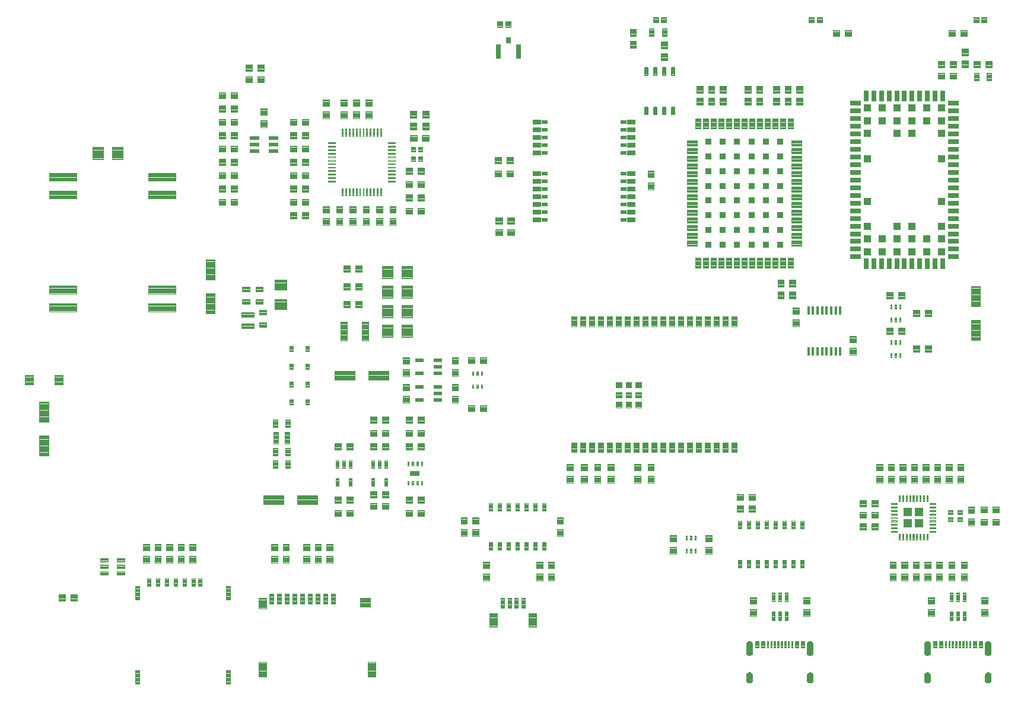
<source format=gtp>
G04 EAGLE Gerber RS-274X export*
G75*
%MOMM*%
%FSLAX34Y34*%
%LPD*%
%INSolderpaste Top*%
%IPPOS*%
%AMOC8*
5,1,8,0,0,1.08239X$1,22.5*%
G01*
%ADD10C,0.100000*%
%ADD11C,0.100800*%
%ADD12C,0.102000*%
%ADD13C,0.105000*%
%ADD14C,0.096000*%
%ADD15C,0.098000*%
%ADD16C,0.099000*%
%ADD17C,0.104000*%
%ADD18R,0.900000X0.900000*%
%ADD19R,0.800000X0.850000*%
%ADD20R,0.700000X2.000000*%
%ADD21C,0.101600*%
%ADD22R,1.550000X0.750000*%
%ADD23R,0.750000X1.550000*%
%ADD24R,1.050000X1.050000*%
%ADD25R,1.050000X1.000000*%
%ADD26R,1.375000X0.800000*%
%ADD27R,1.200000X0.800000*%
%ADD28R,0.900000X0.600000*%
%ADD29C,0.180000*%
%ADD30R,1.300000X1.300000*%
%ADD31R,0.400000X1.300000*%
%ADD32R,0.400000X1.275000*%

G36*
X1436825Y43951D02*
X1436825Y43951D01*
X1436826Y43951D01*
X1437894Y43970D01*
X1437901Y43975D01*
X1437905Y43971D01*
X1438942Y44227D01*
X1438947Y44234D01*
X1438953Y44231D01*
X1439907Y44712D01*
X1439911Y44719D01*
X1439916Y44718D01*
X1440740Y45399D01*
X1440741Y45407D01*
X1440747Y45407D01*
X1441398Y46254D01*
X1441398Y46262D01*
X1441404Y46263D01*
X1441851Y47234D01*
X1441849Y47242D01*
X1441854Y47244D01*
X1442073Y48290D01*
X1442070Y48297D01*
X1442074Y48300D01*
X1442074Y60300D01*
X1442071Y60305D01*
X1442074Y60308D01*
X1441894Y61403D01*
X1441888Y61409D01*
X1441891Y61414D01*
X1441472Y62442D01*
X1441465Y62446D01*
X1441467Y62451D01*
X1440830Y63360D01*
X1440822Y63363D01*
X1440822Y63368D01*
X1439999Y64112D01*
X1439991Y64113D01*
X1439990Y64119D01*
X1439022Y64661D01*
X1439013Y64660D01*
X1439011Y64666D01*
X1437947Y64979D01*
X1437942Y64977D01*
X1437938Y64977D01*
X1437936Y64981D01*
X1436828Y65049D01*
X1436822Y65045D01*
X1436818Y65049D01*
X1435710Y64879D01*
X1435704Y64873D01*
X1435699Y64876D01*
X1434657Y64464D01*
X1434653Y64457D01*
X1434648Y64459D01*
X1433723Y63825D01*
X1433721Y63817D01*
X1433715Y63818D01*
X1432955Y62995D01*
X1432954Y62986D01*
X1432948Y62986D01*
X1432391Y62014D01*
X1432392Y62006D01*
X1432386Y62004D01*
X1432059Y60932D01*
X1432062Y60924D01*
X1432057Y60921D01*
X1431976Y59804D01*
X1431977Y59801D01*
X1431976Y59800D01*
X1431976Y47800D01*
X1431981Y47793D01*
X1431977Y47789D01*
X1432196Y46845D01*
X1432202Y46839D01*
X1432200Y46834D01*
X1432624Y45962D01*
X1432631Y45959D01*
X1432629Y45953D01*
X1433236Y45197D01*
X1433244Y45195D01*
X1433244Y45189D01*
X1434004Y44588D01*
X1434013Y44588D01*
X1434014Y44582D01*
X1434889Y44164D01*
X1434897Y44166D01*
X1434899Y44161D01*
X1435845Y43949D01*
X1435852Y43952D01*
X1435856Y43947D01*
X1436825Y43951D01*
G37*
G36*
X1182825Y43951D02*
X1182825Y43951D01*
X1182826Y43951D01*
X1183894Y43970D01*
X1183901Y43975D01*
X1183905Y43971D01*
X1184942Y44227D01*
X1184947Y44234D01*
X1184953Y44231D01*
X1185907Y44712D01*
X1185911Y44719D01*
X1185916Y44718D01*
X1186740Y45399D01*
X1186741Y45407D01*
X1186747Y45407D01*
X1187398Y46254D01*
X1187398Y46262D01*
X1187404Y46263D01*
X1187851Y47234D01*
X1187849Y47242D01*
X1187854Y47244D01*
X1188073Y48290D01*
X1188070Y48297D01*
X1188074Y48300D01*
X1188074Y60300D01*
X1188071Y60305D01*
X1188074Y60308D01*
X1187894Y61403D01*
X1187888Y61409D01*
X1187891Y61414D01*
X1187472Y62442D01*
X1187465Y62446D01*
X1187467Y62451D01*
X1186830Y63360D01*
X1186822Y63363D01*
X1186822Y63368D01*
X1185999Y64112D01*
X1185991Y64113D01*
X1185990Y64119D01*
X1185022Y64661D01*
X1185013Y64660D01*
X1185011Y64666D01*
X1183947Y64979D01*
X1183942Y64977D01*
X1183938Y64977D01*
X1183936Y64981D01*
X1182828Y65049D01*
X1182822Y65045D01*
X1182818Y65049D01*
X1181710Y64879D01*
X1181704Y64873D01*
X1181699Y64876D01*
X1180657Y64464D01*
X1180653Y64457D01*
X1180648Y64459D01*
X1179723Y63825D01*
X1179721Y63817D01*
X1179715Y63818D01*
X1178955Y62995D01*
X1178954Y62986D01*
X1178948Y62986D01*
X1178391Y62014D01*
X1178392Y62006D01*
X1178386Y62004D01*
X1178059Y60932D01*
X1178062Y60924D01*
X1178057Y60921D01*
X1177976Y59804D01*
X1177977Y59801D01*
X1177976Y59800D01*
X1177976Y47800D01*
X1177981Y47793D01*
X1177977Y47789D01*
X1178196Y46845D01*
X1178202Y46839D01*
X1178200Y46834D01*
X1178624Y45962D01*
X1178631Y45959D01*
X1178629Y45953D01*
X1179236Y45197D01*
X1179244Y45195D01*
X1179244Y45189D01*
X1180004Y44588D01*
X1180013Y44588D01*
X1180014Y44582D01*
X1180889Y44164D01*
X1180897Y44166D01*
X1180899Y44161D01*
X1181845Y43949D01*
X1181852Y43952D01*
X1181856Y43947D01*
X1182825Y43951D01*
G37*
G36*
X1097406Y43960D02*
X1097406Y43960D01*
X1097413Y43965D01*
X1097417Y43961D01*
X1098469Y44211D01*
X1098474Y44217D01*
X1098479Y44214D01*
X1099449Y44691D01*
X1099452Y44699D01*
X1099458Y44697D01*
X1100297Y45378D01*
X1100299Y45386D01*
X1100305Y45386D01*
X1100971Y46237D01*
X1100972Y46245D01*
X1100977Y46246D01*
X1101438Y47223D01*
X1101436Y47231D01*
X1101442Y47234D01*
X1101673Y48289D01*
X1101670Y48297D01*
X1101674Y48300D01*
X1101674Y60300D01*
X1101670Y60305D01*
X1101674Y60308D01*
X1101481Y61414D01*
X1101475Y61419D01*
X1101478Y61424D01*
X1101045Y62459D01*
X1101038Y62463D01*
X1101040Y62468D01*
X1100387Y63381D01*
X1100379Y63383D01*
X1100380Y63389D01*
X1099541Y64133D01*
X1099532Y64134D01*
X1099532Y64139D01*
X1098548Y64678D01*
X1098540Y64677D01*
X1098538Y64682D01*
X1097459Y64989D01*
X1097451Y64986D01*
X1097448Y64991D01*
X1096328Y65049D01*
X1096323Y65046D01*
X1096320Y65049D01*
X1095274Y64931D01*
X1095268Y64925D01*
X1095263Y64929D01*
X1094269Y64581D01*
X1094265Y64574D01*
X1094260Y64576D01*
X1093368Y64016D01*
X1093366Y64009D01*
X1093360Y64009D01*
X1092616Y63265D01*
X1092614Y63257D01*
X1092609Y63257D01*
X1092049Y62365D01*
X1092049Y62357D01*
X1092044Y62356D01*
X1091696Y61362D01*
X1091699Y61354D01*
X1091694Y61351D01*
X1091576Y60306D01*
X1091578Y60302D01*
X1091576Y60300D01*
X1091576Y48300D01*
X1091579Y48295D01*
X1091576Y48292D01*
X1091734Y47296D01*
X1091740Y47290D01*
X1091737Y47285D01*
X1092112Y46349D01*
X1092119Y46345D01*
X1092117Y46339D01*
X1092691Y45510D01*
X1092699Y45507D01*
X1092698Y45502D01*
X1093442Y44821D01*
X1093451Y44820D01*
X1093451Y44814D01*
X1094328Y44316D01*
X1094337Y44317D01*
X1094339Y44312D01*
X1095304Y44021D01*
X1095312Y44024D01*
X1095315Y44019D01*
X1096322Y43951D01*
X1096324Y43952D01*
X1096325Y43951D01*
X1097406Y43960D01*
G37*
G36*
X1351406Y43960D02*
X1351406Y43960D01*
X1351413Y43965D01*
X1351417Y43961D01*
X1352469Y44211D01*
X1352474Y44217D01*
X1352479Y44214D01*
X1353449Y44691D01*
X1353452Y44699D01*
X1353458Y44697D01*
X1354297Y45378D01*
X1354299Y45386D01*
X1354305Y45386D01*
X1354971Y46237D01*
X1354972Y46245D01*
X1354977Y46246D01*
X1355438Y47223D01*
X1355436Y47231D01*
X1355442Y47234D01*
X1355673Y48289D01*
X1355670Y48297D01*
X1355674Y48300D01*
X1355674Y60300D01*
X1355670Y60305D01*
X1355674Y60308D01*
X1355481Y61414D01*
X1355475Y61419D01*
X1355478Y61424D01*
X1355045Y62459D01*
X1355038Y62463D01*
X1355040Y62468D01*
X1354387Y63381D01*
X1354379Y63383D01*
X1354380Y63389D01*
X1353541Y64133D01*
X1353532Y64134D01*
X1353532Y64139D01*
X1352548Y64678D01*
X1352540Y64677D01*
X1352538Y64682D01*
X1351459Y64989D01*
X1351451Y64986D01*
X1351448Y64991D01*
X1350328Y65049D01*
X1350323Y65046D01*
X1350320Y65049D01*
X1349274Y64931D01*
X1349268Y64925D01*
X1349263Y64929D01*
X1348269Y64581D01*
X1348265Y64574D01*
X1348260Y64576D01*
X1347368Y64016D01*
X1347366Y64009D01*
X1347360Y64009D01*
X1346616Y63265D01*
X1346614Y63257D01*
X1346609Y63257D01*
X1346049Y62365D01*
X1346049Y62357D01*
X1346044Y62356D01*
X1345696Y61362D01*
X1345699Y61354D01*
X1345694Y61351D01*
X1345576Y60306D01*
X1345578Y60302D01*
X1345576Y60300D01*
X1345576Y48300D01*
X1345579Y48295D01*
X1345576Y48292D01*
X1345734Y47296D01*
X1345740Y47290D01*
X1345737Y47285D01*
X1346112Y46349D01*
X1346119Y46345D01*
X1346117Y46339D01*
X1346691Y45510D01*
X1346699Y45507D01*
X1346698Y45502D01*
X1347442Y44821D01*
X1347451Y44820D01*
X1347451Y44814D01*
X1348328Y44316D01*
X1348337Y44317D01*
X1348339Y44312D01*
X1349304Y44021D01*
X1349312Y44024D01*
X1349315Y44019D01*
X1350322Y43951D01*
X1350324Y43952D01*
X1350325Y43951D01*
X1351406Y43960D01*
G37*
G36*
X1437329Y4455D02*
X1437329Y4455D01*
X1437332Y4451D01*
X1438408Y4606D01*
X1438413Y4612D01*
X1438418Y4609D01*
X1439432Y4999D01*
X1439436Y5006D01*
X1439442Y5005D01*
X1440344Y5611D01*
X1440346Y5619D01*
X1440352Y5618D01*
X1441096Y6410D01*
X1441097Y6418D01*
X1441103Y6418D01*
X1441652Y7356D01*
X1441651Y7364D01*
X1441657Y7366D01*
X1441984Y8402D01*
X1441981Y8410D01*
X1441986Y8413D01*
X1442074Y9496D01*
X1442072Y9499D01*
X1442074Y9500D01*
X1442074Y15500D01*
X1442071Y15504D01*
X1442074Y15506D01*
X1441924Y16639D01*
X1441918Y16645D01*
X1441921Y16650D01*
X1441523Y17720D01*
X1441516Y17724D01*
X1441518Y17730D01*
X1440891Y18685D01*
X1440883Y18688D01*
X1440884Y18693D01*
X1440061Y19485D01*
X1440053Y19486D01*
X1440052Y19492D01*
X1439073Y20081D01*
X1439065Y20080D01*
X1439063Y20085D01*
X1437978Y20441D01*
X1437970Y20439D01*
X1437967Y20443D01*
X1436830Y20549D01*
X1436821Y20544D01*
X1436816Y20548D01*
X1435679Y20341D01*
X1435673Y20335D01*
X1435668Y20338D01*
X1434606Y19883D01*
X1434602Y19876D01*
X1434596Y19878D01*
X1433661Y19198D01*
X1433659Y19190D01*
X1433653Y19191D01*
X1432893Y18320D01*
X1432893Y18312D01*
X1432887Y18311D01*
X1432340Y17292D01*
X1432341Y17284D01*
X1432336Y17282D01*
X1432332Y17269D01*
X1432319Y17220D01*
X1432318Y17220D01*
X1432319Y17220D01*
X1432305Y17171D01*
X1432291Y17121D01*
X1432278Y17072D01*
X1432264Y17023D01*
X1432251Y16974D01*
X1432237Y16924D01*
X1432224Y16875D01*
X1432210Y16826D01*
X1432196Y16777D01*
X1432183Y16727D01*
X1432169Y16678D01*
X1432156Y16629D01*
X1432142Y16580D01*
X1432129Y16530D01*
X1432115Y16481D01*
X1432102Y16432D01*
X1432101Y16432D01*
X1432088Y16383D01*
X1432074Y16333D01*
X1432029Y16168D01*
X1432032Y16160D01*
X1432027Y16157D01*
X1431976Y15002D01*
X1431977Y15001D01*
X1431976Y15000D01*
X1431976Y9000D01*
X1431980Y8994D01*
X1431977Y8991D01*
X1432189Y7910D01*
X1432195Y7905D01*
X1432192Y7900D01*
X1432639Y6894D01*
X1432646Y6890D01*
X1432644Y6884D01*
X1433304Y6003D01*
X1433312Y6000D01*
X1433312Y5995D01*
X1434151Y5282D01*
X1434159Y5282D01*
X1434160Y5276D01*
X1435137Y4768D01*
X1435145Y4769D01*
X1435147Y4764D01*
X1436212Y4486D01*
X1436220Y4489D01*
X1436223Y4485D01*
X1437324Y4451D01*
X1437329Y4455D01*
G37*
G36*
X1183329Y4455D02*
X1183329Y4455D01*
X1183332Y4451D01*
X1184408Y4606D01*
X1184413Y4612D01*
X1184418Y4609D01*
X1185432Y4999D01*
X1185436Y5006D01*
X1185442Y5005D01*
X1186344Y5611D01*
X1186346Y5619D01*
X1186352Y5618D01*
X1187096Y6410D01*
X1187097Y6418D01*
X1187103Y6418D01*
X1187652Y7356D01*
X1187651Y7364D01*
X1187657Y7366D01*
X1187984Y8402D01*
X1187981Y8410D01*
X1187986Y8413D01*
X1188074Y9496D01*
X1188072Y9499D01*
X1188074Y9500D01*
X1188074Y15500D01*
X1188071Y15504D01*
X1188074Y15506D01*
X1187924Y16639D01*
X1187918Y16645D01*
X1187921Y16650D01*
X1187523Y17720D01*
X1187516Y17724D01*
X1187518Y17730D01*
X1186891Y18685D01*
X1186883Y18688D01*
X1186884Y18693D01*
X1186061Y19485D01*
X1186053Y19486D01*
X1186052Y19492D01*
X1185073Y20081D01*
X1185065Y20080D01*
X1185063Y20085D01*
X1183978Y20441D01*
X1183970Y20439D01*
X1183967Y20443D01*
X1182830Y20549D01*
X1182821Y20544D01*
X1182816Y20548D01*
X1181679Y20341D01*
X1181673Y20335D01*
X1181668Y20338D01*
X1180606Y19883D01*
X1180602Y19876D01*
X1180596Y19878D01*
X1179661Y19198D01*
X1179659Y19190D01*
X1179653Y19191D01*
X1178893Y18320D01*
X1178893Y18312D01*
X1178887Y18311D01*
X1178340Y17292D01*
X1178341Y17284D01*
X1178336Y17282D01*
X1178332Y17269D01*
X1178319Y17220D01*
X1178318Y17220D01*
X1178319Y17220D01*
X1178305Y17171D01*
X1178291Y17121D01*
X1178278Y17072D01*
X1178264Y17023D01*
X1178251Y16974D01*
X1178237Y16924D01*
X1178224Y16875D01*
X1178210Y16826D01*
X1178196Y16777D01*
X1178183Y16727D01*
X1178169Y16678D01*
X1178156Y16629D01*
X1178142Y16580D01*
X1178129Y16530D01*
X1178115Y16481D01*
X1178102Y16432D01*
X1178101Y16432D01*
X1178088Y16383D01*
X1178074Y16333D01*
X1178029Y16168D01*
X1178032Y16160D01*
X1178027Y16157D01*
X1177976Y15002D01*
X1177977Y15001D01*
X1177976Y15000D01*
X1177976Y9000D01*
X1177980Y8994D01*
X1177977Y8991D01*
X1178189Y7910D01*
X1178195Y7905D01*
X1178192Y7900D01*
X1178639Y6894D01*
X1178646Y6890D01*
X1178644Y6884D01*
X1179304Y6003D01*
X1179312Y6000D01*
X1179312Y5995D01*
X1180151Y5282D01*
X1180159Y5282D01*
X1180160Y5276D01*
X1181137Y4768D01*
X1181145Y4769D01*
X1181147Y4764D01*
X1182212Y4486D01*
X1182220Y4489D01*
X1182223Y4485D01*
X1183324Y4451D01*
X1183329Y4455D01*
G37*
G36*
X1096827Y4455D02*
X1096827Y4455D01*
X1096832Y4451D01*
X1097919Y4596D01*
X1097925Y4602D01*
X1097930Y4599D01*
X1098958Y4983D01*
X1098963Y4989D01*
X1098968Y4988D01*
X1099885Y5590D01*
X1099888Y5598D01*
X1099894Y5597D01*
X1100654Y6389D01*
X1100655Y6397D01*
X1100661Y6398D01*
X1101225Y7339D01*
X1101225Y7342D01*
X1101226Y7343D01*
X1101225Y7345D01*
X1101224Y7347D01*
X1101230Y7349D01*
X1101571Y8392D01*
X1101569Y8400D01*
X1101573Y8403D01*
X1101674Y9496D01*
X1101672Y9498D01*
X1101674Y9500D01*
X1101674Y15500D01*
X1101672Y15503D01*
X1101674Y15505D01*
X1101573Y16597D01*
X1101568Y16603D01*
X1101571Y16608D01*
X1101230Y17651D01*
X1101223Y17656D01*
X1101225Y17661D01*
X1100661Y18602D01*
X1100653Y18605D01*
X1100654Y18611D01*
X1099894Y19403D01*
X1099886Y19404D01*
X1099885Y19410D01*
X1098968Y20013D01*
X1098960Y20012D01*
X1098958Y20018D01*
X1097930Y20401D01*
X1097922Y20399D01*
X1097919Y20404D01*
X1096832Y20549D01*
X1096824Y20545D01*
X1096820Y20549D01*
X1095683Y20443D01*
X1095677Y20438D01*
X1095672Y20441D01*
X1094587Y20085D01*
X1094582Y20078D01*
X1094577Y20081D01*
X1093598Y19492D01*
X1093595Y19484D01*
X1093589Y19485D01*
X1092766Y18693D01*
X1092765Y18685D01*
X1092759Y18685D01*
X1092132Y17730D01*
X1092133Y17722D01*
X1092127Y17720D01*
X1091729Y16650D01*
X1091731Y16642D01*
X1091726Y16639D01*
X1091576Y15506D01*
X1091579Y15502D01*
X1091576Y15500D01*
X1091576Y9500D01*
X1091579Y9496D01*
X1091576Y9494D01*
X1091726Y8361D01*
X1091732Y8355D01*
X1091729Y8350D01*
X1092127Y7280D01*
X1092134Y7276D01*
X1092132Y7270D01*
X1092759Y6315D01*
X1092767Y6312D01*
X1092766Y6307D01*
X1093589Y5515D01*
X1093597Y5514D01*
X1093598Y5508D01*
X1094577Y4919D01*
X1094585Y4920D01*
X1094587Y4915D01*
X1095672Y4559D01*
X1095680Y4562D01*
X1095683Y4557D01*
X1096820Y4451D01*
X1096827Y4455D01*
G37*
G36*
X1350827Y4455D02*
X1350827Y4455D01*
X1350832Y4451D01*
X1351919Y4596D01*
X1351925Y4602D01*
X1351930Y4599D01*
X1352958Y4983D01*
X1352963Y4989D01*
X1352968Y4988D01*
X1353885Y5590D01*
X1353888Y5598D01*
X1353894Y5597D01*
X1354654Y6389D01*
X1354655Y6397D01*
X1354661Y6398D01*
X1355225Y7339D01*
X1355225Y7342D01*
X1355226Y7343D01*
X1355225Y7345D01*
X1355224Y7347D01*
X1355230Y7349D01*
X1355571Y8392D01*
X1355569Y8400D01*
X1355573Y8403D01*
X1355674Y9496D01*
X1355672Y9498D01*
X1355674Y9500D01*
X1355674Y15500D01*
X1355672Y15503D01*
X1355674Y15505D01*
X1355573Y16597D01*
X1355568Y16603D01*
X1355571Y16608D01*
X1355230Y17651D01*
X1355223Y17656D01*
X1355225Y17661D01*
X1354661Y18602D01*
X1354653Y18605D01*
X1354654Y18611D01*
X1353894Y19403D01*
X1353886Y19404D01*
X1353885Y19410D01*
X1352968Y20013D01*
X1352960Y20012D01*
X1352958Y20018D01*
X1351930Y20401D01*
X1351922Y20399D01*
X1351919Y20404D01*
X1350832Y20549D01*
X1350824Y20545D01*
X1350820Y20549D01*
X1349683Y20443D01*
X1349677Y20438D01*
X1349672Y20441D01*
X1348587Y20085D01*
X1348582Y20078D01*
X1348577Y20081D01*
X1347598Y19492D01*
X1347595Y19484D01*
X1347589Y19485D01*
X1346766Y18693D01*
X1346765Y18685D01*
X1346759Y18685D01*
X1346132Y17730D01*
X1346133Y17722D01*
X1346127Y17720D01*
X1345729Y16650D01*
X1345731Y16642D01*
X1345726Y16639D01*
X1345576Y15506D01*
X1345579Y15502D01*
X1345576Y15500D01*
X1345576Y9500D01*
X1345579Y9496D01*
X1345576Y9494D01*
X1345726Y8361D01*
X1345732Y8355D01*
X1345729Y8350D01*
X1346127Y7280D01*
X1346134Y7276D01*
X1346132Y7270D01*
X1346759Y6315D01*
X1346767Y6312D01*
X1346766Y6307D01*
X1347589Y5515D01*
X1347597Y5514D01*
X1347598Y5508D01*
X1348577Y4919D01*
X1348585Y4920D01*
X1348587Y4915D01*
X1349672Y4559D01*
X1349680Y4562D01*
X1349683Y4557D01*
X1350820Y4451D01*
X1350827Y4455D01*
G37*
D10*
X855925Y308300D02*
X855925Y318300D01*
X864925Y318300D01*
X864925Y308300D01*
X855925Y308300D01*
X855925Y309250D02*
X864925Y309250D01*
X864925Y310200D02*
X855925Y310200D01*
X855925Y311150D02*
X864925Y311150D01*
X864925Y312100D02*
X855925Y312100D01*
X855925Y313050D02*
X864925Y313050D01*
X864925Y314000D02*
X855925Y314000D01*
X855925Y314950D02*
X864925Y314950D01*
X864925Y315900D02*
X855925Y315900D01*
X855925Y316850D02*
X864925Y316850D01*
X864925Y317800D02*
X855925Y317800D01*
X855925Y301300D02*
X855925Y291300D01*
X855925Y301300D02*
X864925Y301300D01*
X864925Y291300D01*
X855925Y291300D01*
X855925Y292250D02*
X864925Y292250D01*
X864925Y293200D02*
X855925Y293200D01*
X855925Y294150D02*
X864925Y294150D01*
X864925Y295100D02*
X855925Y295100D01*
X855925Y296050D02*
X864925Y296050D01*
X864925Y297000D02*
X855925Y297000D01*
X855925Y297950D02*
X864925Y297950D01*
X864925Y298900D02*
X855925Y298900D01*
X855925Y299850D02*
X864925Y299850D01*
X864925Y300800D02*
X855925Y300800D01*
X581825Y385500D02*
X571825Y385500D01*
X581825Y385500D02*
X581825Y376500D01*
X571825Y376500D01*
X571825Y385500D01*
X571825Y377450D02*
X581825Y377450D01*
X581825Y378400D02*
X571825Y378400D01*
X571825Y379350D02*
X581825Y379350D01*
X581825Y380300D02*
X571825Y380300D01*
X571825Y381250D02*
X581825Y381250D01*
X581825Y382200D02*
X571825Y382200D01*
X571825Y383150D02*
X581825Y383150D01*
X581825Y384100D02*
X571825Y384100D01*
X571825Y385050D02*
X581825Y385050D01*
X564825Y385500D02*
X554825Y385500D01*
X564825Y385500D02*
X564825Y376500D01*
X554825Y376500D01*
X554825Y385500D01*
X554825Y377450D02*
X564825Y377450D01*
X564825Y378400D02*
X554825Y378400D01*
X554825Y379350D02*
X564825Y379350D01*
X564825Y380300D02*
X554825Y380300D01*
X554825Y381250D02*
X564825Y381250D01*
X564825Y382200D02*
X554825Y382200D01*
X554825Y383150D02*
X564825Y383150D01*
X564825Y384100D02*
X554825Y384100D01*
X554825Y385050D02*
X564825Y385050D01*
X531025Y271200D02*
X521025Y271200D01*
X531025Y271200D02*
X531025Y262200D01*
X521025Y262200D01*
X521025Y271200D01*
X521025Y263150D02*
X531025Y263150D01*
X531025Y264100D02*
X521025Y264100D01*
X521025Y265050D02*
X531025Y265050D01*
X531025Y266000D02*
X521025Y266000D01*
X521025Y266950D02*
X531025Y266950D01*
X531025Y267900D02*
X521025Y267900D01*
X521025Y268850D02*
X531025Y268850D01*
X531025Y269800D02*
X521025Y269800D01*
X521025Y270750D02*
X531025Y270750D01*
X514025Y271200D02*
X504025Y271200D01*
X514025Y271200D02*
X514025Y262200D01*
X504025Y262200D01*
X504025Y271200D01*
X504025Y263150D02*
X514025Y263150D01*
X514025Y264100D02*
X504025Y264100D01*
X504025Y265050D02*
X514025Y265050D01*
X514025Y266000D02*
X504025Y266000D01*
X504025Y266950D02*
X514025Y266950D01*
X514025Y267900D02*
X504025Y267900D01*
X504025Y268850D02*
X514025Y268850D01*
X514025Y269800D02*
X504025Y269800D01*
X504025Y270750D02*
X514025Y270750D01*
X521025Y252150D02*
X531025Y252150D01*
X531025Y243150D01*
X521025Y243150D01*
X521025Y252150D01*
X521025Y244100D02*
X531025Y244100D01*
X531025Y245050D02*
X521025Y245050D01*
X521025Y246000D02*
X531025Y246000D01*
X531025Y246950D02*
X521025Y246950D01*
X521025Y247900D02*
X531025Y247900D01*
X531025Y248850D02*
X521025Y248850D01*
X521025Y249800D02*
X531025Y249800D01*
X531025Y250750D02*
X521025Y250750D01*
X521025Y251700D02*
X531025Y251700D01*
X514025Y252150D02*
X504025Y252150D01*
X514025Y252150D02*
X514025Y243150D01*
X504025Y243150D01*
X504025Y252150D01*
X504025Y244100D02*
X514025Y244100D01*
X514025Y245050D02*
X504025Y245050D01*
X504025Y246000D02*
X514025Y246000D01*
X514025Y246950D02*
X504025Y246950D01*
X504025Y247900D02*
X514025Y247900D01*
X514025Y248850D02*
X504025Y248850D01*
X504025Y249800D02*
X514025Y249800D01*
X514025Y250750D02*
X504025Y250750D01*
X504025Y251700D02*
X514025Y251700D01*
X521025Y347400D02*
X531025Y347400D01*
X531025Y338400D01*
X521025Y338400D01*
X521025Y347400D01*
X521025Y339350D02*
X531025Y339350D01*
X531025Y340300D02*
X521025Y340300D01*
X521025Y341250D02*
X531025Y341250D01*
X531025Y342200D02*
X521025Y342200D01*
X521025Y343150D02*
X531025Y343150D01*
X531025Y344100D02*
X521025Y344100D01*
X521025Y345050D02*
X531025Y345050D01*
X531025Y346000D02*
X521025Y346000D01*
X521025Y346950D02*
X531025Y346950D01*
X514025Y347400D02*
X504025Y347400D01*
X514025Y347400D02*
X514025Y338400D01*
X504025Y338400D01*
X504025Y347400D01*
X504025Y339350D02*
X514025Y339350D01*
X514025Y340300D02*
X504025Y340300D01*
X504025Y341250D02*
X514025Y341250D01*
X514025Y342200D02*
X504025Y342200D01*
X504025Y343150D02*
X514025Y343150D01*
X514025Y344100D02*
X504025Y344100D01*
X504025Y345050D02*
X514025Y345050D01*
X514025Y346000D02*
X504025Y346000D01*
X504025Y346950D02*
X514025Y346950D01*
X468685Y187000D02*
X468685Y177000D01*
X459685Y177000D01*
X459685Y187000D01*
X468685Y187000D01*
X468685Y177950D02*
X459685Y177950D01*
X459685Y178900D02*
X468685Y178900D01*
X468685Y179850D02*
X459685Y179850D01*
X459685Y180800D02*
X468685Y180800D01*
X468685Y181750D02*
X459685Y181750D01*
X459685Y182700D02*
X468685Y182700D01*
X468685Y183650D02*
X459685Y183650D01*
X459685Y184600D02*
X468685Y184600D01*
X468685Y185550D02*
X459685Y185550D01*
X459685Y186500D02*
X468685Y186500D01*
X468685Y194000D02*
X468685Y204000D01*
X468685Y194000D02*
X459685Y194000D01*
X459685Y204000D01*
X468685Y204000D01*
X468685Y194950D02*
X459685Y194950D01*
X459685Y195900D02*
X468685Y195900D01*
X468685Y196850D02*
X459685Y196850D01*
X459685Y197800D02*
X468685Y197800D01*
X468685Y198750D02*
X459685Y198750D01*
X459685Y199700D02*
X468685Y199700D01*
X468685Y200650D02*
X459685Y200650D01*
X459685Y201600D02*
X468685Y201600D01*
X468685Y202550D02*
X459685Y202550D01*
X459685Y203500D02*
X468685Y203500D01*
X501705Y187000D02*
X501705Y177000D01*
X492705Y177000D01*
X492705Y187000D01*
X501705Y187000D01*
X501705Y177950D02*
X492705Y177950D01*
X492705Y178900D02*
X501705Y178900D01*
X501705Y179850D02*
X492705Y179850D01*
X492705Y180800D02*
X501705Y180800D01*
X501705Y181750D02*
X492705Y181750D01*
X492705Y182700D02*
X501705Y182700D01*
X501705Y183650D02*
X492705Y183650D01*
X492705Y184600D02*
X501705Y184600D01*
X501705Y185550D02*
X492705Y185550D01*
X492705Y186500D02*
X501705Y186500D01*
X501705Y194000D02*
X501705Y204000D01*
X501705Y194000D02*
X492705Y194000D01*
X492705Y204000D01*
X501705Y204000D01*
X501705Y194950D02*
X492705Y194950D01*
X492705Y195900D02*
X501705Y195900D01*
X501705Y196850D02*
X492705Y196850D01*
X492705Y197800D02*
X501705Y197800D01*
X501705Y198750D02*
X492705Y198750D01*
X492705Y199700D02*
X501705Y199700D01*
X501705Y200650D02*
X492705Y200650D01*
X492705Y201600D02*
X501705Y201600D01*
X501705Y202550D02*
X492705Y202550D01*
X492705Y203500D02*
X501705Y203500D01*
X835605Y308300D02*
X835605Y318300D01*
X844605Y318300D01*
X844605Y308300D01*
X835605Y308300D01*
X835605Y309250D02*
X844605Y309250D01*
X844605Y310200D02*
X835605Y310200D01*
X835605Y311150D02*
X844605Y311150D01*
X844605Y312100D02*
X835605Y312100D01*
X835605Y313050D02*
X844605Y313050D01*
X844605Y314000D02*
X835605Y314000D01*
X835605Y314950D02*
X844605Y314950D01*
X844605Y315900D02*
X835605Y315900D01*
X835605Y316850D02*
X844605Y316850D01*
X844605Y317800D02*
X835605Y317800D01*
X835605Y301300D02*
X835605Y291300D01*
X835605Y301300D02*
X844605Y301300D01*
X844605Y291300D01*
X835605Y291300D01*
X835605Y292250D02*
X844605Y292250D01*
X844605Y293200D02*
X835605Y293200D01*
X835605Y294150D02*
X844605Y294150D01*
X844605Y295100D02*
X835605Y295100D01*
X835605Y296050D02*
X844605Y296050D01*
X844605Y297000D02*
X835605Y297000D01*
X835605Y297950D02*
X844605Y297950D01*
X844605Y298900D02*
X835605Y298900D01*
X835605Y299850D02*
X844605Y299850D01*
X844605Y300800D02*
X835605Y300800D01*
X485195Y187000D02*
X485195Y177000D01*
X476195Y177000D01*
X476195Y187000D01*
X485195Y187000D01*
X485195Y177950D02*
X476195Y177950D01*
X476195Y178900D02*
X485195Y178900D01*
X485195Y179850D02*
X476195Y179850D01*
X476195Y180800D02*
X485195Y180800D01*
X485195Y181750D02*
X476195Y181750D01*
X476195Y182700D02*
X485195Y182700D01*
X485195Y183650D02*
X476195Y183650D01*
X476195Y184600D02*
X485195Y184600D01*
X485195Y185550D02*
X476195Y185550D01*
X476195Y186500D02*
X485195Y186500D01*
X485195Y194000D02*
X485195Y204000D01*
X485195Y194000D02*
X476195Y194000D01*
X476195Y204000D01*
X485195Y204000D01*
X485195Y194950D02*
X476195Y194950D01*
X476195Y195900D02*
X485195Y195900D01*
X485195Y196850D02*
X476195Y196850D01*
X476195Y197800D02*
X485195Y197800D01*
X485195Y198750D02*
X476195Y198750D01*
X476195Y199700D02*
X485195Y199700D01*
X485195Y200650D02*
X476195Y200650D01*
X476195Y201600D02*
X485195Y201600D01*
X485195Y202550D02*
X476195Y202550D01*
X476195Y203500D02*
X485195Y203500D01*
X1078065Y266010D02*
X1088065Y266010D01*
X1078065Y266010D02*
X1078065Y275010D01*
X1088065Y275010D01*
X1088065Y266010D01*
X1088065Y266960D02*
X1078065Y266960D01*
X1078065Y267910D02*
X1088065Y267910D01*
X1088065Y268860D02*
X1078065Y268860D01*
X1078065Y269810D02*
X1088065Y269810D01*
X1088065Y270760D02*
X1078065Y270760D01*
X1078065Y271710D02*
X1088065Y271710D01*
X1088065Y272660D02*
X1078065Y272660D01*
X1078065Y273610D02*
X1088065Y273610D01*
X1088065Y274560D02*
X1078065Y274560D01*
X1095065Y266010D02*
X1105065Y266010D01*
X1095065Y266010D02*
X1095065Y275010D01*
X1105065Y275010D01*
X1105065Y266010D01*
X1105065Y266960D02*
X1095065Y266960D01*
X1095065Y267910D02*
X1105065Y267910D01*
X1105065Y268860D02*
X1095065Y268860D01*
X1095065Y269810D02*
X1105065Y269810D01*
X1105065Y270760D02*
X1095065Y270760D01*
X1095065Y271710D02*
X1105065Y271710D01*
X1105065Y272660D02*
X1095065Y272660D01*
X1095065Y273610D02*
X1105065Y273610D01*
X1105065Y274560D02*
X1095065Y274560D01*
X1088065Y249500D02*
X1078065Y249500D01*
X1078065Y258500D01*
X1088065Y258500D01*
X1088065Y249500D01*
X1088065Y250450D02*
X1078065Y250450D01*
X1078065Y251400D02*
X1088065Y251400D01*
X1088065Y252350D02*
X1078065Y252350D01*
X1078065Y253300D02*
X1088065Y253300D01*
X1088065Y254250D02*
X1078065Y254250D01*
X1078065Y255200D02*
X1088065Y255200D01*
X1088065Y256150D02*
X1078065Y256150D01*
X1078065Y257100D02*
X1088065Y257100D01*
X1088065Y258050D02*
X1078065Y258050D01*
X1095065Y249500D02*
X1105065Y249500D01*
X1095065Y249500D02*
X1095065Y258500D01*
X1105065Y258500D01*
X1105065Y249500D01*
X1105065Y250450D02*
X1095065Y250450D01*
X1095065Y251400D02*
X1105065Y251400D01*
X1105065Y252350D02*
X1095065Y252350D01*
X1095065Y253300D02*
X1105065Y253300D01*
X1105065Y254250D02*
X1095065Y254250D01*
X1095065Y255200D02*
X1105065Y255200D01*
X1105065Y256150D02*
X1095065Y256150D01*
X1095065Y257100D02*
X1105065Y257100D01*
X1105065Y258050D02*
X1095065Y258050D01*
X581825Y278820D02*
X571825Y278820D01*
X581825Y278820D02*
X581825Y269820D01*
X571825Y269820D01*
X571825Y278820D01*
X571825Y270770D02*
X581825Y270770D01*
X581825Y271720D02*
X571825Y271720D01*
X571825Y272670D02*
X581825Y272670D01*
X581825Y273620D02*
X571825Y273620D01*
X571825Y274570D02*
X581825Y274570D01*
X581825Y275520D02*
X571825Y275520D01*
X571825Y276470D02*
X581825Y276470D01*
X581825Y277420D02*
X571825Y277420D01*
X571825Y278370D02*
X581825Y278370D01*
X564825Y278820D02*
X554825Y278820D01*
X564825Y278820D02*
X564825Y269820D01*
X554825Y269820D01*
X554825Y278820D01*
X554825Y270770D02*
X564825Y270770D01*
X564825Y271720D02*
X554825Y271720D01*
X554825Y272670D02*
X564825Y272670D01*
X564825Y273620D02*
X554825Y273620D01*
X554825Y274570D02*
X564825Y274570D01*
X564825Y275520D02*
X554825Y275520D01*
X554825Y276470D02*
X564825Y276470D01*
X564825Y277420D02*
X554825Y277420D01*
X554825Y278370D02*
X564825Y278370D01*
X571825Y262310D02*
X581825Y262310D01*
X581825Y253310D01*
X571825Y253310D01*
X571825Y262310D01*
X571825Y254260D02*
X581825Y254260D01*
X581825Y255210D02*
X571825Y255210D01*
X571825Y256160D02*
X581825Y256160D01*
X581825Y257110D02*
X571825Y257110D01*
X571825Y258060D02*
X581825Y258060D01*
X581825Y259010D02*
X571825Y259010D01*
X571825Y259960D02*
X581825Y259960D01*
X581825Y260910D02*
X571825Y260910D01*
X571825Y261860D02*
X581825Y261860D01*
X564825Y262310D02*
X554825Y262310D01*
X564825Y262310D02*
X564825Y253310D01*
X554825Y253310D01*
X554825Y262310D01*
X554825Y254260D02*
X564825Y254260D01*
X564825Y255210D02*
X554825Y255210D01*
X554825Y256160D02*
X564825Y256160D01*
X564825Y257110D02*
X554825Y257110D01*
X554825Y258060D02*
X564825Y258060D01*
X564825Y259010D02*
X554825Y259010D01*
X554825Y259960D02*
X564825Y259960D01*
X564825Y260910D02*
X554825Y260910D01*
X554825Y261860D02*
X564825Y261860D01*
X571825Y366450D02*
X581825Y366450D01*
X581825Y357450D01*
X571825Y357450D01*
X571825Y366450D01*
X571825Y358400D02*
X581825Y358400D01*
X581825Y359350D02*
X571825Y359350D01*
X571825Y360300D02*
X581825Y360300D01*
X581825Y361250D02*
X571825Y361250D01*
X571825Y362200D02*
X581825Y362200D01*
X581825Y363150D02*
X571825Y363150D01*
X571825Y364100D02*
X581825Y364100D01*
X581825Y365050D02*
X571825Y365050D01*
X571825Y366000D02*
X581825Y366000D01*
X564825Y366450D02*
X554825Y366450D01*
X564825Y366450D02*
X564825Y357450D01*
X554825Y357450D01*
X554825Y366450D01*
X554825Y358400D02*
X564825Y358400D01*
X564825Y359350D02*
X554825Y359350D01*
X554825Y360300D02*
X564825Y360300D01*
X564825Y361250D02*
X554825Y361250D01*
X554825Y362200D02*
X564825Y362200D01*
X564825Y363150D02*
X554825Y363150D01*
X554825Y364100D02*
X564825Y364100D01*
X564825Y365050D02*
X554825Y365050D01*
X554825Y366000D02*
X564825Y366000D01*
X571825Y347400D02*
X581825Y347400D01*
X581825Y338400D01*
X571825Y338400D01*
X571825Y347400D01*
X571825Y339350D02*
X581825Y339350D01*
X581825Y340300D02*
X571825Y340300D01*
X571825Y341250D02*
X581825Y341250D01*
X581825Y342200D02*
X571825Y342200D01*
X571825Y343150D02*
X581825Y343150D01*
X581825Y344100D02*
X571825Y344100D01*
X571825Y345050D02*
X581825Y345050D01*
X581825Y346000D02*
X571825Y346000D01*
X571825Y346950D02*
X581825Y346950D01*
X564825Y347400D02*
X554825Y347400D01*
X564825Y347400D02*
X564825Y338400D01*
X554825Y338400D01*
X554825Y347400D01*
X554825Y339350D02*
X564825Y339350D01*
X564825Y340300D02*
X554825Y340300D01*
X554825Y341250D02*
X564825Y341250D01*
X564825Y342200D02*
X554825Y342200D01*
X554825Y343150D02*
X564825Y343150D01*
X564825Y344100D02*
X554825Y344100D01*
X554825Y345050D02*
X564825Y345050D01*
X564825Y346000D02*
X554825Y346000D01*
X554825Y346950D02*
X564825Y346950D01*
D11*
X468171Y410046D02*
X462879Y410046D01*
X468171Y410046D02*
X468171Y402754D01*
X462879Y402754D01*
X462879Y410046D01*
X462879Y403712D02*
X468171Y403712D01*
X468171Y404670D02*
X462879Y404670D01*
X462879Y405628D02*
X468171Y405628D01*
X468171Y406586D02*
X462879Y406586D01*
X462879Y407544D02*
X468171Y407544D01*
X468171Y408502D02*
X462879Y408502D01*
X462879Y409460D02*
X468171Y409460D01*
X445171Y410046D02*
X439879Y410046D01*
X445171Y410046D02*
X445171Y402754D01*
X439879Y402754D01*
X439879Y410046D01*
X439879Y403712D02*
X445171Y403712D01*
X445171Y404670D02*
X439879Y404670D01*
X439879Y405628D02*
X445171Y405628D01*
X445171Y406586D02*
X439879Y406586D01*
X439879Y407544D02*
X445171Y407544D01*
X445171Y408502D02*
X439879Y408502D01*
X439879Y409460D02*
X445171Y409460D01*
X462879Y460846D02*
X468171Y460846D01*
X468171Y453554D01*
X462879Y453554D01*
X462879Y460846D01*
X462879Y454512D02*
X468171Y454512D01*
X468171Y455470D02*
X462879Y455470D01*
X462879Y456428D02*
X468171Y456428D01*
X468171Y457386D02*
X462879Y457386D01*
X462879Y458344D02*
X468171Y458344D01*
X468171Y459302D02*
X462879Y459302D01*
X462879Y460260D02*
X468171Y460260D01*
X445171Y460846D02*
X439879Y460846D01*
X445171Y460846D02*
X445171Y453554D01*
X439879Y453554D01*
X439879Y460846D01*
X439879Y454512D02*
X445171Y454512D01*
X445171Y455470D02*
X439879Y455470D01*
X439879Y456428D02*
X445171Y456428D01*
X445171Y457386D02*
X439879Y457386D01*
X439879Y458344D02*
X445171Y458344D01*
X445171Y459302D02*
X439879Y459302D01*
X439879Y460260D02*
X445171Y460260D01*
X462879Y435446D02*
X468171Y435446D01*
X468171Y428154D01*
X462879Y428154D01*
X462879Y435446D01*
X462879Y429112D02*
X468171Y429112D01*
X468171Y430070D02*
X462879Y430070D01*
X462879Y431028D02*
X468171Y431028D01*
X468171Y431986D02*
X462879Y431986D01*
X462879Y432944D02*
X468171Y432944D01*
X468171Y433902D02*
X462879Y433902D01*
X462879Y434860D02*
X468171Y434860D01*
X445171Y435446D02*
X439879Y435446D01*
X445171Y435446D02*
X445171Y428154D01*
X439879Y428154D01*
X439879Y435446D01*
X439879Y429112D02*
X445171Y429112D01*
X445171Y430070D02*
X439879Y430070D01*
X439879Y431028D02*
X445171Y431028D01*
X445171Y431986D02*
X439879Y431986D01*
X439879Y432944D02*
X445171Y432944D01*
X445171Y433902D02*
X439879Y433902D01*
X439879Y434860D02*
X445171Y434860D01*
D12*
X1146335Y55610D02*
X1148315Y55610D01*
X1146335Y55610D02*
X1146335Y64590D01*
X1148315Y64590D01*
X1148315Y55610D01*
X1148315Y56579D02*
X1146335Y56579D01*
X1146335Y57548D02*
X1148315Y57548D01*
X1148315Y58517D02*
X1146335Y58517D01*
X1146335Y59486D02*
X1148315Y59486D01*
X1148315Y60455D02*
X1146335Y60455D01*
X1146335Y61424D02*
X1148315Y61424D01*
X1148315Y62393D02*
X1146335Y62393D01*
X1146335Y63362D02*
X1148315Y63362D01*
X1148315Y64331D02*
X1146335Y64331D01*
X1143315Y55610D02*
X1141335Y55610D01*
X1141335Y64590D01*
X1143315Y64590D01*
X1143315Y55610D01*
X1143315Y56579D02*
X1141335Y56579D01*
X1141335Y57548D02*
X1143315Y57548D01*
X1143315Y58517D02*
X1141335Y58517D01*
X1141335Y59486D02*
X1143315Y59486D01*
X1143315Y60455D02*
X1141335Y60455D01*
X1141335Y61424D02*
X1143315Y61424D01*
X1143315Y62393D02*
X1141335Y62393D01*
X1141335Y63362D02*
X1143315Y63362D01*
X1143315Y64331D02*
X1141335Y64331D01*
X1169585Y55610D02*
X1174565Y55610D01*
X1169585Y55610D02*
X1169585Y64590D01*
X1174565Y64590D01*
X1174565Y55610D01*
X1174565Y56579D02*
X1169585Y56579D01*
X1169585Y57548D02*
X1174565Y57548D01*
X1174565Y58517D02*
X1169585Y58517D01*
X1169585Y59486D02*
X1174565Y59486D01*
X1174565Y60455D02*
X1169585Y60455D01*
X1169585Y61424D02*
X1174565Y61424D01*
X1174565Y62393D02*
X1169585Y62393D01*
X1169585Y63362D02*
X1174565Y63362D01*
X1174565Y64331D02*
X1169585Y64331D01*
X1166815Y55610D02*
X1161835Y55610D01*
X1161835Y64590D01*
X1166815Y64590D01*
X1166815Y55610D01*
X1166815Y56579D02*
X1161835Y56579D01*
X1161835Y57548D02*
X1166815Y57548D01*
X1166815Y58517D02*
X1161835Y58517D01*
X1161835Y59486D02*
X1166815Y59486D01*
X1166815Y60455D02*
X1161835Y60455D01*
X1161835Y61424D02*
X1166815Y61424D01*
X1166815Y62393D02*
X1161835Y62393D01*
X1161835Y63362D02*
X1166815Y63362D01*
X1166815Y64331D02*
X1161835Y64331D01*
X1158315Y55610D02*
X1156335Y55610D01*
X1156335Y64590D01*
X1158315Y64590D01*
X1158315Y55610D01*
X1158315Y56579D02*
X1156335Y56579D01*
X1156335Y57548D02*
X1158315Y57548D01*
X1158315Y58517D02*
X1156335Y58517D01*
X1156335Y59486D02*
X1158315Y59486D01*
X1158315Y60455D02*
X1156335Y60455D01*
X1156335Y61424D02*
X1158315Y61424D01*
X1158315Y62393D02*
X1156335Y62393D01*
X1156335Y63362D02*
X1158315Y63362D01*
X1158315Y64331D02*
X1156335Y64331D01*
X1153315Y55610D02*
X1151335Y55610D01*
X1151335Y64590D01*
X1153315Y64590D01*
X1153315Y55610D01*
X1153315Y56579D02*
X1151335Y56579D01*
X1151335Y57548D02*
X1153315Y57548D01*
X1153315Y58517D02*
X1151335Y58517D01*
X1151335Y59486D02*
X1153315Y59486D01*
X1153315Y60455D02*
X1151335Y60455D01*
X1151335Y61424D02*
X1153315Y61424D01*
X1153315Y62393D02*
X1151335Y62393D01*
X1151335Y63362D02*
X1153315Y63362D01*
X1153315Y64331D02*
X1151335Y64331D01*
X1133315Y64590D02*
X1131335Y64590D01*
X1133315Y64590D02*
X1133315Y55610D01*
X1131335Y55610D01*
X1131335Y64590D01*
X1131335Y56579D02*
X1133315Y56579D01*
X1133315Y57548D02*
X1131335Y57548D01*
X1131335Y58517D02*
X1133315Y58517D01*
X1133315Y59486D02*
X1131335Y59486D01*
X1131335Y60455D02*
X1133315Y60455D01*
X1133315Y61424D02*
X1131335Y61424D01*
X1131335Y62393D02*
X1133315Y62393D01*
X1133315Y63362D02*
X1131335Y63362D01*
X1131335Y64331D02*
X1133315Y64331D01*
X1136335Y64590D02*
X1138315Y64590D01*
X1138315Y55610D01*
X1136335Y55610D01*
X1136335Y64590D01*
X1136335Y56579D02*
X1138315Y56579D01*
X1138315Y57548D02*
X1136335Y57548D01*
X1136335Y58517D02*
X1138315Y58517D01*
X1138315Y59486D02*
X1136335Y59486D01*
X1136335Y60455D02*
X1138315Y60455D01*
X1138315Y61424D02*
X1136335Y61424D01*
X1136335Y62393D02*
X1138315Y62393D01*
X1138315Y63362D02*
X1136335Y63362D01*
X1136335Y64331D02*
X1138315Y64331D01*
X1110065Y64590D02*
X1105085Y64590D01*
X1110065Y64590D02*
X1110065Y55610D01*
X1105085Y55610D01*
X1105085Y64590D01*
X1105085Y56579D02*
X1110065Y56579D01*
X1110065Y57548D02*
X1105085Y57548D01*
X1105085Y58517D02*
X1110065Y58517D01*
X1110065Y59486D02*
X1105085Y59486D01*
X1105085Y60455D02*
X1110065Y60455D01*
X1110065Y61424D02*
X1105085Y61424D01*
X1105085Y62393D02*
X1110065Y62393D01*
X1110065Y63362D02*
X1105085Y63362D01*
X1105085Y64331D02*
X1110065Y64331D01*
X1112835Y64590D02*
X1117815Y64590D01*
X1117815Y55610D01*
X1112835Y55610D01*
X1112835Y64590D01*
X1112835Y56579D02*
X1117815Y56579D01*
X1117815Y57548D02*
X1112835Y57548D01*
X1112835Y58517D02*
X1117815Y58517D01*
X1117815Y59486D02*
X1112835Y59486D01*
X1112835Y60455D02*
X1117815Y60455D01*
X1117815Y61424D02*
X1112835Y61424D01*
X1112835Y62393D02*
X1117815Y62393D01*
X1117815Y63362D02*
X1112835Y63362D01*
X1112835Y64331D02*
X1117815Y64331D01*
X1121335Y64590D02*
X1123315Y64590D01*
X1123315Y55610D01*
X1121335Y55610D01*
X1121335Y64590D01*
X1121335Y56579D02*
X1123315Y56579D01*
X1123315Y57548D02*
X1121335Y57548D01*
X1121335Y58517D02*
X1123315Y58517D01*
X1123315Y59486D02*
X1121335Y59486D01*
X1121335Y60455D02*
X1123315Y60455D01*
X1123315Y61424D02*
X1121335Y61424D01*
X1121335Y62393D02*
X1123315Y62393D01*
X1123315Y63362D02*
X1121335Y63362D01*
X1121335Y64331D02*
X1123315Y64331D01*
X1126335Y64590D02*
X1128315Y64590D01*
X1128315Y55610D01*
X1126335Y55610D01*
X1126335Y64590D01*
X1126335Y56579D02*
X1128315Y56579D01*
X1128315Y57548D02*
X1126335Y57548D01*
X1126335Y58517D02*
X1128315Y58517D01*
X1128315Y59486D02*
X1126335Y59486D01*
X1126335Y60455D02*
X1128315Y60455D01*
X1128315Y61424D02*
X1126335Y61424D01*
X1126335Y62393D02*
X1128315Y62393D01*
X1128315Y63362D02*
X1126335Y63362D01*
X1126335Y64331D02*
X1128315Y64331D01*
D13*
X482900Y117845D02*
X482900Y132795D01*
X482900Y117845D02*
X476950Y117845D01*
X476950Y132795D01*
X482900Y132795D01*
X482900Y118842D02*
X476950Y118842D01*
X476950Y119839D02*
X482900Y119839D01*
X482900Y120836D02*
X476950Y120836D01*
X476950Y121833D02*
X482900Y121833D01*
X482900Y122830D02*
X476950Y122830D01*
X476950Y123827D02*
X482900Y123827D01*
X482900Y124824D02*
X476950Y124824D01*
X476950Y125821D02*
X482900Y125821D01*
X482900Y126818D02*
X476950Y126818D01*
X476950Y127815D02*
X482900Y127815D01*
X482900Y128812D02*
X476950Y128812D01*
X476950Y129809D02*
X482900Y129809D01*
X482900Y130806D02*
X476950Y130806D01*
X476950Y131803D02*
X482900Y131803D01*
X493900Y132795D02*
X493900Y117845D01*
X487950Y117845D01*
X487950Y132795D01*
X493900Y132795D01*
X493900Y118842D02*
X487950Y118842D01*
X487950Y119839D02*
X493900Y119839D01*
X493900Y120836D02*
X487950Y120836D01*
X487950Y121833D02*
X493900Y121833D01*
X493900Y122830D02*
X487950Y122830D01*
X487950Y123827D02*
X493900Y123827D01*
X493900Y124824D02*
X487950Y124824D01*
X487950Y125821D02*
X493900Y125821D01*
X493900Y126818D02*
X487950Y126818D01*
X487950Y127815D02*
X493900Y127815D01*
X493900Y128812D02*
X487950Y128812D01*
X487950Y129809D02*
X493900Y129809D01*
X493900Y130806D02*
X487950Y130806D01*
X487950Y131803D02*
X493900Y131803D01*
X504900Y132795D02*
X504900Y117845D01*
X498950Y117845D01*
X498950Y132795D01*
X504900Y132795D01*
X504900Y118842D02*
X498950Y118842D01*
X498950Y119839D02*
X504900Y119839D01*
X504900Y120836D02*
X498950Y120836D01*
X498950Y121833D02*
X504900Y121833D01*
X504900Y122830D02*
X498950Y122830D01*
X498950Y123827D02*
X504900Y123827D01*
X504900Y124824D02*
X498950Y124824D01*
X498950Y125821D02*
X504900Y125821D01*
X504900Y126818D02*
X498950Y126818D01*
X498950Y127815D02*
X504900Y127815D01*
X504900Y128812D02*
X498950Y128812D01*
X498950Y129809D02*
X504900Y129809D01*
X504900Y130806D02*
X498950Y130806D01*
X498950Y131803D02*
X504900Y131803D01*
X471900Y132795D02*
X471900Y117845D01*
X465950Y117845D01*
X465950Y132795D01*
X471900Y132795D01*
X471900Y118842D02*
X465950Y118842D01*
X465950Y119839D02*
X471900Y119839D01*
X471900Y120836D02*
X465950Y120836D01*
X465950Y121833D02*
X471900Y121833D01*
X471900Y122830D02*
X465950Y122830D01*
X465950Y123827D02*
X471900Y123827D01*
X471900Y124824D02*
X465950Y124824D01*
X465950Y125821D02*
X471900Y125821D01*
X471900Y126818D02*
X465950Y126818D01*
X465950Y127815D02*
X471900Y127815D01*
X471900Y128812D02*
X465950Y128812D01*
X465950Y129809D02*
X471900Y129809D01*
X471900Y130806D02*
X465950Y130806D01*
X465950Y131803D02*
X471900Y131803D01*
X460900Y132795D02*
X460900Y117845D01*
X454950Y117845D01*
X454950Y132795D01*
X460900Y132795D01*
X460900Y118842D02*
X454950Y118842D01*
X454950Y119839D02*
X460900Y119839D01*
X460900Y120836D02*
X454950Y120836D01*
X454950Y121833D02*
X460900Y121833D01*
X460900Y122830D02*
X454950Y122830D01*
X454950Y123827D02*
X460900Y123827D01*
X460900Y124824D02*
X454950Y124824D01*
X454950Y125821D02*
X460900Y125821D01*
X460900Y126818D02*
X454950Y126818D01*
X454950Y127815D02*
X460900Y127815D01*
X460900Y128812D02*
X454950Y128812D01*
X454950Y129809D02*
X460900Y129809D01*
X460900Y130806D02*
X454950Y130806D01*
X454950Y131803D02*
X460900Y131803D01*
X449900Y132795D02*
X449900Y117845D01*
X443950Y117845D01*
X443950Y132795D01*
X449900Y132795D01*
X449900Y118842D02*
X443950Y118842D01*
X443950Y119839D02*
X449900Y119839D01*
X449900Y120836D02*
X443950Y120836D01*
X443950Y121833D02*
X449900Y121833D01*
X449900Y122830D02*
X443950Y122830D01*
X443950Y123827D02*
X449900Y123827D01*
X449900Y124824D02*
X443950Y124824D01*
X443950Y125821D02*
X449900Y125821D01*
X449900Y126818D02*
X443950Y126818D01*
X443950Y127815D02*
X449900Y127815D01*
X449900Y128812D02*
X443950Y128812D01*
X443950Y129809D02*
X449900Y129809D01*
X449900Y130806D02*
X443950Y130806D01*
X443950Y131803D02*
X449900Y131803D01*
X438900Y132795D02*
X438900Y117845D01*
X432950Y117845D01*
X432950Y132795D01*
X438900Y132795D01*
X438900Y118842D02*
X432950Y118842D01*
X432950Y119839D02*
X438900Y119839D01*
X438900Y120836D02*
X432950Y120836D01*
X432950Y121833D02*
X438900Y121833D01*
X438900Y122830D02*
X432950Y122830D01*
X432950Y123827D02*
X438900Y123827D01*
X438900Y124824D02*
X432950Y124824D01*
X432950Y125821D02*
X438900Y125821D01*
X438900Y126818D02*
X432950Y126818D01*
X432950Y127815D02*
X438900Y127815D01*
X438900Y128812D02*
X432950Y128812D01*
X432950Y129809D02*
X438900Y129809D01*
X438900Y130806D02*
X432950Y130806D01*
X432950Y131803D02*
X438900Y131803D01*
X427900Y132795D02*
X427900Y117845D01*
X421950Y117845D01*
X421950Y132795D01*
X427900Y132795D01*
X427900Y118842D02*
X421950Y118842D01*
X421950Y119839D02*
X427900Y119839D01*
X427900Y120836D02*
X421950Y120836D01*
X421950Y121833D02*
X427900Y121833D01*
X427900Y122830D02*
X421950Y122830D01*
X421950Y123827D02*
X427900Y123827D01*
X427900Y124824D02*
X421950Y124824D01*
X421950Y125821D02*
X427900Y125821D01*
X427900Y126818D02*
X421950Y126818D01*
X421950Y127815D02*
X427900Y127815D01*
X427900Y128812D02*
X421950Y128812D01*
X421950Y129809D02*
X427900Y129809D01*
X427900Y130806D02*
X421950Y130806D01*
X421950Y131803D02*
X427900Y131803D01*
X416900Y132795D02*
X416900Y117845D01*
X410950Y117845D01*
X410950Y132795D01*
X416900Y132795D01*
X416900Y118842D02*
X410950Y118842D01*
X410950Y119839D02*
X416900Y119839D01*
X416900Y120836D02*
X410950Y120836D01*
X410950Y121833D02*
X416900Y121833D01*
X416900Y122830D02*
X410950Y122830D01*
X410950Y123827D02*
X416900Y123827D01*
X416900Y124824D02*
X410950Y124824D01*
X410950Y125821D02*
X416900Y125821D01*
X416900Y126818D02*
X410950Y126818D01*
X410950Y127815D02*
X416900Y127815D01*
X416900Y128812D02*
X410950Y128812D01*
X410950Y129809D02*
X416900Y129809D01*
X416900Y130806D02*
X410950Y130806D01*
X410950Y131803D02*
X416900Y131803D01*
D14*
X551405Y13800D02*
X562445Y13800D01*
X551405Y13800D02*
X551405Y34840D01*
X562445Y34840D01*
X562445Y13800D01*
X562445Y14712D02*
X551405Y14712D01*
X551405Y15624D02*
X562445Y15624D01*
X562445Y16536D02*
X551405Y16536D01*
X551405Y17448D02*
X562445Y17448D01*
X562445Y18360D02*
X551405Y18360D01*
X551405Y19272D02*
X562445Y19272D01*
X562445Y20184D02*
X551405Y20184D01*
X551405Y21096D02*
X562445Y21096D01*
X562445Y22008D02*
X551405Y22008D01*
X551405Y22920D02*
X562445Y22920D01*
X562445Y23832D02*
X551405Y23832D01*
X551405Y24744D02*
X562445Y24744D01*
X562445Y25656D02*
X551405Y25656D01*
X551405Y26568D02*
X562445Y26568D01*
X562445Y27480D02*
X551405Y27480D01*
X551405Y28392D02*
X562445Y28392D01*
X562445Y29304D02*
X551405Y29304D01*
X551405Y30216D02*
X562445Y30216D01*
X562445Y31128D02*
X551405Y31128D01*
X551405Y32040D02*
X562445Y32040D01*
X562445Y32952D02*
X551405Y32952D01*
X551405Y33864D02*
X562445Y33864D01*
X562445Y34776D02*
X551405Y34776D01*
X407445Y13800D02*
X396405Y13800D01*
X396405Y34840D01*
X407445Y34840D01*
X407445Y13800D01*
X407445Y14712D02*
X396405Y14712D01*
X396405Y15624D02*
X407445Y15624D01*
X407445Y16536D02*
X396405Y16536D01*
X396405Y17448D02*
X407445Y17448D01*
X407445Y18360D02*
X396405Y18360D01*
X396405Y19272D02*
X407445Y19272D01*
X407445Y20184D02*
X396405Y20184D01*
X396405Y21096D02*
X407445Y21096D01*
X407445Y22008D02*
X396405Y22008D01*
X396405Y22920D02*
X407445Y22920D01*
X407445Y23832D02*
X396405Y23832D01*
X396405Y24744D02*
X407445Y24744D01*
X407445Y25656D02*
X396405Y25656D01*
X396405Y26568D02*
X407445Y26568D01*
X407445Y27480D02*
X396405Y27480D01*
X396405Y28392D02*
X407445Y28392D01*
X407445Y29304D02*
X396405Y29304D01*
X396405Y30216D02*
X407445Y30216D01*
X407445Y31128D02*
X396405Y31128D01*
X396405Y32040D02*
X407445Y32040D01*
X407445Y32952D02*
X396405Y32952D01*
X396405Y33864D02*
X407445Y33864D01*
X407445Y34776D02*
X396405Y34776D01*
D15*
X540415Y113810D02*
X555435Y113810D01*
X540415Y113810D02*
X540415Y126830D01*
X555435Y126830D01*
X555435Y113810D01*
X555435Y114741D02*
X540415Y114741D01*
X540415Y115672D02*
X555435Y115672D01*
X555435Y116603D02*
X540415Y116603D01*
X540415Y117534D02*
X555435Y117534D01*
X555435Y118465D02*
X540415Y118465D01*
X540415Y119396D02*
X555435Y119396D01*
X555435Y120327D02*
X540415Y120327D01*
X540415Y121258D02*
X555435Y121258D01*
X555435Y122189D02*
X540415Y122189D01*
X540415Y123120D02*
X555435Y123120D01*
X555435Y124051D02*
X540415Y124051D01*
X540415Y124982D02*
X555435Y124982D01*
X555435Y125913D02*
X540415Y125913D01*
D14*
X407445Y111800D02*
X396405Y111800D01*
X396405Y126840D01*
X407445Y126840D01*
X407445Y111800D01*
X407445Y112712D02*
X396405Y112712D01*
X396405Y113624D02*
X407445Y113624D01*
X407445Y114536D02*
X396405Y114536D01*
X396405Y115448D02*
X407445Y115448D01*
X407445Y116360D02*
X396405Y116360D01*
X396405Y117272D02*
X407445Y117272D01*
X407445Y118184D02*
X396405Y118184D01*
X396405Y119096D02*
X407445Y119096D01*
X407445Y120008D02*
X396405Y120008D01*
X396405Y120920D02*
X407445Y120920D01*
X407445Y121832D02*
X396405Y121832D01*
X396405Y122744D02*
X407445Y122744D01*
X407445Y123656D02*
X396405Y123656D01*
X396405Y124568D02*
X407445Y124568D01*
X407445Y125480D02*
X396405Y125480D01*
X396405Y126392D02*
X407445Y126392D01*
D12*
X1005335Y196790D02*
X1007315Y196790D01*
X1007315Y191210D01*
X1005335Y191210D01*
X1005335Y196790D01*
X1005335Y192179D02*
X1007315Y192179D01*
X1007315Y193148D02*
X1005335Y193148D01*
X1005335Y194117D02*
X1007315Y194117D01*
X1007315Y195086D02*
X1005335Y195086D01*
X1005335Y196055D02*
X1007315Y196055D01*
X1011835Y209610D02*
X1013815Y209610D01*
X1011835Y209610D02*
X1011835Y215190D01*
X1013815Y215190D01*
X1013815Y209610D01*
X1013815Y210579D02*
X1011835Y210579D01*
X1011835Y211548D02*
X1013815Y211548D01*
X1013815Y212517D02*
X1011835Y212517D01*
X1011835Y213486D02*
X1013815Y213486D01*
X1013815Y214455D02*
X1011835Y214455D01*
X1018335Y209610D02*
X1020315Y209610D01*
X1018335Y209610D02*
X1018335Y215190D01*
X1020315Y215190D01*
X1020315Y209610D01*
X1020315Y210579D02*
X1018335Y210579D01*
X1018335Y211548D02*
X1020315Y211548D01*
X1020315Y212517D02*
X1018335Y212517D01*
X1018335Y213486D02*
X1020315Y213486D01*
X1020315Y214455D02*
X1018335Y214455D01*
X1007315Y209610D02*
X1005335Y209610D01*
X1005335Y215190D01*
X1007315Y215190D01*
X1007315Y209610D01*
X1007315Y210579D02*
X1005335Y210579D01*
X1005335Y211548D02*
X1007315Y211548D01*
X1007315Y212517D02*
X1005335Y212517D01*
X1005335Y213486D02*
X1007315Y213486D01*
X1007315Y214455D02*
X1005335Y214455D01*
X1011835Y196790D02*
X1013815Y196790D01*
X1013815Y191210D01*
X1011835Y191210D01*
X1011835Y196790D01*
X1011835Y192179D02*
X1013815Y192179D01*
X1013815Y193148D02*
X1011835Y193148D01*
X1011835Y194117D02*
X1013815Y194117D01*
X1013815Y195086D02*
X1011835Y195086D01*
X1011835Y196055D02*
X1013815Y196055D01*
X1018335Y196790D02*
X1020315Y196790D01*
X1020315Y191210D01*
X1018335Y191210D01*
X1018335Y196790D01*
X1018335Y192179D02*
X1020315Y192179D01*
X1020315Y193148D02*
X1018335Y193148D01*
X1018335Y194117D02*
X1020315Y194117D01*
X1020315Y195086D02*
X1018335Y195086D01*
X1018335Y196055D02*
X1020315Y196055D01*
D10*
X1173425Y127800D02*
X1173425Y117800D01*
X1173425Y127800D02*
X1182425Y127800D01*
X1182425Y117800D01*
X1173425Y117800D01*
X1173425Y118750D02*
X1182425Y118750D01*
X1182425Y119700D02*
X1173425Y119700D01*
X1173425Y120650D02*
X1182425Y120650D01*
X1182425Y121600D02*
X1173425Y121600D01*
X1173425Y122550D02*
X1182425Y122550D01*
X1182425Y123500D02*
X1173425Y123500D01*
X1173425Y124450D02*
X1182425Y124450D01*
X1182425Y125400D02*
X1173425Y125400D01*
X1173425Y126350D02*
X1182425Y126350D01*
X1182425Y127300D02*
X1173425Y127300D01*
X1173425Y110800D02*
X1173425Y100800D01*
X1173425Y110800D02*
X1182425Y110800D01*
X1182425Y100800D01*
X1173425Y100800D01*
X1173425Y101750D02*
X1182425Y101750D01*
X1182425Y102700D02*
X1173425Y102700D01*
X1173425Y103650D02*
X1182425Y103650D01*
X1182425Y104600D02*
X1173425Y104600D01*
X1173425Y105550D02*
X1182425Y105550D01*
X1182425Y106500D02*
X1173425Y106500D01*
X1173425Y107450D02*
X1182425Y107450D01*
X1182425Y108400D02*
X1173425Y108400D01*
X1173425Y109350D02*
X1182425Y109350D01*
X1182425Y110300D02*
X1173425Y110300D01*
X439475Y177000D02*
X439475Y187000D01*
X439475Y177000D02*
X430475Y177000D01*
X430475Y187000D01*
X439475Y187000D01*
X439475Y177950D02*
X430475Y177950D01*
X430475Y178900D02*
X439475Y178900D01*
X439475Y179850D02*
X430475Y179850D01*
X430475Y180800D02*
X439475Y180800D01*
X439475Y181750D02*
X430475Y181750D01*
X430475Y182700D02*
X439475Y182700D01*
X439475Y183650D02*
X430475Y183650D01*
X430475Y184600D02*
X439475Y184600D01*
X439475Y185550D02*
X430475Y185550D01*
X430475Y186500D02*
X439475Y186500D01*
X439475Y194000D02*
X439475Y204000D01*
X439475Y194000D02*
X430475Y194000D01*
X430475Y204000D01*
X439475Y204000D01*
X439475Y194950D02*
X430475Y194950D01*
X430475Y195900D02*
X439475Y195900D01*
X439475Y196850D02*
X430475Y196850D01*
X430475Y197800D02*
X439475Y197800D01*
X439475Y198750D02*
X430475Y198750D01*
X430475Y199700D02*
X439475Y199700D01*
X439475Y200650D02*
X430475Y200650D01*
X430475Y201600D02*
X439475Y201600D01*
X439475Y202550D02*
X430475Y202550D01*
X430475Y203500D02*
X439475Y203500D01*
X830635Y215100D02*
X830635Y225100D01*
X830635Y215100D02*
X821635Y215100D01*
X821635Y225100D01*
X830635Y225100D01*
X830635Y216050D02*
X821635Y216050D01*
X821635Y217000D02*
X830635Y217000D01*
X830635Y217950D02*
X821635Y217950D01*
X821635Y218900D02*
X830635Y218900D01*
X830635Y219850D02*
X821635Y219850D01*
X821635Y220800D02*
X830635Y220800D01*
X830635Y221750D02*
X821635Y221750D01*
X821635Y222700D02*
X830635Y222700D01*
X830635Y223650D02*
X821635Y223650D01*
X821635Y224600D02*
X830635Y224600D01*
X830635Y232100D02*
X830635Y242100D01*
X830635Y232100D02*
X821635Y232100D01*
X821635Y242100D01*
X830635Y242100D01*
X830635Y233050D02*
X821635Y233050D01*
X821635Y234000D02*
X830635Y234000D01*
X830635Y234950D02*
X821635Y234950D01*
X821635Y235900D02*
X830635Y235900D01*
X830635Y236850D02*
X821635Y236850D01*
X821635Y237800D02*
X830635Y237800D01*
X830635Y238750D02*
X821635Y238750D01*
X821635Y239700D02*
X830635Y239700D01*
X830635Y240650D02*
X821635Y240650D01*
X821635Y241600D02*
X830635Y241600D01*
X1097225Y127800D02*
X1097225Y117800D01*
X1097225Y127800D02*
X1106225Y127800D01*
X1106225Y117800D01*
X1097225Y117800D01*
X1097225Y118750D02*
X1106225Y118750D01*
X1106225Y119700D02*
X1097225Y119700D01*
X1097225Y120650D02*
X1106225Y120650D01*
X1106225Y121600D02*
X1097225Y121600D01*
X1097225Y122550D02*
X1106225Y122550D01*
X1106225Y123500D02*
X1097225Y123500D01*
X1097225Y124450D02*
X1106225Y124450D01*
X1106225Y125400D02*
X1097225Y125400D01*
X1097225Y126350D02*
X1106225Y126350D01*
X1106225Y127300D02*
X1097225Y127300D01*
X1097225Y110800D02*
X1097225Y100800D01*
X1097225Y110800D02*
X1106225Y110800D01*
X1106225Y100800D01*
X1097225Y100800D01*
X1097225Y101750D02*
X1106225Y101750D01*
X1106225Y102700D02*
X1097225Y102700D01*
X1097225Y103650D02*
X1106225Y103650D01*
X1106225Y104600D02*
X1097225Y104600D01*
X1097225Y105550D02*
X1106225Y105550D01*
X1106225Y106500D02*
X1097225Y106500D01*
X1097225Y107450D02*
X1106225Y107450D01*
X1106225Y108400D02*
X1097225Y108400D01*
X1097225Y109350D02*
X1106225Y109350D01*
X1106225Y110300D02*
X1097225Y110300D01*
X874975Y308300D02*
X874975Y318300D01*
X883975Y318300D01*
X883975Y308300D01*
X874975Y308300D01*
X874975Y309250D02*
X883975Y309250D01*
X883975Y310200D02*
X874975Y310200D01*
X874975Y311150D02*
X883975Y311150D01*
X883975Y312100D02*
X874975Y312100D01*
X874975Y313050D02*
X883975Y313050D01*
X883975Y314000D02*
X874975Y314000D01*
X874975Y314950D02*
X883975Y314950D01*
X883975Y315900D02*
X874975Y315900D01*
X874975Y316850D02*
X883975Y316850D01*
X883975Y317800D02*
X874975Y317800D01*
X874975Y301300D02*
X874975Y291300D01*
X874975Y301300D02*
X883975Y301300D01*
X883975Y291300D01*
X874975Y291300D01*
X874975Y292250D02*
X883975Y292250D01*
X883975Y293200D02*
X874975Y293200D01*
X874975Y294150D02*
X883975Y294150D01*
X883975Y295100D02*
X874975Y295100D01*
X874975Y296050D02*
X883975Y296050D01*
X883975Y297000D02*
X874975Y297000D01*
X874975Y297950D02*
X883975Y297950D01*
X883975Y298900D02*
X874975Y298900D01*
X874975Y299850D02*
X883975Y299850D01*
X883975Y300800D02*
X874975Y300800D01*
X1042725Y199700D02*
X1042725Y189700D01*
X1033725Y189700D01*
X1033725Y199700D01*
X1042725Y199700D01*
X1042725Y190650D02*
X1033725Y190650D01*
X1033725Y191600D02*
X1042725Y191600D01*
X1042725Y192550D02*
X1033725Y192550D01*
X1033725Y193500D02*
X1042725Y193500D01*
X1042725Y194450D02*
X1033725Y194450D01*
X1033725Y195400D02*
X1042725Y195400D01*
X1042725Y196350D02*
X1033725Y196350D01*
X1033725Y197300D02*
X1042725Y197300D01*
X1042725Y198250D02*
X1033725Y198250D01*
X1033725Y199200D02*
X1042725Y199200D01*
X1042725Y206700D02*
X1042725Y216700D01*
X1042725Y206700D02*
X1033725Y206700D01*
X1033725Y216700D01*
X1042725Y216700D01*
X1042725Y207650D02*
X1033725Y207650D01*
X1033725Y208600D02*
X1042725Y208600D01*
X1042725Y209550D02*
X1033725Y209550D01*
X1033725Y210500D02*
X1042725Y210500D01*
X1042725Y211450D02*
X1033725Y211450D01*
X1033725Y212400D02*
X1042725Y212400D01*
X1042725Y213350D02*
X1033725Y213350D01*
X1033725Y214300D02*
X1042725Y214300D01*
X1042725Y215250D02*
X1033725Y215250D01*
X1033725Y216200D02*
X1042725Y216200D01*
X982925Y216700D02*
X982925Y206700D01*
X982925Y216700D02*
X991925Y216700D01*
X991925Y206700D01*
X982925Y206700D01*
X982925Y207650D02*
X991925Y207650D01*
X991925Y208600D02*
X982925Y208600D01*
X982925Y209550D02*
X991925Y209550D01*
X991925Y210500D02*
X982925Y210500D01*
X982925Y211450D02*
X991925Y211450D01*
X991925Y212400D02*
X982925Y212400D01*
X982925Y213350D02*
X991925Y213350D01*
X991925Y214300D02*
X982925Y214300D01*
X982925Y215250D02*
X991925Y215250D01*
X991925Y216200D02*
X982925Y216200D01*
X982925Y199700D02*
X982925Y189700D01*
X982925Y199700D02*
X991925Y199700D01*
X991925Y189700D01*
X982925Y189700D01*
X982925Y190650D02*
X991925Y190650D01*
X991925Y191600D02*
X982925Y191600D01*
X982925Y192550D02*
X991925Y192550D01*
X991925Y193500D02*
X982925Y193500D01*
X982925Y194450D02*
X991925Y194450D01*
X991925Y195400D02*
X982925Y195400D01*
X982925Y196350D02*
X991925Y196350D01*
X991925Y197300D02*
X982925Y197300D01*
X982925Y198250D02*
X991925Y198250D01*
X991925Y199200D02*
X982925Y199200D01*
D12*
X729565Y195110D02*
X724585Y195110D01*
X724585Y206090D01*
X729565Y206090D01*
X729565Y195110D01*
X729565Y196079D02*
X724585Y196079D01*
X724585Y197048D02*
X729565Y197048D01*
X729565Y198017D02*
X724585Y198017D01*
X724585Y198986D02*
X729565Y198986D01*
X729565Y199955D02*
X724585Y199955D01*
X724585Y200924D02*
X729565Y200924D01*
X729565Y201893D02*
X724585Y201893D01*
X724585Y202862D02*
X729565Y202862D01*
X729565Y203831D02*
X724585Y203831D01*
X724585Y204800D02*
X729565Y204800D01*
X729565Y205769D02*
X724585Y205769D01*
X737285Y195110D02*
X742265Y195110D01*
X737285Y195110D02*
X737285Y206090D01*
X742265Y206090D01*
X742265Y195110D01*
X742265Y196079D02*
X737285Y196079D01*
X737285Y197048D02*
X742265Y197048D01*
X742265Y198017D02*
X737285Y198017D01*
X737285Y198986D02*
X742265Y198986D01*
X742265Y199955D02*
X737285Y199955D01*
X737285Y200924D02*
X742265Y200924D01*
X742265Y201893D02*
X737285Y201893D01*
X737285Y202862D02*
X742265Y202862D01*
X742265Y203831D02*
X737285Y203831D01*
X737285Y204800D02*
X742265Y204800D01*
X742265Y205769D02*
X737285Y205769D01*
X749985Y195110D02*
X754965Y195110D01*
X749985Y195110D02*
X749985Y206090D01*
X754965Y206090D01*
X754965Y195110D01*
X754965Y196079D02*
X749985Y196079D01*
X749985Y197048D02*
X754965Y197048D01*
X754965Y198017D02*
X749985Y198017D01*
X749985Y198986D02*
X754965Y198986D01*
X754965Y199955D02*
X749985Y199955D01*
X749985Y200924D02*
X754965Y200924D01*
X754965Y201893D02*
X749985Y201893D01*
X749985Y202862D02*
X754965Y202862D01*
X754965Y203831D02*
X749985Y203831D01*
X749985Y204800D02*
X754965Y204800D01*
X754965Y205769D02*
X749985Y205769D01*
X762685Y195110D02*
X767665Y195110D01*
X762685Y195110D02*
X762685Y206090D01*
X767665Y206090D01*
X767665Y195110D01*
X767665Y196079D02*
X762685Y196079D01*
X762685Y197048D02*
X767665Y197048D01*
X767665Y198017D02*
X762685Y198017D01*
X762685Y198986D02*
X767665Y198986D01*
X767665Y199955D02*
X762685Y199955D01*
X762685Y200924D02*
X767665Y200924D01*
X767665Y201893D02*
X762685Y201893D01*
X762685Y202862D02*
X767665Y202862D01*
X767665Y203831D02*
X762685Y203831D01*
X762685Y204800D02*
X767665Y204800D01*
X767665Y205769D02*
X762685Y205769D01*
X775385Y195110D02*
X780365Y195110D01*
X775385Y195110D02*
X775385Y206090D01*
X780365Y206090D01*
X780365Y195110D01*
X780365Y196079D02*
X775385Y196079D01*
X775385Y197048D02*
X780365Y197048D01*
X780365Y198017D02*
X775385Y198017D01*
X775385Y198986D02*
X780365Y198986D01*
X780365Y199955D02*
X775385Y199955D01*
X775385Y200924D02*
X780365Y200924D01*
X780365Y201893D02*
X775385Y201893D01*
X775385Y202862D02*
X780365Y202862D01*
X780365Y203831D02*
X775385Y203831D01*
X775385Y204800D02*
X780365Y204800D01*
X780365Y205769D02*
X775385Y205769D01*
X788085Y195110D02*
X793065Y195110D01*
X788085Y195110D02*
X788085Y206090D01*
X793065Y206090D01*
X793065Y195110D01*
X793065Y196079D02*
X788085Y196079D01*
X788085Y197048D02*
X793065Y197048D01*
X793065Y198017D02*
X788085Y198017D01*
X788085Y198986D02*
X793065Y198986D01*
X793065Y199955D02*
X788085Y199955D01*
X788085Y200924D02*
X793065Y200924D01*
X793065Y201893D02*
X788085Y201893D01*
X788085Y202862D02*
X793065Y202862D01*
X793065Y203831D02*
X788085Y203831D01*
X788085Y204800D02*
X793065Y204800D01*
X793065Y205769D02*
X788085Y205769D01*
X800785Y195110D02*
X805765Y195110D01*
X800785Y195110D02*
X800785Y206090D01*
X805765Y206090D01*
X805765Y195110D01*
X805765Y196079D02*
X800785Y196079D01*
X800785Y197048D02*
X805765Y197048D01*
X805765Y198017D02*
X800785Y198017D01*
X800785Y198986D02*
X805765Y198986D01*
X805765Y199955D02*
X800785Y199955D01*
X800785Y200924D02*
X805765Y200924D01*
X805765Y201893D02*
X800785Y201893D01*
X800785Y202862D02*
X805765Y202862D01*
X805765Y203831D02*
X800785Y203831D01*
X800785Y204800D02*
X805765Y204800D01*
X805765Y205769D02*
X800785Y205769D01*
X800785Y251110D02*
X805765Y251110D01*
X800785Y251110D02*
X800785Y262090D01*
X805765Y262090D01*
X805765Y251110D01*
X805765Y252079D02*
X800785Y252079D01*
X800785Y253048D02*
X805765Y253048D01*
X805765Y254017D02*
X800785Y254017D01*
X800785Y254986D02*
X805765Y254986D01*
X805765Y255955D02*
X800785Y255955D01*
X800785Y256924D02*
X805765Y256924D01*
X805765Y257893D02*
X800785Y257893D01*
X800785Y258862D02*
X805765Y258862D01*
X805765Y259831D02*
X800785Y259831D01*
X800785Y260800D02*
X805765Y260800D01*
X805765Y261769D02*
X800785Y261769D01*
X793065Y251110D02*
X788085Y251110D01*
X788085Y262090D01*
X793065Y262090D01*
X793065Y251110D01*
X793065Y252079D02*
X788085Y252079D01*
X788085Y253048D02*
X793065Y253048D01*
X793065Y254017D02*
X788085Y254017D01*
X788085Y254986D02*
X793065Y254986D01*
X793065Y255955D02*
X788085Y255955D01*
X788085Y256924D02*
X793065Y256924D01*
X793065Y257893D02*
X788085Y257893D01*
X788085Y258862D02*
X793065Y258862D01*
X793065Y259831D02*
X788085Y259831D01*
X788085Y260800D02*
X793065Y260800D01*
X793065Y261769D02*
X788085Y261769D01*
X780365Y251110D02*
X775385Y251110D01*
X775385Y262090D01*
X780365Y262090D01*
X780365Y251110D01*
X780365Y252079D02*
X775385Y252079D01*
X775385Y253048D02*
X780365Y253048D01*
X780365Y254017D02*
X775385Y254017D01*
X775385Y254986D02*
X780365Y254986D01*
X780365Y255955D02*
X775385Y255955D01*
X775385Y256924D02*
X780365Y256924D01*
X780365Y257893D02*
X775385Y257893D01*
X775385Y258862D02*
X780365Y258862D01*
X780365Y259831D02*
X775385Y259831D01*
X775385Y260800D02*
X780365Y260800D01*
X780365Y261769D02*
X775385Y261769D01*
X767665Y251110D02*
X762685Y251110D01*
X762685Y262090D01*
X767665Y262090D01*
X767665Y251110D01*
X767665Y252079D02*
X762685Y252079D01*
X762685Y253048D02*
X767665Y253048D01*
X767665Y254017D02*
X762685Y254017D01*
X762685Y254986D02*
X767665Y254986D01*
X767665Y255955D02*
X762685Y255955D01*
X762685Y256924D02*
X767665Y256924D01*
X767665Y257893D02*
X762685Y257893D01*
X762685Y258862D02*
X767665Y258862D01*
X767665Y259831D02*
X762685Y259831D01*
X762685Y260800D02*
X767665Y260800D01*
X767665Y261769D02*
X762685Y261769D01*
X754965Y251110D02*
X749985Y251110D01*
X749985Y262090D01*
X754965Y262090D01*
X754965Y251110D01*
X754965Y252079D02*
X749985Y252079D01*
X749985Y253048D02*
X754965Y253048D01*
X754965Y254017D02*
X749985Y254017D01*
X749985Y254986D02*
X754965Y254986D01*
X754965Y255955D02*
X749985Y255955D01*
X749985Y256924D02*
X754965Y256924D01*
X754965Y257893D02*
X749985Y257893D01*
X749985Y258862D02*
X754965Y258862D01*
X754965Y259831D02*
X749985Y259831D01*
X749985Y260800D02*
X754965Y260800D01*
X754965Y261769D02*
X749985Y261769D01*
X742265Y251110D02*
X737285Y251110D01*
X737285Y262090D01*
X742265Y262090D01*
X742265Y251110D01*
X742265Y252079D02*
X737285Y252079D01*
X737285Y253048D02*
X742265Y253048D01*
X742265Y254017D02*
X737285Y254017D01*
X737285Y254986D02*
X742265Y254986D01*
X742265Y255955D02*
X737285Y255955D01*
X737285Y256924D02*
X742265Y256924D01*
X742265Y257893D02*
X737285Y257893D01*
X737285Y258862D02*
X742265Y258862D01*
X742265Y259831D02*
X737285Y259831D01*
X737285Y260800D02*
X742265Y260800D01*
X742265Y261769D02*
X737285Y261769D01*
X729565Y251110D02*
X724585Y251110D01*
X724585Y262090D01*
X729565Y262090D01*
X729565Y251110D01*
X729565Y252079D02*
X724585Y252079D01*
X724585Y253048D02*
X729565Y253048D01*
X729565Y254017D02*
X724585Y254017D01*
X724585Y254986D02*
X729565Y254986D01*
X729565Y255955D02*
X724585Y255955D01*
X724585Y256924D02*
X729565Y256924D01*
X729565Y257893D02*
X724585Y257893D01*
X724585Y258862D02*
X729565Y258862D01*
X729565Y259831D02*
X724585Y259831D01*
X724585Y260800D02*
X729565Y260800D01*
X729565Y261769D02*
X724585Y261769D01*
D16*
X841920Y348805D02*
X849930Y348805D01*
X849930Y334795D01*
X841920Y334795D01*
X841920Y348805D01*
X841920Y335735D02*
X849930Y335735D01*
X849930Y336675D02*
X841920Y336675D01*
X841920Y337615D02*
X849930Y337615D01*
X849930Y338555D02*
X841920Y338555D01*
X841920Y339495D02*
X849930Y339495D01*
X849930Y340435D02*
X841920Y340435D01*
X841920Y341375D02*
X849930Y341375D01*
X849930Y342315D02*
X841920Y342315D01*
X841920Y343255D02*
X849930Y343255D01*
X849930Y344195D02*
X841920Y344195D01*
X841920Y345135D02*
X849930Y345135D01*
X849930Y346075D02*
X841920Y346075D01*
X841920Y347015D02*
X849930Y347015D01*
X849930Y347955D02*
X841920Y347955D01*
X854620Y348805D02*
X862630Y348805D01*
X862630Y334795D01*
X854620Y334795D01*
X854620Y348805D01*
X854620Y335735D02*
X862630Y335735D01*
X862630Y336675D02*
X854620Y336675D01*
X854620Y337615D02*
X862630Y337615D01*
X862630Y338555D02*
X854620Y338555D01*
X854620Y339495D02*
X862630Y339495D01*
X862630Y340435D02*
X854620Y340435D01*
X854620Y341375D02*
X862630Y341375D01*
X862630Y342315D02*
X854620Y342315D01*
X854620Y343255D02*
X862630Y343255D01*
X862630Y344195D02*
X854620Y344195D01*
X854620Y345135D02*
X862630Y345135D01*
X862630Y346075D02*
X854620Y346075D01*
X854620Y347015D02*
X862630Y347015D01*
X862630Y347955D02*
X854620Y347955D01*
X867320Y348805D02*
X875330Y348805D01*
X875330Y334795D01*
X867320Y334795D01*
X867320Y348805D01*
X867320Y335735D02*
X875330Y335735D01*
X875330Y336675D02*
X867320Y336675D01*
X867320Y337615D02*
X875330Y337615D01*
X875330Y338555D02*
X867320Y338555D01*
X867320Y339495D02*
X875330Y339495D01*
X875330Y340435D02*
X867320Y340435D01*
X867320Y341375D02*
X875330Y341375D01*
X875330Y342315D02*
X867320Y342315D01*
X867320Y343255D02*
X875330Y343255D01*
X875330Y344195D02*
X867320Y344195D01*
X867320Y345135D02*
X875330Y345135D01*
X875330Y346075D02*
X867320Y346075D01*
X867320Y347015D02*
X875330Y347015D01*
X875330Y347955D02*
X867320Y347955D01*
X880020Y348805D02*
X888030Y348805D01*
X888030Y334795D01*
X880020Y334795D01*
X880020Y348805D01*
X880020Y335735D02*
X888030Y335735D01*
X888030Y336675D02*
X880020Y336675D01*
X880020Y337615D02*
X888030Y337615D01*
X888030Y338555D02*
X880020Y338555D01*
X880020Y339495D02*
X888030Y339495D01*
X888030Y340435D02*
X880020Y340435D01*
X880020Y341375D02*
X888030Y341375D01*
X888030Y342315D02*
X880020Y342315D01*
X880020Y343255D02*
X888030Y343255D01*
X888030Y344195D02*
X880020Y344195D01*
X880020Y345135D02*
X888030Y345135D01*
X888030Y346075D02*
X880020Y346075D01*
X880020Y347015D02*
X888030Y347015D01*
X888030Y347955D02*
X880020Y347955D01*
X892720Y348805D02*
X900730Y348805D01*
X900730Y334795D01*
X892720Y334795D01*
X892720Y348805D01*
X892720Y335735D02*
X900730Y335735D01*
X900730Y336675D02*
X892720Y336675D01*
X892720Y337615D02*
X900730Y337615D01*
X900730Y338555D02*
X892720Y338555D01*
X892720Y339495D02*
X900730Y339495D01*
X900730Y340435D02*
X892720Y340435D01*
X892720Y341375D02*
X900730Y341375D01*
X900730Y342315D02*
X892720Y342315D01*
X892720Y343255D02*
X900730Y343255D01*
X900730Y344195D02*
X892720Y344195D01*
X892720Y345135D02*
X900730Y345135D01*
X900730Y346075D02*
X892720Y346075D01*
X892720Y347015D02*
X900730Y347015D01*
X900730Y347955D02*
X892720Y347955D01*
X905420Y348805D02*
X913430Y348805D01*
X913430Y334795D01*
X905420Y334795D01*
X905420Y348805D01*
X905420Y335735D02*
X913430Y335735D01*
X913430Y336675D02*
X905420Y336675D01*
X905420Y337615D02*
X913430Y337615D01*
X913430Y338555D02*
X905420Y338555D01*
X905420Y339495D02*
X913430Y339495D01*
X913430Y340435D02*
X905420Y340435D01*
X905420Y341375D02*
X913430Y341375D01*
X913430Y342315D02*
X905420Y342315D01*
X905420Y343255D02*
X913430Y343255D01*
X913430Y344195D02*
X905420Y344195D01*
X905420Y345135D02*
X913430Y345135D01*
X913430Y346075D02*
X905420Y346075D01*
X905420Y347015D02*
X913430Y347015D01*
X913430Y347955D02*
X905420Y347955D01*
X918120Y348805D02*
X926130Y348805D01*
X926130Y334795D01*
X918120Y334795D01*
X918120Y348805D01*
X918120Y335735D02*
X926130Y335735D01*
X926130Y336675D02*
X918120Y336675D01*
X918120Y337615D02*
X926130Y337615D01*
X926130Y338555D02*
X918120Y338555D01*
X918120Y339495D02*
X926130Y339495D01*
X926130Y340435D02*
X918120Y340435D01*
X918120Y341375D02*
X926130Y341375D01*
X926130Y342315D02*
X918120Y342315D01*
X918120Y343255D02*
X926130Y343255D01*
X926130Y344195D02*
X918120Y344195D01*
X918120Y345135D02*
X926130Y345135D01*
X926130Y346075D02*
X918120Y346075D01*
X918120Y347015D02*
X926130Y347015D01*
X926130Y347955D02*
X918120Y347955D01*
X930820Y348805D02*
X938830Y348805D01*
X938830Y334795D01*
X930820Y334795D01*
X930820Y348805D01*
X930820Y335735D02*
X938830Y335735D01*
X938830Y336675D02*
X930820Y336675D01*
X930820Y337615D02*
X938830Y337615D01*
X938830Y338555D02*
X930820Y338555D01*
X930820Y339495D02*
X938830Y339495D01*
X938830Y340435D02*
X930820Y340435D01*
X930820Y341375D02*
X938830Y341375D01*
X938830Y342315D02*
X930820Y342315D01*
X930820Y343255D02*
X938830Y343255D01*
X938830Y344195D02*
X930820Y344195D01*
X930820Y345135D02*
X938830Y345135D01*
X938830Y346075D02*
X930820Y346075D01*
X930820Y347015D02*
X938830Y347015D01*
X938830Y347955D02*
X930820Y347955D01*
X943520Y348805D02*
X951530Y348805D01*
X951530Y334795D01*
X943520Y334795D01*
X943520Y348805D01*
X943520Y335735D02*
X951530Y335735D01*
X951530Y336675D02*
X943520Y336675D01*
X943520Y337615D02*
X951530Y337615D01*
X951530Y338555D02*
X943520Y338555D01*
X943520Y339495D02*
X951530Y339495D01*
X951530Y340435D02*
X943520Y340435D01*
X943520Y341375D02*
X951530Y341375D01*
X951530Y342315D02*
X943520Y342315D01*
X943520Y343255D02*
X951530Y343255D01*
X951530Y344195D02*
X943520Y344195D01*
X943520Y345135D02*
X951530Y345135D01*
X951530Y346075D02*
X943520Y346075D01*
X943520Y347015D02*
X951530Y347015D01*
X951530Y347955D02*
X943520Y347955D01*
X956220Y348805D02*
X964230Y348805D01*
X964230Y334795D01*
X956220Y334795D01*
X956220Y348805D01*
X956220Y335735D02*
X964230Y335735D01*
X964230Y336675D02*
X956220Y336675D01*
X956220Y337615D02*
X964230Y337615D01*
X964230Y338555D02*
X956220Y338555D01*
X956220Y339495D02*
X964230Y339495D01*
X964230Y340435D02*
X956220Y340435D01*
X956220Y341375D02*
X964230Y341375D01*
X964230Y342315D02*
X956220Y342315D01*
X956220Y343255D02*
X964230Y343255D01*
X964230Y344195D02*
X956220Y344195D01*
X956220Y345135D02*
X964230Y345135D01*
X964230Y346075D02*
X956220Y346075D01*
X956220Y347015D02*
X964230Y347015D01*
X964230Y347955D02*
X956220Y347955D01*
X968920Y348805D02*
X976930Y348805D01*
X976930Y334795D01*
X968920Y334795D01*
X968920Y348805D01*
X968920Y335735D02*
X976930Y335735D01*
X976930Y336675D02*
X968920Y336675D01*
X968920Y337615D02*
X976930Y337615D01*
X976930Y338555D02*
X968920Y338555D01*
X968920Y339495D02*
X976930Y339495D01*
X976930Y340435D02*
X968920Y340435D01*
X968920Y341375D02*
X976930Y341375D01*
X976930Y342315D02*
X968920Y342315D01*
X968920Y343255D02*
X976930Y343255D01*
X976930Y344195D02*
X968920Y344195D01*
X968920Y345135D02*
X976930Y345135D01*
X976930Y346075D02*
X968920Y346075D01*
X968920Y347015D02*
X976930Y347015D01*
X976930Y347955D02*
X968920Y347955D01*
X981620Y348805D02*
X989630Y348805D01*
X989630Y334795D01*
X981620Y334795D01*
X981620Y348805D01*
X981620Y335735D02*
X989630Y335735D01*
X989630Y336675D02*
X981620Y336675D01*
X981620Y337615D02*
X989630Y337615D01*
X989630Y338555D02*
X981620Y338555D01*
X981620Y339495D02*
X989630Y339495D01*
X989630Y340435D02*
X981620Y340435D01*
X981620Y341375D02*
X989630Y341375D01*
X989630Y342315D02*
X981620Y342315D01*
X981620Y343255D02*
X989630Y343255D01*
X989630Y344195D02*
X981620Y344195D01*
X981620Y345135D02*
X989630Y345135D01*
X989630Y346075D02*
X981620Y346075D01*
X981620Y347015D02*
X989630Y347015D01*
X989630Y347955D02*
X981620Y347955D01*
X994320Y348805D02*
X1002330Y348805D01*
X1002330Y334795D01*
X994320Y334795D01*
X994320Y348805D01*
X994320Y335735D02*
X1002330Y335735D01*
X1002330Y336675D02*
X994320Y336675D01*
X994320Y337615D02*
X1002330Y337615D01*
X1002330Y338555D02*
X994320Y338555D01*
X994320Y339495D02*
X1002330Y339495D01*
X1002330Y340435D02*
X994320Y340435D01*
X994320Y341375D02*
X1002330Y341375D01*
X1002330Y342315D02*
X994320Y342315D01*
X994320Y343255D02*
X1002330Y343255D01*
X1002330Y344195D02*
X994320Y344195D01*
X994320Y345135D02*
X1002330Y345135D01*
X1002330Y346075D02*
X994320Y346075D01*
X994320Y347015D02*
X1002330Y347015D01*
X1002330Y347955D02*
X994320Y347955D01*
X1007020Y348805D02*
X1015030Y348805D01*
X1015030Y334795D01*
X1007020Y334795D01*
X1007020Y348805D01*
X1007020Y335735D02*
X1015030Y335735D01*
X1015030Y336675D02*
X1007020Y336675D01*
X1007020Y337615D02*
X1015030Y337615D01*
X1015030Y338555D02*
X1007020Y338555D01*
X1007020Y339495D02*
X1015030Y339495D01*
X1015030Y340435D02*
X1007020Y340435D01*
X1007020Y341375D02*
X1015030Y341375D01*
X1015030Y342315D02*
X1007020Y342315D01*
X1007020Y343255D02*
X1015030Y343255D01*
X1015030Y344195D02*
X1007020Y344195D01*
X1007020Y345135D02*
X1015030Y345135D01*
X1015030Y346075D02*
X1007020Y346075D01*
X1007020Y347015D02*
X1015030Y347015D01*
X1015030Y347955D02*
X1007020Y347955D01*
X1019720Y348805D02*
X1027730Y348805D01*
X1027730Y334795D01*
X1019720Y334795D01*
X1019720Y348805D01*
X1019720Y335735D02*
X1027730Y335735D01*
X1027730Y336675D02*
X1019720Y336675D01*
X1019720Y337615D02*
X1027730Y337615D01*
X1027730Y338555D02*
X1019720Y338555D01*
X1019720Y339495D02*
X1027730Y339495D01*
X1027730Y340435D02*
X1019720Y340435D01*
X1019720Y341375D02*
X1027730Y341375D01*
X1027730Y342315D02*
X1019720Y342315D01*
X1019720Y343255D02*
X1027730Y343255D01*
X1027730Y344195D02*
X1019720Y344195D01*
X1019720Y345135D02*
X1027730Y345135D01*
X1027730Y346075D02*
X1019720Y346075D01*
X1019720Y347015D02*
X1027730Y347015D01*
X1027730Y347955D02*
X1019720Y347955D01*
X1032420Y348805D02*
X1040430Y348805D01*
X1040430Y334795D01*
X1032420Y334795D01*
X1032420Y348805D01*
X1032420Y335735D02*
X1040430Y335735D01*
X1040430Y336675D02*
X1032420Y336675D01*
X1032420Y337615D02*
X1040430Y337615D01*
X1040430Y338555D02*
X1032420Y338555D01*
X1032420Y339495D02*
X1040430Y339495D01*
X1040430Y340435D02*
X1032420Y340435D01*
X1032420Y341375D02*
X1040430Y341375D01*
X1040430Y342315D02*
X1032420Y342315D01*
X1032420Y343255D02*
X1040430Y343255D01*
X1040430Y344195D02*
X1032420Y344195D01*
X1032420Y345135D02*
X1040430Y345135D01*
X1040430Y346075D02*
X1032420Y346075D01*
X1032420Y347015D02*
X1040430Y347015D01*
X1040430Y347955D02*
X1032420Y347955D01*
X1045120Y348805D02*
X1053130Y348805D01*
X1053130Y334795D01*
X1045120Y334795D01*
X1045120Y348805D01*
X1045120Y335735D02*
X1053130Y335735D01*
X1053130Y336675D02*
X1045120Y336675D01*
X1045120Y337615D02*
X1053130Y337615D01*
X1053130Y338555D02*
X1045120Y338555D01*
X1045120Y339495D02*
X1053130Y339495D01*
X1053130Y340435D02*
X1045120Y340435D01*
X1045120Y341375D02*
X1053130Y341375D01*
X1053130Y342315D02*
X1045120Y342315D01*
X1045120Y343255D02*
X1053130Y343255D01*
X1053130Y344195D02*
X1045120Y344195D01*
X1045120Y345135D02*
X1053130Y345135D01*
X1053130Y346075D02*
X1045120Y346075D01*
X1045120Y347015D02*
X1053130Y347015D01*
X1053130Y347955D02*
X1045120Y347955D01*
X1057820Y348805D02*
X1065830Y348805D01*
X1065830Y334795D01*
X1057820Y334795D01*
X1057820Y348805D01*
X1057820Y335735D02*
X1065830Y335735D01*
X1065830Y336675D02*
X1057820Y336675D01*
X1057820Y337615D02*
X1065830Y337615D01*
X1065830Y338555D02*
X1057820Y338555D01*
X1057820Y339495D02*
X1065830Y339495D01*
X1065830Y340435D02*
X1057820Y340435D01*
X1057820Y341375D02*
X1065830Y341375D01*
X1065830Y342315D02*
X1057820Y342315D01*
X1057820Y343255D02*
X1065830Y343255D01*
X1065830Y344195D02*
X1057820Y344195D01*
X1057820Y345135D02*
X1065830Y345135D01*
X1065830Y346075D02*
X1057820Y346075D01*
X1057820Y347015D02*
X1065830Y347015D01*
X1065830Y347955D02*
X1057820Y347955D01*
X1070520Y348805D02*
X1078530Y348805D01*
X1078530Y334795D01*
X1070520Y334795D01*
X1070520Y348805D01*
X1070520Y335735D02*
X1078530Y335735D01*
X1078530Y336675D02*
X1070520Y336675D01*
X1070520Y337615D02*
X1078530Y337615D01*
X1078530Y338555D02*
X1070520Y338555D01*
X1070520Y339495D02*
X1078530Y339495D01*
X1078530Y340435D02*
X1070520Y340435D01*
X1070520Y341375D02*
X1078530Y341375D01*
X1078530Y342315D02*
X1070520Y342315D01*
X1070520Y343255D02*
X1078530Y343255D01*
X1078530Y344195D02*
X1070520Y344195D01*
X1070520Y345135D02*
X1078530Y345135D01*
X1078530Y346075D02*
X1070520Y346075D01*
X1070520Y347015D02*
X1078530Y347015D01*
X1078530Y347955D02*
X1070520Y347955D01*
X1070520Y514795D02*
X1078530Y514795D01*
X1070520Y514795D02*
X1070520Y528805D01*
X1078530Y528805D01*
X1078530Y514795D01*
X1078530Y515735D02*
X1070520Y515735D01*
X1070520Y516675D02*
X1078530Y516675D01*
X1078530Y517615D02*
X1070520Y517615D01*
X1070520Y518555D02*
X1078530Y518555D01*
X1078530Y519495D02*
X1070520Y519495D01*
X1070520Y520435D02*
X1078530Y520435D01*
X1078530Y521375D02*
X1070520Y521375D01*
X1070520Y522315D02*
X1078530Y522315D01*
X1078530Y523255D02*
X1070520Y523255D01*
X1070520Y524195D02*
X1078530Y524195D01*
X1078530Y525135D02*
X1070520Y525135D01*
X1070520Y526075D02*
X1078530Y526075D01*
X1078530Y527015D02*
X1070520Y527015D01*
X1070520Y527955D02*
X1078530Y527955D01*
X1065830Y514795D02*
X1057820Y514795D01*
X1057820Y528805D01*
X1065830Y528805D01*
X1065830Y514795D01*
X1065830Y515735D02*
X1057820Y515735D01*
X1057820Y516675D02*
X1065830Y516675D01*
X1065830Y517615D02*
X1057820Y517615D01*
X1057820Y518555D02*
X1065830Y518555D01*
X1065830Y519495D02*
X1057820Y519495D01*
X1057820Y520435D02*
X1065830Y520435D01*
X1065830Y521375D02*
X1057820Y521375D01*
X1057820Y522315D02*
X1065830Y522315D01*
X1065830Y523255D02*
X1057820Y523255D01*
X1057820Y524195D02*
X1065830Y524195D01*
X1065830Y525135D02*
X1057820Y525135D01*
X1057820Y526075D02*
X1065830Y526075D01*
X1065830Y527015D02*
X1057820Y527015D01*
X1057820Y527955D02*
X1065830Y527955D01*
X1053130Y514795D02*
X1045120Y514795D01*
X1045120Y528805D01*
X1053130Y528805D01*
X1053130Y514795D01*
X1053130Y515735D02*
X1045120Y515735D01*
X1045120Y516675D02*
X1053130Y516675D01*
X1053130Y517615D02*
X1045120Y517615D01*
X1045120Y518555D02*
X1053130Y518555D01*
X1053130Y519495D02*
X1045120Y519495D01*
X1045120Y520435D02*
X1053130Y520435D01*
X1053130Y521375D02*
X1045120Y521375D01*
X1045120Y522315D02*
X1053130Y522315D01*
X1053130Y523255D02*
X1045120Y523255D01*
X1045120Y524195D02*
X1053130Y524195D01*
X1053130Y525135D02*
X1045120Y525135D01*
X1045120Y526075D02*
X1053130Y526075D01*
X1053130Y527015D02*
X1045120Y527015D01*
X1045120Y527955D02*
X1053130Y527955D01*
X1040430Y514795D02*
X1032420Y514795D01*
X1032420Y528805D01*
X1040430Y528805D01*
X1040430Y514795D01*
X1040430Y515735D02*
X1032420Y515735D01*
X1032420Y516675D02*
X1040430Y516675D01*
X1040430Y517615D02*
X1032420Y517615D01*
X1032420Y518555D02*
X1040430Y518555D01*
X1040430Y519495D02*
X1032420Y519495D01*
X1032420Y520435D02*
X1040430Y520435D01*
X1040430Y521375D02*
X1032420Y521375D01*
X1032420Y522315D02*
X1040430Y522315D01*
X1040430Y523255D02*
X1032420Y523255D01*
X1032420Y524195D02*
X1040430Y524195D01*
X1040430Y525135D02*
X1032420Y525135D01*
X1032420Y526075D02*
X1040430Y526075D01*
X1040430Y527015D02*
X1032420Y527015D01*
X1032420Y527955D02*
X1040430Y527955D01*
X1027730Y514795D02*
X1019720Y514795D01*
X1019720Y528805D01*
X1027730Y528805D01*
X1027730Y514795D01*
X1027730Y515735D02*
X1019720Y515735D01*
X1019720Y516675D02*
X1027730Y516675D01*
X1027730Y517615D02*
X1019720Y517615D01*
X1019720Y518555D02*
X1027730Y518555D01*
X1027730Y519495D02*
X1019720Y519495D01*
X1019720Y520435D02*
X1027730Y520435D01*
X1027730Y521375D02*
X1019720Y521375D01*
X1019720Y522315D02*
X1027730Y522315D01*
X1027730Y523255D02*
X1019720Y523255D01*
X1019720Y524195D02*
X1027730Y524195D01*
X1027730Y525135D02*
X1019720Y525135D01*
X1019720Y526075D02*
X1027730Y526075D01*
X1027730Y527015D02*
X1019720Y527015D01*
X1019720Y527955D02*
X1027730Y527955D01*
X1015030Y528805D02*
X1007020Y528805D01*
X1015030Y528805D02*
X1015030Y514795D01*
X1007020Y514795D01*
X1007020Y528805D01*
X1007020Y515735D02*
X1015030Y515735D01*
X1015030Y516675D02*
X1007020Y516675D01*
X1007020Y517615D02*
X1015030Y517615D01*
X1015030Y518555D02*
X1007020Y518555D01*
X1007020Y519495D02*
X1015030Y519495D01*
X1015030Y520435D02*
X1007020Y520435D01*
X1007020Y521375D02*
X1015030Y521375D01*
X1015030Y522315D02*
X1007020Y522315D01*
X1007020Y523255D02*
X1015030Y523255D01*
X1015030Y524195D02*
X1007020Y524195D01*
X1007020Y525135D02*
X1015030Y525135D01*
X1015030Y526075D02*
X1007020Y526075D01*
X1007020Y527015D02*
X1015030Y527015D01*
X1015030Y527955D02*
X1007020Y527955D01*
X1002330Y528805D02*
X994320Y528805D01*
X1002330Y528805D02*
X1002330Y514795D01*
X994320Y514795D01*
X994320Y528805D01*
X994320Y515735D02*
X1002330Y515735D01*
X1002330Y516675D02*
X994320Y516675D01*
X994320Y517615D02*
X1002330Y517615D01*
X1002330Y518555D02*
X994320Y518555D01*
X994320Y519495D02*
X1002330Y519495D01*
X1002330Y520435D02*
X994320Y520435D01*
X994320Y521375D02*
X1002330Y521375D01*
X1002330Y522315D02*
X994320Y522315D01*
X994320Y523255D02*
X1002330Y523255D01*
X1002330Y524195D02*
X994320Y524195D01*
X994320Y525135D02*
X1002330Y525135D01*
X1002330Y526075D02*
X994320Y526075D01*
X994320Y527015D02*
X1002330Y527015D01*
X1002330Y527955D02*
X994320Y527955D01*
X989630Y528805D02*
X981620Y528805D01*
X989630Y528805D02*
X989630Y514795D01*
X981620Y514795D01*
X981620Y528805D01*
X981620Y515735D02*
X989630Y515735D01*
X989630Y516675D02*
X981620Y516675D01*
X981620Y517615D02*
X989630Y517615D01*
X989630Y518555D02*
X981620Y518555D01*
X981620Y519495D02*
X989630Y519495D01*
X989630Y520435D02*
X981620Y520435D01*
X981620Y521375D02*
X989630Y521375D01*
X989630Y522315D02*
X981620Y522315D01*
X981620Y523255D02*
X989630Y523255D01*
X989630Y524195D02*
X981620Y524195D01*
X981620Y525135D02*
X989630Y525135D01*
X989630Y526075D02*
X981620Y526075D01*
X981620Y527015D02*
X989630Y527015D01*
X989630Y527955D02*
X981620Y527955D01*
X976930Y528805D02*
X968920Y528805D01*
X976930Y528805D02*
X976930Y514795D01*
X968920Y514795D01*
X968920Y528805D01*
X968920Y515735D02*
X976930Y515735D01*
X976930Y516675D02*
X968920Y516675D01*
X968920Y517615D02*
X976930Y517615D01*
X976930Y518555D02*
X968920Y518555D01*
X968920Y519495D02*
X976930Y519495D01*
X976930Y520435D02*
X968920Y520435D01*
X968920Y521375D02*
X976930Y521375D01*
X976930Y522315D02*
X968920Y522315D01*
X968920Y523255D02*
X976930Y523255D01*
X976930Y524195D02*
X968920Y524195D01*
X968920Y525135D02*
X976930Y525135D01*
X976930Y526075D02*
X968920Y526075D01*
X968920Y527015D02*
X976930Y527015D01*
X976930Y527955D02*
X968920Y527955D01*
X964230Y528805D02*
X956220Y528805D01*
X964230Y528805D02*
X964230Y514795D01*
X956220Y514795D01*
X956220Y528805D01*
X956220Y515735D02*
X964230Y515735D01*
X964230Y516675D02*
X956220Y516675D01*
X956220Y517615D02*
X964230Y517615D01*
X964230Y518555D02*
X956220Y518555D01*
X956220Y519495D02*
X964230Y519495D01*
X964230Y520435D02*
X956220Y520435D01*
X956220Y521375D02*
X964230Y521375D01*
X964230Y522315D02*
X956220Y522315D01*
X956220Y523255D02*
X964230Y523255D01*
X964230Y524195D02*
X956220Y524195D01*
X956220Y525135D02*
X964230Y525135D01*
X964230Y526075D02*
X956220Y526075D01*
X956220Y527015D02*
X964230Y527015D01*
X964230Y527955D02*
X956220Y527955D01*
X951530Y528805D02*
X943520Y528805D01*
X951530Y528805D02*
X951530Y514795D01*
X943520Y514795D01*
X943520Y528805D01*
X943520Y515735D02*
X951530Y515735D01*
X951530Y516675D02*
X943520Y516675D01*
X943520Y517615D02*
X951530Y517615D01*
X951530Y518555D02*
X943520Y518555D01*
X943520Y519495D02*
X951530Y519495D01*
X951530Y520435D02*
X943520Y520435D01*
X943520Y521375D02*
X951530Y521375D01*
X951530Y522315D02*
X943520Y522315D01*
X943520Y523255D02*
X951530Y523255D01*
X951530Y524195D02*
X943520Y524195D01*
X943520Y525135D02*
X951530Y525135D01*
X951530Y526075D02*
X943520Y526075D01*
X943520Y527015D02*
X951530Y527015D01*
X951530Y527955D02*
X943520Y527955D01*
X938830Y528805D02*
X930820Y528805D01*
X938830Y528805D02*
X938830Y514795D01*
X930820Y514795D01*
X930820Y528805D01*
X930820Y515735D02*
X938830Y515735D01*
X938830Y516675D02*
X930820Y516675D01*
X930820Y517615D02*
X938830Y517615D01*
X938830Y518555D02*
X930820Y518555D01*
X930820Y519495D02*
X938830Y519495D01*
X938830Y520435D02*
X930820Y520435D01*
X930820Y521375D02*
X938830Y521375D01*
X938830Y522315D02*
X930820Y522315D01*
X930820Y523255D02*
X938830Y523255D01*
X938830Y524195D02*
X930820Y524195D01*
X930820Y525135D02*
X938830Y525135D01*
X938830Y526075D02*
X930820Y526075D01*
X930820Y527015D02*
X938830Y527015D01*
X938830Y527955D02*
X930820Y527955D01*
X926130Y528805D02*
X918120Y528805D01*
X926130Y528805D02*
X926130Y514795D01*
X918120Y514795D01*
X918120Y528805D01*
X918120Y515735D02*
X926130Y515735D01*
X926130Y516675D02*
X918120Y516675D01*
X918120Y517615D02*
X926130Y517615D01*
X926130Y518555D02*
X918120Y518555D01*
X918120Y519495D02*
X926130Y519495D01*
X926130Y520435D02*
X918120Y520435D01*
X918120Y521375D02*
X926130Y521375D01*
X926130Y522315D02*
X918120Y522315D01*
X918120Y523255D02*
X926130Y523255D01*
X926130Y524195D02*
X918120Y524195D01*
X918120Y525135D02*
X926130Y525135D01*
X926130Y526075D02*
X918120Y526075D01*
X918120Y527015D02*
X926130Y527015D01*
X926130Y527955D02*
X918120Y527955D01*
X913430Y528805D02*
X905420Y528805D01*
X913430Y528805D02*
X913430Y514795D01*
X905420Y514795D01*
X905420Y528805D01*
X905420Y515735D02*
X913430Y515735D01*
X913430Y516675D02*
X905420Y516675D01*
X905420Y517615D02*
X913430Y517615D01*
X913430Y518555D02*
X905420Y518555D01*
X905420Y519495D02*
X913430Y519495D01*
X913430Y520435D02*
X905420Y520435D01*
X905420Y521375D02*
X913430Y521375D01*
X913430Y522315D02*
X905420Y522315D01*
X905420Y523255D02*
X913430Y523255D01*
X913430Y524195D02*
X905420Y524195D01*
X905420Y525135D02*
X913430Y525135D01*
X913430Y526075D02*
X905420Y526075D01*
X905420Y527015D02*
X913430Y527015D01*
X913430Y527955D02*
X905420Y527955D01*
X900730Y528805D02*
X892720Y528805D01*
X900730Y528805D02*
X900730Y514795D01*
X892720Y514795D01*
X892720Y528805D01*
X892720Y515735D02*
X900730Y515735D01*
X900730Y516675D02*
X892720Y516675D01*
X892720Y517615D02*
X900730Y517615D01*
X900730Y518555D02*
X892720Y518555D01*
X892720Y519495D02*
X900730Y519495D01*
X900730Y520435D02*
X892720Y520435D01*
X892720Y521375D02*
X900730Y521375D01*
X900730Y522315D02*
X892720Y522315D01*
X892720Y523255D02*
X900730Y523255D01*
X900730Y524195D02*
X892720Y524195D01*
X892720Y525135D02*
X900730Y525135D01*
X900730Y526075D02*
X892720Y526075D01*
X892720Y527015D02*
X900730Y527015D01*
X900730Y527955D02*
X892720Y527955D01*
X888030Y528805D02*
X880020Y528805D01*
X888030Y528805D02*
X888030Y514795D01*
X880020Y514795D01*
X880020Y528805D01*
X880020Y515735D02*
X888030Y515735D01*
X888030Y516675D02*
X880020Y516675D01*
X880020Y517615D02*
X888030Y517615D01*
X888030Y518555D02*
X880020Y518555D01*
X880020Y519495D02*
X888030Y519495D01*
X888030Y520435D02*
X880020Y520435D01*
X880020Y521375D02*
X888030Y521375D01*
X888030Y522315D02*
X880020Y522315D01*
X880020Y523255D02*
X888030Y523255D01*
X888030Y524195D02*
X880020Y524195D01*
X880020Y525135D02*
X888030Y525135D01*
X888030Y526075D02*
X880020Y526075D01*
X880020Y527015D02*
X888030Y527015D01*
X888030Y527955D02*
X880020Y527955D01*
X875330Y528805D02*
X867320Y528805D01*
X875330Y528805D02*
X875330Y514795D01*
X867320Y514795D01*
X867320Y528805D01*
X867320Y515735D02*
X875330Y515735D01*
X875330Y516675D02*
X867320Y516675D01*
X867320Y517615D02*
X875330Y517615D01*
X875330Y518555D02*
X867320Y518555D01*
X867320Y519495D02*
X875330Y519495D01*
X875330Y520435D02*
X867320Y520435D01*
X867320Y521375D02*
X875330Y521375D01*
X875330Y522315D02*
X867320Y522315D01*
X867320Y523255D02*
X875330Y523255D01*
X875330Y524195D02*
X867320Y524195D01*
X867320Y525135D02*
X875330Y525135D01*
X875330Y526075D02*
X867320Y526075D01*
X867320Y527015D02*
X875330Y527015D01*
X875330Y527955D02*
X867320Y527955D01*
X862630Y528805D02*
X854620Y528805D01*
X862630Y528805D02*
X862630Y514795D01*
X854620Y514795D01*
X854620Y528805D01*
X854620Y515735D02*
X862630Y515735D01*
X862630Y516675D02*
X854620Y516675D01*
X854620Y517615D02*
X862630Y517615D01*
X862630Y518555D02*
X854620Y518555D01*
X854620Y519495D02*
X862630Y519495D01*
X862630Y520435D02*
X854620Y520435D01*
X854620Y521375D02*
X862630Y521375D01*
X862630Y522315D02*
X854620Y522315D01*
X854620Y523255D02*
X862630Y523255D01*
X862630Y524195D02*
X854620Y524195D01*
X854620Y525135D02*
X862630Y525135D01*
X862630Y526075D02*
X854620Y526075D01*
X854620Y527015D02*
X862630Y527015D01*
X862630Y527955D02*
X854620Y527955D01*
X849930Y528805D02*
X841920Y528805D01*
X849930Y528805D02*
X849930Y514795D01*
X841920Y514795D01*
X841920Y528805D01*
X841920Y515735D02*
X849930Y515735D01*
X849930Y516675D02*
X841920Y516675D01*
X841920Y517615D02*
X849930Y517615D01*
X849930Y518555D02*
X841920Y518555D01*
X841920Y519495D02*
X849930Y519495D01*
X849930Y520435D02*
X841920Y520435D01*
X841920Y521375D02*
X849930Y521375D01*
X849930Y522315D02*
X841920Y522315D01*
X841920Y523255D02*
X849930Y523255D01*
X849930Y524195D02*
X841920Y524195D01*
X841920Y525135D02*
X849930Y525135D01*
X849930Y526075D02*
X841920Y526075D01*
X841920Y527015D02*
X849930Y527015D01*
X849930Y527955D02*
X841920Y527955D01*
X919920Y420805D02*
X927930Y420805D01*
X927930Y412795D01*
X919920Y412795D01*
X919920Y420805D01*
X919920Y413735D02*
X927930Y413735D01*
X927930Y414675D02*
X919920Y414675D01*
X919920Y415615D02*
X927930Y415615D01*
X927930Y416555D02*
X919920Y416555D01*
X919920Y417495D02*
X927930Y417495D01*
X927930Y418435D02*
X919920Y418435D01*
X919920Y419375D02*
X927930Y419375D01*
X927930Y420315D02*
X919920Y420315D01*
X913930Y434805D02*
X905920Y434805D01*
X913930Y434805D02*
X913930Y426795D01*
X905920Y426795D01*
X905920Y434805D01*
X905920Y427735D02*
X913930Y427735D01*
X913930Y428675D02*
X905920Y428675D01*
X905920Y429615D02*
X913930Y429615D01*
X913930Y430555D02*
X905920Y430555D01*
X905920Y431495D02*
X913930Y431495D01*
X913930Y432435D02*
X905920Y432435D01*
X905920Y433375D02*
X913930Y433375D01*
X913930Y434315D02*
X905920Y434315D01*
X905920Y420805D02*
X913930Y420805D01*
X913930Y412795D01*
X905920Y412795D01*
X905920Y420805D01*
X905920Y413735D02*
X913930Y413735D01*
X913930Y414675D02*
X905920Y414675D01*
X905920Y415615D02*
X913930Y415615D01*
X913930Y416555D02*
X905920Y416555D01*
X905920Y417495D02*
X913930Y417495D01*
X913930Y418435D02*
X905920Y418435D01*
X905920Y419375D02*
X913930Y419375D01*
X913930Y420315D02*
X905920Y420315D01*
X905920Y406805D02*
X913930Y406805D01*
X913930Y398795D01*
X905920Y398795D01*
X905920Y406805D01*
X905920Y399735D02*
X913930Y399735D01*
X913930Y400675D02*
X905920Y400675D01*
X905920Y401615D02*
X913930Y401615D01*
X913930Y402555D02*
X905920Y402555D01*
X905920Y403495D02*
X913930Y403495D01*
X913930Y404435D02*
X905920Y404435D01*
X905920Y405375D02*
X913930Y405375D01*
X913930Y406315D02*
X905920Y406315D01*
X919920Y406805D02*
X927930Y406805D01*
X927930Y398795D01*
X919920Y398795D01*
X919920Y406805D01*
X919920Y399735D02*
X927930Y399735D01*
X927930Y400675D02*
X919920Y400675D01*
X919920Y401615D02*
X927930Y401615D01*
X927930Y402555D02*
X919920Y402555D01*
X919920Y403495D02*
X927930Y403495D01*
X927930Y404435D02*
X919920Y404435D01*
X919920Y405375D02*
X927930Y405375D01*
X927930Y406315D02*
X919920Y406315D01*
X919920Y434805D02*
X927930Y434805D01*
X927930Y426795D01*
X919920Y426795D01*
X919920Y434805D01*
X919920Y427735D02*
X927930Y427735D01*
X927930Y428675D02*
X919920Y428675D01*
X919920Y429615D02*
X927930Y429615D01*
X927930Y430555D02*
X919920Y430555D01*
X919920Y431495D02*
X927930Y431495D01*
X927930Y432435D02*
X919920Y432435D01*
X919920Y433375D02*
X927930Y433375D01*
X927930Y434315D02*
X919920Y434315D01*
X933920Y434805D02*
X941930Y434805D01*
X941930Y426795D01*
X933920Y426795D01*
X933920Y434805D01*
X933920Y427735D02*
X941930Y427735D01*
X941930Y428675D02*
X933920Y428675D01*
X933920Y429615D02*
X941930Y429615D01*
X941930Y430555D02*
X933920Y430555D01*
X933920Y431495D02*
X941930Y431495D01*
X941930Y432435D02*
X933920Y432435D01*
X933920Y433375D02*
X941930Y433375D01*
X941930Y434315D02*
X933920Y434315D01*
X933920Y420805D02*
X941930Y420805D01*
X941930Y412795D01*
X933920Y412795D01*
X933920Y420805D01*
X933920Y413735D02*
X941930Y413735D01*
X941930Y414675D02*
X933920Y414675D01*
X933920Y415615D02*
X941930Y415615D01*
X941930Y416555D02*
X933920Y416555D01*
X933920Y417495D02*
X941930Y417495D01*
X941930Y418435D02*
X933920Y418435D01*
X933920Y419375D02*
X941930Y419375D01*
X941930Y420315D02*
X933920Y420315D01*
X933920Y406805D02*
X941930Y406805D01*
X941930Y398795D01*
X933920Y398795D01*
X933920Y406805D01*
X933920Y399735D02*
X941930Y399735D01*
X941930Y400675D02*
X933920Y400675D01*
X933920Y401615D02*
X941930Y401615D01*
X941930Y402555D02*
X933920Y402555D01*
X933920Y403495D02*
X941930Y403495D01*
X941930Y404435D02*
X933920Y404435D01*
X933920Y405375D02*
X941930Y405375D01*
X941930Y406315D02*
X933920Y406315D01*
D12*
X1080185Y169710D02*
X1085165Y169710D01*
X1080185Y169710D02*
X1080185Y180690D01*
X1085165Y180690D01*
X1085165Y169710D01*
X1085165Y170679D02*
X1080185Y170679D01*
X1080185Y171648D02*
X1085165Y171648D01*
X1085165Y172617D02*
X1080185Y172617D01*
X1080185Y173586D02*
X1085165Y173586D01*
X1085165Y174555D02*
X1080185Y174555D01*
X1080185Y175524D02*
X1085165Y175524D01*
X1085165Y176493D02*
X1080185Y176493D01*
X1080185Y177462D02*
X1085165Y177462D01*
X1085165Y178431D02*
X1080185Y178431D01*
X1080185Y179400D02*
X1085165Y179400D01*
X1085165Y180369D02*
X1080185Y180369D01*
X1092885Y169710D02*
X1097865Y169710D01*
X1092885Y169710D02*
X1092885Y180690D01*
X1097865Y180690D01*
X1097865Y169710D01*
X1097865Y170679D02*
X1092885Y170679D01*
X1092885Y171648D02*
X1097865Y171648D01*
X1097865Y172617D02*
X1092885Y172617D01*
X1092885Y173586D02*
X1097865Y173586D01*
X1097865Y174555D02*
X1092885Y174555D01*
X1092885Y175524D02*
X1097865Y175524D01*
X1097865Y176493D02*
X1092885Y176493D01*
X1092885Y177462D02*
X1097865Y177462D01*
X1097865Y178431D02*
X1092885Y178431D01*
X1092885Y179400D02*
X1097865Y179400D01*
X1097865Y180369D02*
X1092885Y180369D01*
X1105585Y169710D02*
X1110565Y169710D01*
X1105585Y169710D02*
X1105585Y180690D01*
X1110565Y180690D01*
X1110565Y169710D01*
X1110565Y170679D02*
X1105585Y170679D01*
X1105585Y171648D02*
X1110565Y171648D01*
X1110565Y172617D02*
X1105585Y172617D01*
X1105585Y173586D02*
X1110565Y173586D01*
X1110565Y174555D02*
X1105585Y174555D01*
X1105585Y175524D02*
X1110565Y175524D01*
X1110565Y176493D02*
X1105585Y176493D01*
X1105585Y177462D02*
X1110565Y177462D01*
X1110565Y178431D02*
X1105585Y178431D01*
X1105585Y179400D02*
X1110565Y179400D01*
X1110565Y180369D02*
X1105585Y180369D01*
X1118285Y169710D02*
X1123265Y169710D01*
X1118285Y169710D02*
X1118285Y180690D01*
X1123265Y180690D01*
X1123265Y169710D01*
X1123265Y170679D02*
X1118285Y170679D01*
X1118285Y171648D02*
X1123265Y171648D01*
X1123265Y172617D02*
X1118285Y172617D01*
X1118285Y173586D02*
X1123265Y173586D01*
X1123265Y174555D02*
X1118285Y174555D01*
X1118285Y175524D02*
X1123265Y175524D01*
X1123265Y176493D02*
X1118285Y176493D01*
X1118285Y177462D02*
X1123265Y177462D01*
X1123265Y178431D02*
X1118285Y178431D01*
X1118285Y179400D02*
X1123265Y179400D01*
X1123265Y180369D02*
X1118285Y180369D01*
X1130985Y169710D02*
X1135965Y169710D01*
X1130985Y169710D02*
X1130985Y180690D01*
X1135965Y180690D01*
X1135965Y169710D01*
X1135965Y170679D02*
X1130985Y170679D01*
X1130985Y171648D02*
X1135965Y171648D01*
X1135965Y172617D02*
X1130985Y172617D01*
X1130985Y173586D02*
X1135965Y173586D01*
X1135965Y174555D02*
X1130985Y174555D01*
X1130985Y175524D02*
X1135965Y175524D01*
X1135965Y176493D02*
X1130985Y176493D01*
X1130985Y177462D02*
X1135965Y177462D01*
X1135965Y178431D02*
X1130985Y178431D01*
X1130985Y179400D02*
X1135965Y179400D01*
X1135965Y180369D02*
X1130985Y180369D01*
X1143685Y169710D02*
X1148665Y169710D01*
X1143685Y169710D02*
X1143685Y180690D01*
X1148665Y180690D01*
X1148665Y169710D01*
X1148665Y170679D02*
X1143685Y170679D01*
X1143685Y171648D02*
X1148665Y171648D01*
X1148665Y172617D02*
X1143685Y172617D01*
X1143685Y173586D02*
X1148665Y173586D01*
X1148665Y174555D02*
X1143685Y174555D01*
X1143685Y175524D02*
X1148665Y175524D01*
X1148665Y176493D02*
X1143685Y176493D01*
X1143685Y177462D02*
X1148665Y177462D01*
X1148665Y178431D02*
X1143685Y178431D01*
X1143685Y179400D02*
X1148665Y179400D01*
X1148665Y180369D02*
X1143685Y180369D01*
X1156385Y169710D02*
X1161365Y169710D01*
X1156385Y169710D02*
X1156385Y180690D01*
X1161365Y180690D01*
X1161365Y169710D01*
X1161365Y170679D02*
X1156385Y170679D01*
X1156385Y171648D02*
X1161365Y171648D01*
X1161365Y172617D02*
X1156385Y172617D01*
X1156385Y173586D02*
X1161365Y173586D01*
X1161365Y174555D02*
X1156385Y174555D01*
X1156385Y175524D02*
X1161365Y175524D01*
X1161365Y176493D02*
X1156385Y176493D01*
X1156385Y177462D02*
X1161365Y177462D01*
X1161365Y178431D02*
X1156385Y178431D01*
X1156385Y179400D02*
X1161365Y179400D01*
X1161365Y180369D02*
X1156385Y180369D01*
X1169085Y169710D02*
X1174065Y169710D01*
X1169085Y169710D02*
X1169085Y180690D01*
X1174065Y180690D01*
X1174065Y169710D01*
X1174065Y170679D02*
X1169085Y170679D01*
X1169085Y171648D02*
X1174065Y171648D01*
X1174065Y172617D02*
X1169085Y172617D01*
X1169085Y173586D02*
X1174065Y173586D01*
X1174065Y174555D02*
X1169085Y174555D01*
X1169085Y175524D02*
X1174065Y175524D01*
X1174065Y176493D02*
X1169085Y176493D01*
X1169085Y177462D02*
X1174065Y177462D01*
X1174065Y178431D02*
X1169085Y178431D01*
X1169085Y179400D02*
X1174065Y179400D01*
X1174065Y180369D02*
X1169085Y180369D01*
X1169085Y225710D02*
X1174065Y225710D01*
X1169085Y225710D02*
X1169085Y236690D01*
X1174065Y236690D01*
X1174065Y225710D01*
X1174065Y226679D02*
X1169085Y226679D01*
X1169085Y227648D02*
X1174065Y227648D01*
X1174065Y228617D02*
X1169085Y228617D01*
X1169085Y229586D02*
X1174065Y229586D01*
X1174065Y230555D02*
X1169085Y230555D01*
X1169085Y231524D02*
X1174065Y231524D01*
X1174065Y232493D02*
X1169085Y232493D01*
X1169085Y233462D02*
X1174065Y233462D01*
X1174065Y234431D02*
X1169085Y234431D01*
X1169085Y235400D02*
X1174065Y235400D01*
X1174065Y236369D02*
X1169085Y236369D01*
X1161365Y225710D02*
X1156385Y225710D01*
X1156385Y236690D01*
X1161365Y236690D01*
X1161365Y225710D01*
X1161365Y226679D02*
X1156385Y226679D01*
X1156385Y227648D02*
X1161365Y227648D01*
X1161365Y228617D02*
X1156385Y228617D01*
X1156385Y229586D02*
X1161365Y229586D01*
X1161365Y230555D02*
X1156385Y230555D01*
X1156385Y231524D02*
X1161365Y231524D01*
X1161365Y232493D02*
X1156385Y232493D01*
X1156385Y233462D02*
X1161365Y233462D01*
X1161365Y234431D02*
X1156385Y234431D01*
X1156385Y235400D02*
X1161365Y235400D01*
X1161365Y236369D02*
X1156385Y236369D01*
X1148665Y225710D02*
X1143685Y225710D01*
X1143685Y236690D01*
X1148665Y236690D01*
X1148665Y225710D01*
X1148665Y226679D02*
X1143685Y226679D01*
X1143685Y227648D02*
X1148665Y227648D01*
X1148665Y228617D02*
X1143685Y228617D01*
X1143685Y229586D02*
X1148665Y229586D01*
X1148665Y230555D02*
X1143685Y230555D01*
X1143685Y231524D02*
X1148665Y231524D01*
X1148665Y232493D02*
X1143685Y232493D01*
X1143685Y233462D02*
X1148665Y233462D01*
X1148665Y234431D02*
X1143685Y234431D01*
X1143685Y235400D02*
X1148665Y235400D01*
X1148665Y236369D02*
X1143685Y236369D01*
X1135965Y225710D02*
X1130985Y225710D01*
X1130985Y236690D01*
X1135965Y236690D01*
X1135965Y225710D01*
X1135965Y226679D02*
X1130985Y226679D01*
X1130985Y227648D02*
X1135965Y227648D01*
X1135965Y228617D02*
X1130985Y228617D01*
X1130985Y229586D02*
X1135965Y229586D01*
X1135965Y230555D02*
X1130985Y230555D01*
X1130985Y231524D02*
X1135965Y231524D01*
X1135965Y232493D02*
X1130985Y232493D01*
X1130985Y233462D02*
X1135965Y233462D01*
X1135965Y234431D02*
X1130985Y234431D01*
X1130985Y235400D02*
X1135965Y235400D01*
X1135965Y236369D02*
X1130985Y236369D01*
X1123265Y225710D02*
X1118285Y225710D01*
X1118285Y236690D01*
X1123265Y236690D01*
X1123265Y225710D01*
X1123265Y226679D02*
X1118285Y226679D01*
X1118285Y227648D02*
X1123265Y227648D01*
X1123265Y228617D02*
X1118285Y228617D01*
X1118285Y229586D02*
X1123265Y229586D01*
X1123265Y230555D02*
X1118285Y230555D01*
X1118285Y231524D02*
X1123265Y231524D01*
X1123265Y232493D02*
X1118285Y232493D01*
X1118285Y233462D02*
X1123265Y233462D01*
X1123265Y234431D02*
X1118285Y234431D01*
X1118285Y235400D02*
X1123265Y235400D01*
X1123265Y236369D02*
X1118285Y236369D01*
X1110565Y225710D02*
X1105585Y225710D01*
X1105585Y236690D01*
X1110565Y236690D01*
X1110565Y225710D01*
X1110565Y226679D02*
X1105585Y226679D01*
X1105585Y227648D02*
X1110565Y227648D01*
X1110565Y228617D02*
X1105585Y228617D01*
X1105585Y229586D02*
X1110565Y229586D01*
X1110565Y230555D02*
X1105585Y230555D01*
X1105585Y231524D02*
X1110565Y231524D01*
X1110565Y232493D02*
X1105585Y232493D01*
X1105585Y233462D02*
X1110565Y233462D01*
X1110565Y234431D02*
X1105585Y234431D01*
X1105585Y235400D02*
X1110565Y235400D01*
X1110565Y236369D02*
X1105585Y236369D01*
X1097865Y225710D02*
X1092885Y225710D01*
X1092885Y236690D01*
X1097865Y236690D01*
X1097865Y225710D01*
X1097865Y226679D02*
X1092885Y226679D01*
X1092885Y227648D02*
X1097865Y227648D01*
X1097865Y228617D02*
X1092885Y228617D01*
X1092885Y229586D02*
X1097865Y229586D01*
X1097865Y230555D02*
X1092885Y230555D01*
X1092885Y231524D02*
X1097865Y231524D01*
X1097865Y232493D02*
X1092885Y232493D01*
X1092885Y233462D02*
X1097865Y233462D01*
X1097865Y234431D02*
X1092885Y234431D01*
X1092885Y235400D02*
X1097865Y235400D01*
X1097865Y236369D02*
X1092885Y236369D01*
X1085165Y225710D02*
X1080185Y225710D01*
X1080185Y236690D01*
X1085165Y236690D01*
X1085165Y225710D01*
X1085165Y226679D02*
X1080185Y226679D01*
X1080185Y227648D02*
X1085165Y227648D01*
X1085165Y228617D02*
X1080185Y228617D01*
X1080185Y229586D02*
X1085165Y229586D01*
X1085165Y230555D02*
X1080185Y230555D01*
X1080185Y231524D02*
X1085165Y231524D01*
X1085165Y232493D02*
X1080185Y232493D01*
X1080185Y233462D02*
X1085165Y233462D01*
X1085165Y234431D02*
X1080185Y234431D01*
X1080185Y235400D02*
X1085165Y235400D01*
X1085165Y236369D02*
X1080185Y236369D01*
D16*
X580080Y323306D02*
X575570Y323306D01*
X580080Y323306D02*
X580080Y312296D01*
X575570Y312296D01*
X575570Y323306D01*
X575570Y313236D02*
X580080Y313236D01*
X580080Y314176D02*
X575570Y314176D01*
X575570Y315116D02*
X580080Y315116D01*
X580080Y316056D02*
X575570Y316056D01*
X575570Y316996D02*
X580080Y316996D01*
X580080Y317936D02*
X575570Y317936D01*
X575570Y318876D02*
X580080Y318876D01*
X580080Y319816D02*
X575570Y319816D01*
X575570Y320756D02*
X580080Y320756D01*
X580080Y321696D02*
X575570Y321696D01*
X575570Y322636D02*
X580080Y322636D01*
X570580Y323306D02*
X566070Y323306D01*
X570580Y323306D02*
X570580Y312296D01*
X566070Y312296D01*
X566070Y323306D01*
X566070Y313236D02*
X570580Y313236D01*
X570580Y314176D02*
X566070Y314176D01*
X566070Y315116D02*
X570580Y315116D01*
X570580Y316056D02*
X566070Y316056D01*
X566070Y316996D02*
X570580Y316996D01*
X570580Y317936D02*
X566070Y317936D01*
X566070Y318876D02*
X570580Y318876D01*
X570580Y319816D02*
X566070Y319816D01*
X566070Y320756D02*
X570580Y320756D01*
X570580Y321696D02*
X566070Y321696D01*
X566070Y322636D02*
X570580Y322636D01*
X561080Y323306D02*
X556570Y323306D01*
X561080Y323306D02*
X561080Y312296D01*
X556570Y312296D01*
X556570Y323306D01*
X556570Y313236D02*
X561080Y313236D01*
X561080Y314176D02*
X556570Y314176D01*
X556570Y315116D02*
X561080Y315116D01*
X561080Y316056D02*
X556570Y316056D01*
X556570Y316996D02*
X561080Y316996D01*
X561080Y317936D02*
X556570Y317936D01*
X556570Y318876D02*
X561080Y318876D01*
X561080Y319816D02*
X556570Y319816D01*
X556570Y320756D02*
X561080Y320756D01*
X561080Y321696D02*
X556570Y321696D01*
X556570Y322636D02*
X561080Y322636D01*
X561080Y297304D02*
X556570Y297304D01*
X561080Y297304D02*
X561080Y286294D01*
X556570Y286294D01*
X556570Y297304D01*
X556570Y287234D02*
X561080Y287234D01*
X561080Y288174D02*
X556570Y288174D01*
X556570Y289114D02*
X561080Y289114D01*
X561080Y290054D02*
X556570Y290054D01*
X556570Y290994D02*
X561080Y290994D01*
X561080Y291934D02*
X556570Y291934D01*
X556570Y292874D02*
X561080Y292874D01*
X561080Y293814D02*
X556570Y293814D01*
X556570Y294754D02*
X561080Y294754D01*
X561080Y295694D02*
X556570Y295694D01*
X556570Y296634D02*
X561080Y296634D01*
X575570Y297304D02*
X580080Y297304D01*
X580080Y286294D01*
X575570Y286294D01*
X575570Y297304D01*
X575570Y287234D02*
X580080Y287234D01*
X580080Y288174D02*
X575570Y288174D01*
X575570Y289114D02*
X580080Y289114D01*
X580080Y290054D02*
X575570Y290054D01*
X575570Y290994D02*
X580080Y290994D01*
X580080Y291934D02*
X575570Y291934D01*
X575570Y292874D02*
X580080Y292874D01*
X580080Y293814D02*
X575570Y293814D01*
X575570Y294754D02*
X580080Y294754D01*
X580080Y295694D02*
X575570Y295694D01*
X575570Y296634D02*
X580080Y296634D01*
X529280Y323306D02*
X524770Y323306D01*
X529280Y323306D02*
X529280Y312296D01*
X524770Y312296D01*
X524770Y323306D01*
X524770Y313236D02*
X529280Y313236D01*
X529280Y314176D02*
X524770Y314176D01*
X524770Y315116D02*
X529280Y315116D01*
X529280Y316056D02*
X524770Y316056D01*
X524770Y316996D02*
X529280Y316996D01*
X529280Y317936D02*
X524770Y317936D01*
X524770Y318876D02*
X529280Y318876D01*
X529280Y319816D02*
X524770Y319816D01*
X524770Y320756D02*
X529280Y320756D01*
X529280Y321696D02*
X524770Y321696D01*
X524770Y322636D02*
X529280Y322636D01*
X519780Y323306D02*
X515270Y323306D01*
X519780Y323306D02*
X519780Y312296D01*
X515270Y312296D01*
X515270Y323306D01*
X515270Y313236D02*
X519780Y313236D01*
X519780Y314176D02*
X515270Y314176D01*
X515270Y315116D02*
X519780Y315116D01*
X519780Y316056D02*
X515270Y316056D01*
X515270Y316996D02*
X519780Y316996D01*
X519780Y317936D02*
X515270Y317936D01*
X515270Y318876D02*
X519780Y318876D01*
X519780Y319816D02*
X515270Y319816D01*
X515270Y320756D02*
X519780Y320756D01*
X519780Y321696D02*
X515270Y321696D01*
X515270Y322636D02*
X519780Y322636D01*
X510280Y323306D02*
X505770Y323306D01*
X510280Y323306D02*
X510280Y312296D01*
X505770Y312296D01*
X505770Y323306D01*
X505770Y313236D02*
X510280Y313236D01*
X510280Y314176D02*
X505770Y314176D01*
X505770Y315116D02*
X510280Y315116D01*
X510280Y316056D02*
X505770Y316056D01*
X505770Y316996D02*
X510280Y316996D01*
X510280Y317936D02*
X505770Y317936D01*
X505770Y318876D02*
X510280Y318876D01*
X510280Y319816D02*
X505770Y319816D01*
X505770Y320756D02*
X510280Y320756D01*
X510280Y321696D02*
X505770Y321696D01*
X505770Y322636D02*
X510280Y322636D01*
X510280Y297304D02*
X505770Y297304D01*
X510280Y297304D02*
X510280Y286294D01*
X505770Y286294D01*
X505770Y297304D01*
X505770Y287234D02*
X510280Y287234D01*
X510280Y288174D02*
X505770Y288174D01*
X505770Y289114D02*
X510280Y289114D01*
X510280Y290054D02*
X505770Y290054D01*
X505770Y290994D02*
X510280Y290994D01*
X510280Y291934D02*
X505770Y291934D01*
X505770Y292874D02*
X510280Y292874D01*
X510280Y293814D02*
X505770Y293814D01*
X505770Y294754D02*
X510280Y294754D01*
X510280Y295694D02*
X505770Y295694D01*
X505770Y296634D02*
X510280Y296634D01*
X524770Y297304D02*
X529280Y297304D01*
X529280Y286294D01*
X524770Y286294D01*
X524770Y297304D01*
X524770Y287234D02*
X529280Y287234D01*
X529280Y288174D02*
X524770Y288174D01*
X524770Y289114D02*
X529280Y289114D01*
X529280Y290054D02*
X524770Y290054D01*
X524770Y290994D02*
X529280Y290994D01*
X529280Y291934D02*
X524770Y291934D01*
X524770Y292874D02*
X529280Y292874D01*
X529280Y293814D02*
X524770Y293814D01*
X524770Y294754D02*
X529280Y294754D01*
X529280Y295694D02*
X524770Y295694D01*
X524770Y296634D02*
X529280Y296634D01*
D10*
X684475Y242100D02*
X684475Y232100D01*
X684475Y242100D02*
X693475Y242100D01*
X693475Y232100D01*
X684475Y232100D01*
X684475Y233050D02*
X693475Y233050D01*
X693475Y234000D02*
X684475Y234000D01*
X684475Y234950D02*
X693475Y234950D01*
X693475Y235900D02*
X684475Y235900D01*
X684475Y236850D02*
X693475Y236850D01*
X693475Y237800D02*
X684475Y237800D01*
X684475Y238750D02*
X693475Y238750D01*
X693475Y239700D02*
X684475Y239700D01*
X684475Y240650D02*
X693475Y240650D01*
X693475Y241600D02*
X684475Y241600D01*
X684475Y225100D02*
X684475Y215100D01*
X684475Y225100D02*
X693475Y225100D01*
X693475Y215100D01*
X684475Y215100D01*
X684475Y216050D02*
X693475Y216050D01*
X693475Y217000D02*
X684475Y217000D01*
X684475Y217950D02*
X693475Y217950D01*
X693475Y218900D02*
X684475Y218900D01*
X684475Y219850D02*
X693475Y219850D01*
X693475Y220800D02*
X684475Y220800D01*
X684475Y221750D02*
X693475Y221750D01*
X693475Y222700D02*
X684475Y222700D01*
X684475Y223650D02*
X693475Y223650D01*
X693475Y224600D02*
X684475Y224600D01*
X700985Y232100D02*
X700985Y242100D01*
X709985Y242100D01*
X709985Y232100D01*
X700985Y232100D01*
X700985Y233050D02*
X709985Y233050D01*
X709985Y234000D02*
X700985Y234000D01*
X700985Y234950D02*
X709985Y234950D01*
X709985Y235900D02*
X700985Y235900D01*
X700985Y236850D02*
X709985Y236850D01*
X709985Y237800D02*
X700985Y237800D01*
X700985Y238750D02*
X709985Y238750D01*
X709985Y239700D02*
X700985Y239700D01*
X700985Y240650D02*
X709985Y240650D01*
X709985Y241600D02*
X700985Y241600D01*
X700985Y225100D02*
X700985Y215100D01*
X700985Y225100D02*
X709985Y225100D01*
X709985Y215100D01*
X700985Y215100D01*
X700985Y216050D02*
X709985Y216050D01*
X709985Y217000D02*
X700985Y217000D01*
X700985Y217950D02*
X709985Y217950D01*
X709985Y218900D02*
X700985Y218900D01*
X700985Y219850D02*
X709985Y219850D01*
X709985Y220800D02*
X700985Y220800D01*
X700985Y221750D02*
X709985Y221750D01*
X709985Y222700D02*
X700985Y222700D01*
X700985Y223650D02*
X709985Y223650D01*
X709985Y224600D02*
X700985Y224600D01*
X725225Y161600D02*
X725225Y151600D01*
X716225Y151600D01*
X716225Y161600D01*
X725225Y161600D01*
X725225Y152550D02*
X716225Y152550D01*
X716225Y153500D02*
X725225Y153500D01*
X725225Y154450D02*
X716225Y154450D01*
X716225Y155400D02*
X725225Y155400D01*
X725225Y156350D02*
X716225Y156350D01*
X716225Y157300D02*
X725225Y157300D01*
X725225Y158250D02*
X716225Y158250D01*
X716225Y159200D02*
X725225Y159200D01*
X725225Y160150D02*
X716225Y160150D01*
X716225Y161100D02*
X725225Y161100D01*
X725225Y168600D02*
X725225Y178600D01*
X725225Y168600D02*
X716225Y168600D01*
X716225Y178600D01*
X725225Y178600D01*
X725225Y169550D02*
X716225Y169550D01*
X716225Y170500D02*
X725225Y170500D01*
X725225Y171450D02*
X716225Y171450D01*
X716225Y172400D02*
X725225Y172400D01*
X725225Y173350D02*
X716225Y173350D01*
X716225Y174300D02*
X725225Y174300D01*
X725225Y175250D02*
X716225Y175250D01*
X716225Y176200D02*
X725225Y176200D01*
X725225Y177150D02*
X716225Y177150D01*
X716225Y178100D02*
X725225Y178100D01*
X801425Y161600D02*
X801425Y151600D01*
X792425Y151600D01*
X792425Y161600D01*
X801425Y161600D01*
X801425Y152550D02*
X792425Y152550D01*
X792425Y153500D02*
X801425Y153500D01*
X801425Y154450D02*
X792425Y154450D01*
X792425Y155400D02*
X801425Y155400D01*
X801425Y156350D02*
X792425Y156350D01*
X792425Y157300D02*
X801425Y157300D01*
X801425Y158250D02*
X792425Y158250D01*
X792425Y159200D02*
X801425Y159200D01*
X801425Y160150D02*
X792425Y160150D01*
X792425Y161100D02*
X801425Y161100D01*
X801425Y168600D02*
X801425Y178600D01*
X801425Y168600D02*
X792425Y168600D01*
X792425Y178600D01*
X801425Y178600D01*
X801425Y169550D02*
X792425Y169550D01*
X792425Y170500D02*
X801425Y170500D01*
X801425Y171450D02*
X792425Y171450D01*
X792425Y172400D02*
X801425Y172400D01*
X801425Y173350D02*
X792425Y173350D01*
X792425Y174300D02*
X801425Y174300D01*
X801425Y175250D02*
X792425Y175250D01*
X792425Y176200D02*
X801425Y176200D01*
X801425Y177150D02*
X792425Y177150D01*
X792425Y178100D02*
X801425Y178100D01*
D12*
X776315Y126490D02*
X771335Y126490D01*
X776315Y126490D02*
X776315Y112010D01*
X771335Y112010D01*
X771335Y126490D01*
X771335Y112979D02*
X776315Y112979D01*
X776315Y113948D02*
X771335Y113948D01*
X771335Y114917D02*
X776315Y114917D01*
X776315Y115886D02*
X771335Y115886D01*
X771335Y116855D02*
X776315Y116855D01*
X776315Y117824D02*
X771335Y117824D01*
X771335Y118793D02*
X776315Y118793D01*
X776315Y119762D02*
X771335Y119762D01*
X771335Y120731D02*
X776315Y120731D01*
X776315Y121700D02*
X771335Y121700D01*
X771335Y122669D02*
X776315Y122669D01*
X776315Y123638D02*
X771335Y123638D01*
X771335Y124607D02*
X776315Y124607D01*
X776315Y125576D02*
X771335Y125576D01*
X766315Y126490D02*
X761335Y126490D01*
X766315Y126490D02*
X766315Y112010D01*
X761335Y112010D01*
X761335Y126490D01*
X761335Y112979D02*
X766315Y112979D01*
X766315Y113948D02*
X761335Y113948D01*
X761335Y114917D02*
X766315Y114917D01*
X766315Y115886D02*
X761335Y115886D01*
X761335Y116855D02*
X766315Y116855D01*
X766315Y117824D02*
X761335Y117824D01*
X761335Y118793D02*
X766315Y118793D01*
X766315Y119762D02*
X761335Y119762D01*
X761335Y120731D02*
X766315Y120731D01*
X766315Y121700D02*
X761335Y121700D01*
X761335Y122669D02*
X766315Y122669D01*
X766315Y123638D02*
X761335Y123638D01*
X761335Y124607D02*
X766315Y124607D01*
X766315Y125576D02*
X761335Y125576D01*
X756315Y126490D02*
X751335Y126490D01*
X756315Y126490D02*
X756315Y112010D01*
X751335Y112010D01*
X751335Y126490D01*
X751335Y112979D02*
X756315Y112979D01*
X756315Y113948D02*
X751335Y113948D01*
X751335Y114917D02*
X756315Y114917D01*
X756315Y115886D02*
X751335Y115886D01*
X751335Y116855D02*
X756315Y116855D01*
X756315Y117824D02*
X751335Y117824D01*
X751335Y118793D02*
X756315Y118793D01*
X756315Y119762D02*
X751335Y119762D01*
X751335Y120731D02*
X756315Y120731D01*
X756315Y121700D02*
X751335Y121700D01*
X751335Y122669D02*
X756315Y122669D01*
X756315Y123638D02*
X751335Y123638D01*
X751335Y124607D02*
X756315Y124607D01*
X756315Y125576D02*
X751335Y125576D01*
X746315Y126490D02*
X741335Y126490D01*
X746315Y126490D02*
X746315Y112010D01*
X741335Y112010D01*
X741335Y126490D01*
X741335Y112979D02*
X746315Y112979D01*
X746315Y113948D02*
X741335Y113948D01*
X741335Y114917D02*
X746315Y114917D01*
X746315Y115886D02*
X741335Y115886D01*
X741335Y116855D02*
X746315Y116855D01*
X746315Y117824D02*
X741335Y117824D01*
X741335Y118793D02*
X746315Y118793D01*
X746315Y119762D02*
X741335Y119762D01*
X741335Y120731D02*
X746315Y120731D01*
X746315Y121700D02*
X741335Y121700D01*
X741335Y122669D02*
X746315Y122669D01*
X746315Y123638D02*
X741335Y123638D01*
X741335Y124607D02*
X746315Y124607D01*
X746315Y125576D02*
X741335Y125576D01*
D14*
X781305Y104520D02*
X792345Y104520D01*
X792345Y85480D01*
X781305Y85480D01*
X781305Y104520D01*
X781305Y86392D02*
X792345Y86392D01*
X792345Y87304D02*
X781305Y87304D01*
X781305Y88216D02*
X792345Y88216D01*
X792345Y89128D02*
X781305Y89128D01*
X781305Y90040D02*
X792345Y90040D01*
X792345Y90952D02*
X781305Y90952D01*
X781305Y91864D02*
X792345Y91864D01*
X792345Y92776D02*
X781305Y92776D01*
X781305Y93688D02*
X792345Y93688D01*
X792345Y94600D02*
X781305Y94600D01*
X781305Y95512D02*
X792345Y95512D01*
X792345Y96424D02*
X781305Y96424D01*
X781305Y97336D02*
X792345Y97336D01*
X792345Y98248D02*
X781305Y98248D01*
X781305Y99160D02*
X792345Y99160D01*
X792345Y100072D02*
X781305Y100072D01*
X781305Y100984D02*
X792345Y100984D01*
X792345Y101896D02*
X781305Y101896D01*
X781305Y102808D02*
X792345Y102808D01*
X792345Y103720D02*
X781305Y103720D01*
X736345Y104520D02*
X725305Y104520D01*
X736345Y104520D02*
X736345Y85480D01*
X725305Y85480D01*
X725305Y104520D01*
X725305Y86392D02*
X736345Y86392D01*
X736345Y87304D02*
X725305Y87304D01*
X725305Y88216D02*
X736345Y88216D01*
X736345Y89128D02*
X725305Y89128D01*
X725305Y90040D02*
X736345Y90040D01*
X736345Y90952D02*
X725305Y90952D01*
X725305Y91864D02*
X736345Y91864D01*
X736345Y92776D02*
X725305Y92776D01*
X725305Y93688D02*
X736345Y93688D01*
X736345Y94600D02*
X725305Y94600D01*
X725305Y95512D02*
X736345Y95512D01*
X736345Y96424D02*
X725305Y96424D01*
X725305Y97336D02*
X736345Y97336D01*
X736345Y98248D02*
X725305Y98248D01*
X725305Y99160D02*
X736345Y99160D01*
X736345Y100072D02*
X725305Y100072D01*
X725305Y100984D02*
X736345Y100984D01*
X736345Y101896D02*
X725305Y101896D01*
X725305Y102808D02*
X736345Y102808D01*
X736345Y103720D02*
X725305Y103720D01*
D10*
X1139245Y831050D02*
X1139245Y841050D01*
X1139245Y831050D02*
X1130245Y831050D01*
X1130245Y841050D01*
X1139245Y841050D01*
X1139245Y832000D02*
X1130245Y832000D01*
X1130245Y832950D02*
X1139245Y832950D01*
X1139245Y833900D02*
X1130245Y833900D01*
X1130245Y834850D02*
X1139245Y834850D01*
X1139245Y835800D02*
X1130245Y835800D01*
X1130245Y836750D02*
X1139245Y836750D01*
X1139245Y837700D02*
X1130245Y837700D01*
X1130245Y838650D02*
X1139245Y838650D01*
X1139245Y839600D02*
X1130245Y839600D01*
X1130245Y840550D02*
X1139245Y840550D01*
X1139245Y848050D02*
X1139245Y858050D01*
X1139245Y848050D02*
X1130245Y848050D01*
X1130245Y858050D01*
X1139245Y858050D01*
X1139245Y849000D02*
X1130245Y849000D01*
X1130245Y849950D02*
X1139245Y849950D01*
X1139245Y850900D02*
X1130245Y850900D01*
X1130245Y851850D02*
X1139245Y851850D01*
X1139245Y852800D02*
X1130245Y852800D01*
X1130245Y853750D02*
X1139245Y853750D01*
X1139245Y854700D02*
X1130245Y854700D01*
X1130245Y855650D02*
X1139245Y855650D01*
X1139245Y856600D02*
X1130245Y856600D01*
X1130245Y857550D02*
X1139245Y857550D01*
X894025Y318300D02*
X894025Y308300D01*
X894025Y318300D02*
X903025Y318300D01*
X903025Y308300D01*
X894025Y308300D01*
X894025Y309250D02*
X903025Y309250D01*
X903025Y310200D02*
X894025Y310200D01*
X894025Y311150D02*
X903025Y311150D01*
X903025Y312100D02*
X894025Y312100D01*
X894025Y313050D02*
X903025Y313050D01*
X903025Y314000D02*
X894025Y314000D01*
X894025Y314950D02*
X903025Y314950D01*
X903025Y315900D02*
X894025Y315900D01*
X894025Y316850D02*
X903025Y316850D01*
X903025Y317800D02*
X894025Y317800D01*
X894025Y301300D02*
X894025Y291300D01*
X894025Y301300D02*
X903025Y301300D01*
X903025Y291300D01*
X894025Y291300D01*
X894025Y292250D02*
X903025Y292250D01*
X903025Y293200D02*
X894025Y293200D01*
X894025Y294150D02*
X903025Y294150D01*
X903025Y295100D02*
X894025Y295100D01*
X894025Y296050D02*
X903025Y296050D01*
X903025Y297000D02*
X894025Y297000D01*
X894025Y297950D02*
X903025Y297950D01*
X903025Y298900D02*
X894025Y298900D01*
X894025Y299850D02*
X903025Y299850D01*
X903025Y300800D02*
X894025Y300800D01*
X925775Y929330D02*
X925775Y939330D01*
X934775Y939330D01*
X934775Y929330D01*
X925775Y929330D01*
X925775Y930280D02*
X934775Y930280D01*
X934775Y931230D02*
X925775Y931230D01*
X925775Y932180D02*
X934775Y932180D01*
X934775Y933130D02*
X925775Y933130D01*
X925775Y934080D02*
X934775Y934080D01*
X934775Y935030D02*
X925775Y935030D01*
X925775Y935980D02*
X934775Y935980D01*
X934775Y936930D02*
X925775Y936930D01*
X925775Y937880D02*
X934775Y937880D01*
X934775Y938830D02*
X925775Y938830D01*
X925775Y922330D02*
X925775Y912330D01*
X925775Y922330D02*
X934775Y922330D01*
X934775Y912330D01*
X925775Y912330D01*
X925775Y913280D02*
X934775Y913280D01*
X934775Y914230D02*
X925775Y914230D01*
X925775Y915180D02*
X934775Y915180D01*
X934775Y916130D02*
X925775Y916130D01*
X925775Y917080D02*
X934775Y917080D01*
X934775Y918030D02*
X925775Y918030D01*
X925775Y918980D02*
X934775Y918980D01*
X934775Y919930D02*
X925775Y919930D01*
X925775Y920880D02*
X934775Y920880D01*
X934775Y921830D02*
X925775Y921830D01*
D17*
X953355Y929240D02*
X960315Y929240D01*
X953355Y929240D02*
X953355Y940200D01*
X960315Y940200D01*
X960315Y929240D01*
X960315Y930228D02*
X953355Y930228D01*
X953355Y931216D02*
X960315Y931216D01*
X960315Y932204D02*
X953355Y932204D01*
X953355Y933192D02*
X960315Y933192D01*
X960315Y934180D02*
X953355Y934180D01*
X953355Y935168D02*
X960315Y935168D01*
X960315Y936156D02*
X953355Y936156D01*
X953355Y937144D02*
X960315Y937144D01*
X960315Y938132D02*
X953355Y938132D01*
X953355Y939120D02*
X960315Y939120D01*
X960315Y940108D02*
X953355Y940108D01*
X971355Y929240D02*
X978315Y929240D01*
X971355Y929240D02*
X971355Y940200D01*
X978315Y940200D01*
X978315Y929240D01*
X978315Y930228D02*
X971355Y930228D01*
X971355Y931216D02*
X978315Y931216D01*
X978315Y932204D02*
X971355Y932204D01*
X971355Y933192D02*
X978315Y933192D01*
X978315Y934180D02*
X971355Y934180D01*
X971355Y935168D02*
X978315Y935168D01*
X978315Y936156D02*
X971355Y936156D01*
X971355Y937144D02*
X978315Y937144D01*
X978315Y938132D02*
X971355Y938132D01*
X971355Y939120D02*
X978315Y939120D01*
X978315Y940108D02*
X971355Y940108D01*
D12*
X970435Y956490D02*
X977915Y956490D01*
X977915Y948510D01*
X970435Y948510D01*
X970435Y956490D01*
X970435Y949479D02*
X977915Y949479D01*
X977915Y950448D02*
X970435Y950448D01*
X970435Y951417D02*
X977915Y951417D01*
X977915Y952386D02*
X970435Y952386D01*
X970435Y953355D02*
X977915Y953355D01*
X977915Y954324D02*
X970435Y954324D01*
X970435Y955293D02*
X977915Y955293D01*
X977915Y956262D02*
X970435Y956262D01*
X966315Y956490D02*
X958835Y956490D01*
X966315Y956490D02*
X966315Y948510D01*
X958835Y948510D01*
X958835Y956490D01*
X958835Y949479D02*
X966315Y949479D01*
X966315Y950448D02*
X958835Y950448D01*
X958835Y951417D02*
X966315Y951417D01*
X966315Y952386D02*
X958835Y952386D01*
X958835Y953355D02*
X966315Y953355D01*
X966315Y954324D02*
X958835Y954324D01*
X958835Y955293D02*
X966315Y955293D01*
X966315Y956262D02*
X958835Y956262D01*
D10*
X970225Y921550D02*
X970225Y911550D01*
X970225Y921550D02*
X979225Y921550D01*
X979225Y911550D01*
X970225Y911550D01*
X970225Y912500D02*
X979225Y912500D01*
X979225Y913450D02*
X970225Y913450D01*
X970225Y914400D02*
X979225Y914400D01*
X979225Y915350D02*
X970225Y915350D01*
X970225Y916300D02*
X979225Y916300D01*
X979225Y917250D02*
X970225Y917250D01*
X970225Y918200D02*
X979225Y918200D01*
X979225Y919150D02*
X970225Y919150D01*
X970225Y920100D02*
X979225Y920100D01*
X979225Y921050D02*
X970225Y921050D01*
X970225Y904550D02*
X970225Y894550D01*
X970225Y904550D02*
X979225Y904550D01*
X979225Y894550D01*
X970225Y894550D01*
X970225Y895500D02*
X979225Y895500D01*
X979225Y896450D02*
X970225Y896450D01*
X970225Y897400D02*
X979225Y897400D01*
X979225Y898350D02*
X970225Y898350D01*
X970225Y899300D02*
X979225Y899300D01*
X979225Y900250D02*
X970225Y900250D01*
X970225Y901200D02*
X979225Y901200D01*
X979225Y902150D02*
X970225Y902150D01*
X970225Y903100D02*
X979225Y903100D01*
X979225Y904050D02*
X970225Y904050D01*
D12*
X1007435Y772610D02*
X1021615Y772610D01*
X1007435Y772610D02*
X1007435Y780090D01*
X1021615Y780090D01*
X1021615Y772610D01*
X1021615Y773579D02*
X1007435Y773579D01*
X1007435Y774548D02*
X1021615Y774548D01*
X1021615Y775517D02*
X1007435Y775517D01*
X1007435Y776486D02*
X1021615Y776486D01*
X1021615Y777455D02*
X1007435Y777455D01*
X1007435Y778424D02*
X1021615Y778424D01*
X1021615Y779393D02*
X1007435Y779393D01*
X1007435Y761610D02*
X1021615Y761610D01*
X1007435Y761610D02*
X1007435Y769090D01*
X1021615Y769090D01*
X1021615Y761610D01*
X1021615Y762579D02*
X1007435Y762579D01*
X1007435Y763548D02*
X1021615Y763548D01*
X1021615Y764517D02*
X1007435Y764517D01*
X1007435Y765486D02*
X1021615Y765486D01*
X1021615Y766455D02*
X1007435Y766455D01*
X1007435Y767424D02*
X1021615Y767424D01*
X1021615Y768393D02*
X1007435Y768393D01*
X1007435Y750610D02*
X1021615Y750610D01*
X1007435Y750610D02*
X1007435Y758090D01*
X1021615Y758090D01*
X1021615Y750610D01*
X1021615Y751579D02*
X1007435Y751579D01*
X1007435Y752548D02*
X1021615Y752548D01*
X1021615Y753517D02*
X1007435Y753517D01*
X1007435Y754486D02*
X1021615Y754486D01*
X1021615Y755455D02*
X1007435Y755455D01*
X1007435Y756424D02*
X1021615Y756424D01*
X1021615Y757393D02*
X1007435Y757393D01*
X1007435Y739610D02*
X1021615Y739610D01*
X1007435Y739610D02*
X1007435Y747090D01*
X1021615Y747090D01*
X1021615Y739610D01*
X1021615Y740579D02*
X1007435Y740579D01*
X1007435Y741548D02*
X1021615Y741548D01*
X1021615Y742517D02*
X1007435Y742517D01*
X1007435Y743486D02*
X1021615Y743486D01*
X1021615Y744455D02*
X1007435Y744455D01*
X1007435Y745424D02*
X1021615Y745424D01*
X1021615Y746393D02*
X1007435Y746393D01*
X1007435Y728610D02*
X1021615Y728610D01*
X1007435Y728610D02*
X1007435Y736090D01*
X1021615Y736090D01*
X1021615Y728610D01*
X1021615Y729579D02*
X1007435Y729579D01*
X1007435Y730548D02*
X1021615Y730548D01*
X1021615Y731517D02*
X1007435Y731517D01*
X1007435Y732486D02*
X1021615Y732486D01*
X1021615Y733455D02*
X1007435Y733455D01*
X1007435Y734424D02*
X1021615Y734424D01*
X1021615Y735393D02*
X1007435Y735393D01*
X1007435Y717610D02*
X1021615Y717610D01*
X1007435Y717610D02*
X1007435Y725090D01*
X1021615Y725090D01*
X1021615Y717610D01*
X1021615Y718579D02*
X1007435Y718579D01*
X1007435Y719548D02*
X1021615Y719548D01*
X1021615Y720517D02*
X1007435Y720517D01*
X1007435Y721486D02*
X1021615Y721486D01*
X1021615Y722455D02*
X1007435Y722455D01*
X1007435Y723424D02*
X1021615Y723424D01*
X1021615Y724393D02*
X1007435Y724393D01*
X1007435Y706610D02*
X1021615Y706610D01*
X1007435Y706610D02*
X1007435Y714090D01*
X1021615Y714090D01*
X1021615Y706610D01*
X1021615Y707579D02*
X1007435Y707579D01*
X1007435Y708548D02*
X1021615Y708548D01*
X1021615Y709517D02*
X1007435Y709517D01*
X1007435Y710486D02*
X1021615Y710486D01*
X1021615Y711455D02*
X1007435Y711455D01*
X1007435Y712424D02*
X1021615Y712424D01*
X1021615Y713393D02*
X1007435Y713393D01*
X1007435Y695610D02*
X1021615Y695610D01*
X1007435Y695610D02*
X1007435Y703090D01*
X1021615Y703090D01*
X1021615Y695610D01*
X1021615Y696579D02*
X1007435Y696579D01*
X1007435Y697548D02*
X1021615Y697548D01*
X1021615Y698517D02*
X1007435Y698517D01*
X1007435Y699486D02*
X1021615Y699486D01*
X1021615Y700455D02*
X1007435Y700455D01*
X1007435Y701424D02*
X1021615Y701424D01*
X1021615Y702393D02*
X1007435Y702393D01*
X1007435Y684610D02*
X1021615Y684610D01*
X1007435Y684610D02*
X1007435Y692090D01*
X1021615Y692090D01*
X1021615Y684610D01*
X1021615Y685579D02*
X1007435Y685579D01*
X1007435Y686548D02*
X1021615Y686548D01*
X1021615Y687517D02*
X1007435Y687517D01*
X1007435Y688486D02*
X1021615Y688486D01*
X1021615Y689455D02*
X1007435Y689455D01*
X1007435Y690424D02*
X1021615Y690424D01*
X1021615Y691393D02*
X1007435Y691393D01*
X1007435Y673610D02*
X1021615Y673610D01*
X1007435Y673610D02*
X1007435Y681090D01*
X1021615Y681090D01*
X1021615Y673610D01*
X1021615Y674579D02*
X1007435Y674579D01*
X1007435Y675548D02*
X1021615Y675548D01*
X1021615Y676517D02*
X1007435Y676517D01*
X1007435Y677486D02*
X1021615Y677486D01*
X1021615Y678455D02*
X1007435Y678455D01*
X1007435Y679424D02*
X1021615Y679424D01*
X1021615Y680393D02*
X1007435Y680393D01*
X1007435Y662610D02*
X1021615Y662610D01*
X1007435Y662610D02*
X1007435Y670090D01*
X1021615Y670090D01*
X1021615Y662610D01*
X1021615Y663579D02*
X1007435Y663579D01*
X1007435Y664548D02*
X1021615Y664548D01*
X1021615Y665517D02*
X1007435Y665517D01*
X1007435Y666486D02*
X1021615Y666486D01*
X1021615Y667455D02*
X1007435Y667455D01*
X1007435Y668424D02*
X1021615Y668424D01*
X1021615Y669393D02*
X1007435Y669393D01*
X1007435Y651610D02*
X1021615Y651610D01*
X1007435Y651610D02*
X1007435Y659090D01*
X1021615Y659090D01*
X1021615Y651610D01*
X1021615Y652579D02*
X1007435Y652579D01*
X1007435Y653548D02*
X1021615Y653548D01*
X1021615Y654517D02*
X1007435Y654517D01*
X1007435Y655486D02*
X1021615Y655486D01*
X1021615Y656455D02*
X1007435Y656455D01*
X1007435Y657424D02*
X1021615Y657424D01*
X1021615Y658393D02*
X1007435Y658393D01*
X1007435Y640610D02*
X1021615Y640610D01*
X1007435Y640610D02*
X1007435Y648090D01*
X1021615Y648090D01*
X1021615Y640610D01*
X1021615Y641579D02*
X1007435Y641579D01*
X1007435Y642548D02*
X1021615Y642548D01*
X1021615Y643517D02*
X1007435Y643517D01*
X1007435Y644486D02*
X1021615Y644486D01*
X1021615Y645455D02*
X1007435Y645455D01*
X1007435Y646424D02*
X1021615Y646424D01*
X1021615Y647393D02*
X1007435Y647393D01*
X1007435Y629610D02*
X1021615Y629610D01*
X1007435Y629610D02*
X1007435Y637090D01*
X1021615Y637090D01*
X1021615Y629610D01*
X1021615Y630579D02*
X1007435Y630579D01*
X1007435Y631548D02*
X1021615Y631548D01*
X1021615Y632517D02*
X1007435Y632517D01*
X1007435Y633486D02*
X1021615Y633486D01*
X1021615Y634455D02*
X1007435Y634455D01*
X1007435Y635424D02*
X1021615Y635424D01*
X1021615Y636393D02*
X1007435Y636393D01*
X1019285Y612440D02*
X1019285Y598260D01*
X1019285Y612440D02*
X1026765Y612440D01*
X1026765Y598260D01*
X1019285Y598260D01*
X1019285Y599229D02*
X1026765Y599229D01*
X1026765Y600198D02*
X1019285Y600198D01*
X1019285Y601167D02*
X1026765Y601167D01*
X1026765Y602136D02*
X1019285Y602136D01*
X1019285Y603105D02*
X1026765Y603105D01*
X1026765Y604074D02*
X1019285Y604074D01*
X1019285Y605043D02*
X1026765Y605043D01*
X1026765Y606012D02*
X1019285Y606012D01*
X1019285Y606981D02*
X1026765Y606981D01*
X1026765Y607950D02*
X1019285Y607950D01*
X1019285Y608919D02*
X1026765Y608919D01*
X1026765Y609888D02*
X1019285Y609888D01*
X1019285Y610857D02*
X1026765Y610857D01*
X1026765Y611826D02*
X1019285Y611826D01*
X1030285Y612440D02*
X1030285Y598260D01*
X1030285Y612440D02*
X1037765Y612440D01*
X1037765Y598260D01*
X1030285Y598260D01*
X1030285Y599229D02*
X1037765Y599229D01*
X1037765Y600198D02*
X1030285Y600198D01*
X1030285Y601167D02*
X1037765Y601167D01*
X1037765Y602136D02*
X1030285Y602136D01*
X1030285Y603105D02*
X1037765Y603105D01*
X1037765Y604074D02*
X1030285Y604074D01*
X1030285Y605043D02*
X1037765Y605043D01*
X1037765Y606012D02*
X1030285Y606012D01*
X1030285Y606981D02*
X1037765Y606981D01*
X1037765Y607950D02*
X1030285Y607950D01*
X1030285Y608919D02*
X1037765Y608919D01*
X1037765Y609888D02*
X1030285Y609888D01*
X1030285Y610857D02*
X1037765Y610857D01*
X1037765Y611826D02*
X1030285Y611826D01*
X1041285Y612440D02*
X1041285Y598260D01*
X1041285Y612440D02*
X1048765Y612440D01*
X1048765Y598260D01*
X1041285Y598260D01*
X1041285Y599229D02*
X1048765Y599229D01*
X1048765Y600198D02*
X1041285Y600198D01*
X1041285Y601167D02*
X1048765Y601167D01*
X1048765Y602136D02*
X1041285Y602136D01*
X1041285Y603105D02*
X1048765Y603105D01*
X1048765Y604074D02*
X1041285Y604074D01*
X1041285Y605043D02*
X1048765Y605043D01*
X1048765Y606012D02*
X1041285Y606012D01*
X1041285Y606981D02*
X1048765Y606981D01*
X1048765Y607950D02*
X1041285Y607950D01*
X1041285Y608919D02*
X1048765Y608919D01*
X1048765Y609888D02*
X1041285Y609888D01*
X1041285Y610857D02*
X1048765Y610857D01*
X1048765Y611826D02*
X1041285Y611826D01*
X1052285Y612440D02*
X1052285Y598260D01*
X1052285Y612440D02*
X1059765Y612440D01*
X1059765Y598260D01*
X1052285Y598260D01*
X1052285Y599229D02*
X1059765Y599229D01*
X1059765Y600198D02*
X1052285Y600198D01*
X1052285Y601167D02*
X1059765Y601167D01*
X1059765Y602136D02*
X1052285Y602136D01*
X1052285Y603105D02*
X1059765Y603105D01*
X1059765Y604074D02*
X1052285Y604074D01*
X1052285Y605043D02*
X1059765Y605043D01*
X1059765Y606012D02*
X1052285Y606012D01*
X1052285Y606981D02*
X1059765Y606981D01*
X1059765Y607950D02*
X1052285Y607950D01*
X1052285Y608919D02*
X1059765Y608919D01*
X1059765Y609888D02*
X1052285Y609888D01*
X1052285Y610857D02*
X1059765Y610857D01*
X1059765Y611826D02*
X1052285Y611826D01*
X1063285Y612440D02*
X1063285Y598260D01*
X1063285Y612440D02*
X1070765Y612440D01*
X1070765Y598260D01*
X1063285Y598260D01*
X1063285Y599229D02*
X1070765Y599229D01*
X1070765Y600198D02*
X1063285Y600198D01*
X1063285Y601167D02*
X1070765Y601167D01*
X1070765Y602136D02*
X1063285Y602136D01*
X1063285Y603105D02*
X1070765Y603105D01*
X1070765Y604074D02*
X1063285Y604074D01*
X1063285Y605043D02*
X1070765Y605043D01*
X1070765Y606012D02*
X1063285Y606012D01*
X1063285Y606981D02*
X1070765Y606981D01*
X1070765Y607950D02*
X1063285Y607950D01*
X1063285Y608919D02*
X1070765Y608919D01*
X1070765Y609888D02*
X1063285Y609888D01*
X1063285Y610857D02*
X1070765Y610857D01*
X1070765Y611826D02*
X1063285Y611826D01*
X1074285Y612440D02*
X1074285Y598260D01*
X1074285Y612440D02*
X1081765Y612440D01*
X1081765Y598260D01*
X1074285Y598260D01*
X1074285Y599229D02*
X1081765Y599229D01*
X1081765Y600198D02*
X1074285Y600198D01*
X1074285Y601167D02*
X1081765Y601167D01*
X1081765Y602136D02*
X1074285Y602136D01*
X1074285Y603105D02*
X1081765Y603105D01*
X1081765Y604074D02*
X1074285Y604074D01*
X1074285Y605043D02*
X1081765Y605043D01*
X1081765Y606012D02*
X1074285Y606012D01*
X1074285Y606981D02*
X1081765Y606981D01*
X1081765Y607950D02*
X1074285Y607950D01*
X1074285Y608919D02*
X1081765Y608919D01*
X1081765Y609888D02*
X1074285Y609888D01*
X1074285Y610857D02*
X1081765Y610857D01*
X1081765Y611826D02*
X1074285Y611826D01*
X1085285Y612440D02*
X1085285Y598260D01*
X1085285Y612440D02*
X1092765Y612440D01*
X1092765Y598260D01*
X1085285Y598260D01*
X1085285Y599229D02*
X1092765Y599229D01*
X1092765Y600198D02*
X1085285Y600198D01*
X1085285Y601167D02*
X1092765Y601167D01*
X1092765Y602136D02*
X1085285Y602136D01*
X1085285Y603105D02*
X1092765Y603105D01*
X1092765Y604074D02*
X1085285Y604074D01*
X1085285Y605043D02*
X1092765Y605043D01*
X1092765Y606012D02*
X1085285Y606012D01*
X1085285Y606981D02*
X1092765Y606981D01*
X1092765Y607950D02*
X1085285Y607950D01*
X1085285Y608919D02*
X1092765Y608919D01*
X1092765Y609888D02*
X1085285Y609888D01*
X1085285Y610857D02*
X1092765Y610857D01*
X1092765Y611826D02*
X1085285Y611826D01*
X1096285Y612440D02*
X1096285Y598260D01*
X1096285Y612440D02*
X1103765Y612440D01*
X1103765Y598260D01*
X1096285Y598260D01*
X1096285Y599229D02*
X1103765Y599229D01*
X1103765Y600198D02*
X1096285Y600198D01*
X1096285Y601167D02*
X1103765Y601167D01*
X1103765Y602136D02*
X1096285Y602136D01*
X1096285Y603105D02*
X1103765Y603105D01*
X1103765Y604074D02*
X1096285Y604074D01*
X1096285Y605043D02*
X1103765Y605043D01*
X1103765Y606012D02*
X1096285Y606012D01*
X1096285Y606981D02*
X1103765Y606981D01*
X1103765Y607950D02*
X1096285Y607950D01*
X1096285Y608919D02*
X1103765Y608919D01*
X1103765Y609888D02*
X1096285Y609888D01*
X1096285Y610857D02*
X1103765Y610857D01*
X1103765Y611826D02*
X1096285Y611826D01*
X1107285Y612440D02*
X1107285Y598260D01*
X1107285Y612440D02*
X1114765Y612440D01*
X1114765Y598260D01*
X1107285Y598260D01*
X1107285Y599229D02*
X1114765Y599229D01*
X1114765Y600198D02*
X1107285Y600198D01*
X1107285Y601167D02*
X1114765Y601167D01*
X1114765Y602136D02*
X1107285Y602136D01*
X1107285Y603105D02*
X1114765Y603105D01*
X1114765Y604074D02*
X1107285Y604074D01*
X1107285Y605043D02*
X1114765Y605043D01*
X1114765Y606012D02*
X1107285Y606012D01*
X1107285Y606981D02*
X1114765Y606981D01*
X1114765Y607950D02*
X1107285Y607950D01*
X1107285Y608919D02*
X1114765Y608919D01*
X1114765Y609888D02*
X1107285Y609888D01*
X1107285Y610857D02*
X1114765Y610857D01*
X1114765Y611826D02*
X1107285Y611826D01*
X1118285Y612440D02*
X1118285Y598260D01*
X1118285Y612440D02*
X1125765Y612440D01*
X1125765Y598260D01*
X1118285Y598260D01*
X1118285Y599229D02*
X1125765Y599229D01*
X1125765Y600198D02*
X1118285Y600198D01*
X1118285Y601167D02*
X1125765Y601167D01*
X1125765Y602136D02*
X1118285Y602136D01*
X1118285Y603105D02*
X1125765Y603105D01*
X1125765Y604074D02*
X1118285Y604074D01*
X1118285Y605043D02*
X1125765Y605043D01*
X1125765Y606012D02*
X1118285Y606012D01*
X1118285Y606981D02*
X1125765Y606981D01*
X1125765Y607950D02*
X1118285Y607950D01*
X1118285Y608919D02*
X1125765Y608919D01*
X1125765Y609888D02*
X1118285Y609888D01*
X1118285Y610857D02*
X1125765Y610857D01*
X1125765Y611826D02*
X1118285Y611826D01*
X1129285Y612440D02*
X1129285Y598260D01*
X1129285Y612440D02*
X1136765Y612440D01*
X1136765Y598260D01*
X1129285Y598260D01*
X1129285Y599229D02*
X1136765Y599229D01*
X1136765Y600198D02*
X1129285Y600198D01*
X1129285Y601167D02*
X1136765Y601167D01*
X1136765Y602136D02*
X1129285Y602136D01*
X1129285Y603105D02*
X1136765Y603105D01*
X1136765Y604074D02*
X1129285Y604074D01*
X1129285Y605043D02*
X1136765Y605043D01*
X1136765Y606012D02*
X1129285Y606012D01*
X1129285Y606981D02*
X1136765Y606981D01*
X1136765Y607950D02*
X1129285Y607950D01*
X1129285Y608919D02*
X1136765Y608919D01*
X1136765Y609888D02*
X1129285Y609888D01*
X1129285Y610857D02*
X1136765Y610857D01*
X1136765Y611826D02*
X1129285Y611826D01*
X1140285Y612440D02*
X1140285Y598260D01*
X1140285Y612440D02*
X1147765Y612440D01*
X1147765Y598260D01*
X1140285Y598260D01*
X1140285Y599229D02*
X1147765Y599229D01*
X1147765Y600198D02*
X1140285Y600198D01*
X1140285Y601167D02*
X1147765Y601167D01*
X1147765Y602136D02*
X1140285Y602136D01*
X1140285Y603105D02*
X1147765Y603105D01*
X1147765Y604074D02*
X1140285Y604074D01*
X1140285Y605043D02*
X1147765Y605043D01*
X1147765Y606012D02*
X1140285Y606012D01*
X1140285Y606981D02*
X1147765Y606981D01*
X1147765Y607950D02*
X1140285Y607950D01*
X1140285Y608919D02*
X1147765Y608919D01*
X1147765Y609888D02*
X1140285Y609888D01*
X1140285Y610857D02*
X1147765Y610857D01*
X1147765Y611826D02*
X1140285Y611826D01*
X1151285Y612440D02*
X1151285Y598260D01*
X1151285Y612440D02*
X1158765Y612440D01*
X1158765Y598260D01*
X1151285Y598260D01*
X1151285Y599229D02*
X1158765Y599229D01*
X1158765Y600198D02*
X1151285Y600198D01*
X1151285Y601167D02*
X1158765Y601167D01*
X1158765Y602136D02*
X1151285Y602136D01*
X1151285Y603105D02*
X1158765Y603105D01*
X1158765Y604074D02*
X1151285Y604074D01*
X1151285Y605043D02*
X1158765Y605043D01*
X1158765Y606012D02*
X1151285Y606012D01*
X1151285Y606981D02*
X1158765Y606981D01*
X1158765Y607950D02*
X1151285Y607950D01*
X1151285Y608919D02*
X1158765Y608919D01*
X1158765Y609888D02*
X1151285Y609888D01*
X1151285Y610857D02*
X1158765Y610857D01*
X1158765Y611826D02*
X1151285Y611826D01*
X1156435Y637090D02*
X1170615Y637090D01*
X1170615Y629610D01*
X1156435Y629610D01*
X1156435Y637090D01*
X1156435Y630579D02*
X1170615Y630579D01*
X1170615Y631548D02*
X1156435Y631548D01*
X1156435Y632517D02*
X1170615Y632517D01*
X1170615Y633486D02*
X1156435Y633486D01*
X1156435Y634455D02*
X1170615Y634455D01*
X1170615Y635424D02*
X1156435Y635424D01*
X1156435Y636393D02*
X1170615Y636393D01*
X1170615Y648090D02*
X1156435Y648090D01*
X1170615Y648090D02*
X1170615Y640610D01*
X1156435Y640610D01*
X1156435Y648090D01*
X1156435Y641579D02*
X1170615Y641579D01*
X1170615Y642548D02*
X1156435Y642548D01*
X1156435Y643517D02*
X1170615Y643517D01*
X1170615Y644486D02*
X1156435Y644486D01*
X1156435Y645455D02*
X1170615Y645455D01*
X1170615Y646424D02*
X1156435Y646424D01*
X1156435Y647393D02*
X1170615Y647393D01*
X1170615Y659090D02*
X1156435Y659090D01*
X1170615Y659090D02*
X1170615Y651610D01*
X1156435Y651610D01*
X1156435Y659090D01*
X1156435Y652579D02*
X1170615Y652579D01*
X1170615Y653548D02*
X1156435Y653548D01*
X1156435Y654517D02*
X1170615Y654517D01*
X1170615Y655486D02*
X1156435Y655486D01*
X1156435Y656455D02*
X1170615Y656455D01*
X1170615Y657424D02*
X1156435Y657424D01*
X1156435Y658393D02*
X1170615Y658393D01*
X1170615Y670090D02*
X1156435Y670090D01*
X1170615Y670090D02*
X1170615Y662610D01*
X1156435Y662610D01*
X1156435Y670090D01*
X1156435Y663579D02*
X1170615Y663579D01*
X1170615Y664548D02*
X1156435Y664548D01*
X1156435Y665517D02*
X1170615Y665517D01*
X1170615Y666486D02*
X1156435Y666486D01*
X1156435Y667455D02*
X1170615Y667455D01*
X1170615Y668424D02*
X1156435Y668424D01*
X1156435Y669393D02*
X1170615Y669393D01*
X1170615Y681090D02*
X1156435Y681090D01*
X1170615Y681090D02*
X1170615Y673610D01*
X1156435Y673610D01*
X1156435Y681090D01*
X1156435Y674579D02*
X1170615Y674579D01*
X1170615Y675548D02*
X1156435Y675548D01*
X1156435Y676517D02*
X1170615Y676517D01*
X1170615Y677486D02*
X1156435Y677486D01*
X1156435Y678455D02*
X1170615Y678455D01*
X1170615Y679424D02*
X1156435Y679424D01*
X1156435Y680393D02*
X1170615Y680393D01*
X1170615Y692090D02*
X1156435Y692090D01*
X1170615Y692090D02*
X1170615Y684610D01*
X1156435Y684610D01*
X1156435Y692090D01*
X1156435Y685579D02*
X1170615Y685579D01*
X1170615Y686548D02*
X1156435Y686548D01*
X1156435Y687517D02*
X1170615Y687517D01*
X1170615Y688486D02*
X1156435Y688486D01*
X1156435Y689455D02*
X1170615Y689455D01*
X1170615Y690424D02*
X1156435Y690424D01*
X1156435Y691393D02*
X1170615Y691393D01*
X1170615Y703090D02*
X1156435Y703090D01*
X1170615Y703090D02*
X1170615Y695610D01*
X1156435Y695610D01*
X1156435Y703090D01*
X1156435Y696579D02*
X1170615Y696579D01*
X1170615Y697548D02*
X1156435Y697548D01*
X1156435Y698517D02*
X1170615Y698517D01*
X1170615Y699486D02*
X1156435Y699486D01*
X1156435Y700455D02*
X1170615Y700455D01*
X1170615Y701424D02*
X1156435Y701424D01*
X1156435Y702393D02*
X1170615Y702393D01*
X1170615Y714090D02*
X1156435Y714090D01*
X1170615Y714090D02*
X1170615Y706610D01*
X1156435Y706610D01*
X1156435Y714090D01*
X1156435Y707579D02*
X1170615Y707579D01*
X1170615Y708548D02*
X1156435Y708548D01*
X1156435Y709517D02*
X1170615Y709517D01*
X1170615Y710486D02*
X1156435Y710486D01*
X1156435Y711455D02*
X1170615Y711455D01*
X1170615Y712424D02*
X1156435Y712424D01*
X1156435Y713393D02*
X1170615Y713393D01*
X1170615Y725090D02*
X1156435Y725090D01*
X1170615Y725090D02*
X1170615Y717610D01*
X1156435Y717610D01*
X1156435Y725090D01*
X1156435Y718579D02*
X1170615Y718579D01*
X1170615Y719548D02*
X1156435Y719548D01*
X1156435Y720517D02*
X1170615Y720517D01*
X1170615Y721486D02*
X1156435Y721486D01*
X1156435Y722455D02*
X1170615Y722455D01*
X1170615Y723424D02*
X1156435Y723424D01*
X1156435Y724393D02*
X1170615Y724393D01*
X1170615Y736090D02*
X1156435Y736090D01*
X1170615Y736090D02*
X1170615Y728610D01*
X1156435Y728610D01*
X1156435Y736090D01*
X1156435Y729579D02*
X1170615Y729579D01*
X1170615Y730548D02*
X1156435Y730548D01*
X1156435Y731517D02*
X1170615Y731517D01*
X1170615Y732486D02*
X1156435Y732486D01*
X1156435Y733455D02*
X1170615Y733455D01*
X1170615Y734424D02*
X1156435Y734424D01*
X1156435Y735393D02*
X1170615Y735393D01*
X1170615Y747090D02*
X1156435Y747090D01*
X1170615Y747090D02*
X1170615Y739610D01*
X1156435Y739610D01*
X1156435Y747090D01*
X1156435Y740579D02*
X1170615Y740579D01*
X1170615Y741548D02*
X1156435Y741548D01*
X1156435Y742517D02*
X1170615Y742517D01*
X1170615Y743486D02*
X1156435Y743486D01*
X1156435Y744455D02*
X1170615Y744455D01*
X1170615Y745424D02*
X1156435Y745424D01*
X1156435Y746393D02*
X1170615Y746393D01*
X1170615Y758090D02*
X1156435Y758090D01*
X1170615Y758090D02*
X1170615Y750610D01*
X1156435Y750610D01*
X1156435Y758090D01*
X1156435Y751579D02*
X1170615Y751579D01*
X1170615Y752548D02*
X1156435Y752548D01*
X1156435Y753517D02*
X1170615Y753517D01*
X1170615Y754486D02*
X1156435Y754486D01*
X1156435Y755455D02*
X1170615Y755455D01*
X1170615Y756424D02*
X1156435Y756424D01*
X1156435Y757393D02*
X1170615Y757393D01*
X1170615Y769090D02*
X1156435Y769090D01*
X1170615Y769090D02*
X1170615Y761610D01*
X1156435Y761610D01*
X1156435Y769090D01*
X1156435Y762579D02*
X1170615Y762579D01*
X1170615Y763548D02*
X1156435Y763548D01*
X1156435Y764517D02*
X1170615Y764517D01*
X1170615Y765486D02*
X1156435Y765486D01*
X1156435Y766455D02*
X1170615Y766455D01*
X1170615Y767424D02*
X1156435Y767424D01*
X1156435Y768393D02*
X1170615Y768393D01*
X1170615Y780090D02*
X1156435Y780090D01*
X1170615Y780090D02*
X1170615Y772610D01*
X1156435Y772610D01*
X1156435Y780090D01*
X1156435Y773579D02*
X1170615Y773579D01*
X1170615Y774548D02*
X1156435Y774548D01*
X1156435Y775517D02*
X1170615Y775517D01*
X1170615Y776486D02*
X1156435Y776486D01*
X1156435Y777455D02*
X1170615Y777455D01*
X1170615Y778424D02*
X1156435Y778424D01*
X1156435Y779393D02*
X1170615Y779393D01*
X1158765Y797260D02*
X1158765Y811440D01*
X1158765Y797260D02*
X1151285Y797260D01*
X1151285Y811440D01*
X1158765Y811440D01*
X1158765Y798229D02*
X1151285Y798229D01*
X1151285Y799198D02*
X1158765Y799198D01*
X1158765Y800167D02*
X1151285Y800167D01*
X1151285Y801136D02*
X1158765Y801136D01*
X1158765Y802105D02*
X1151285Y802105D01*
X1151285Y803074D02*
X1158765Y803074D01*
X1158765Y804043D02*
X1151285Y804043D01*
X1151285Y805012D02*
X1158765Y805012D01*
X1158765Y805981D02*
X1151285Y805981D01*
X1151285Y806950D02*
X1158765Y806950D01*
X1158765Y807919D02*
X1151285Y807919D01*
X1151285Y808888D02*
X1158765Y808888D01*
X1158765Y809857D02*
X1151285Y809857D01*
X1151285Y810826D02*
X1158765Y810826D01*
X1147765Y811440D02*
X1147765Y797260D01*
X1140285Y797260D01*
X1140285Y811440D01*
X1147765Y811440D01*
X1147765Y798229D02*
X1140285Y798229D01*
X1140285Y799198D02*
X1147765Y799198D01*
X1147765Y800167D02*
X1140285Y800167D01*
X1140285Y801136D02*
X1147765Y801136D01*
X1147765Y802105D02*
X1140285Y802105D01*
X1140285Y803074D02*
X1147765Y803074D01*
X1147765Y804043D02*
X1140285Y804043D01*
X1140285Y805012D02*
X1147765Y805012D01*
X1147765Y805981D02*
X1140285Y805981D01*
X1140285Y806950D02*
X1147765Y806950D01*
X1147765Y807919D02*
X1140285Y807919D01*
X1140285Y808888D02*
X1147765Y808888D01*
X1147765Y809857D02*
X1140285Y809857D01*
X1140285Y810826D02*
X1147765Y810826D01*
X1136765Y811440D02*
X1136765Y797260D01*
X1129285Y797260D01*
X1129285Y811440D01*
X1136765Y811440D01*
X1136765Y798229D02*
X1129285Y798229D01*
X1129285Y799198D02*
X1136765Y799198D01*
X1136765Y800167D02*
X1129285Y800167D01*
X1129285Y801136D02*
X1136765Y801136D01*
X1136765Y802105D02*
X1129285Y802105D01*
X1129285Y803074D02*
X1136765Y803074D01*
X1136765Y804043D02*
X1129285Y804043D01*
X1129285Y805012D02*
X1136765Y805012D01*
X1136765Y805981D02*
X1129285Y805981D01*
X1129285Y806950D02*
X1136765Y806950D01*
X1136765Y807919D02*
X1129285Y807919D01*
X1129285Y808888D02*
X1136765Y808888D01*
X1136765Y809857D02*
X1129285Y809857D01*
X1129285Y810826D02*
X1136765Y810826D01*
X1125765Y811440D02*
X1125765Y797260D01*
X1118285Y797260D01*
X1118285Y811440D01*
X1125765Y811440D01*
X1125765Y798229D02*
X1118285Y798229D01*
X1118285Y799198D02*
X1125765Y799198D01*
X1125765Y800167D02*
X1118285Y800167D01*
X1118285Y801136D02*
X1125765Y801136D01*
X1125765Y802105D02*
X1118285Y802105D01*
X1118285Y803074D02*
X1125765Y803074D01*
X1125765Y804043D02*
X1118285Y804043D01*
X1118285Y805012D02*
X1125765Y805012D01*
X1125765Y805981D02*
X1118285Y805981D01*
X1118285Y806950D02*
X1125765Y806950D01*
X1125765Y807919D02*
X1118285Y807919D01*
X1118285Y808888D02*
X1125765Y808888D01*
X1125765Y809857D02*
X1118285Y809857D01*
X1118285Y810826D02*
X1125765Y810826D01*
X1114765Y811440D02*
X1114765Y797260D01*
X1107285Y797260D01*
X1107285Y811440D01*
X1114765Y811440D01*
X1114765Y798229D02*
X1107285Y798229D01*
X1107285Y799198D02*
X1114765Y799198D01*
X1114765Y800167D02*
X1107285Y800167D01*
X1107285Y801136D02*
X1114765Y801136D01*
X1114765Y802105D02*
X1107285Y802105D01*
X1107285Y803074D02*
X1114765Y803074D01*
X1114765Y804043D02*
X1107285Y804043D01*
X1107285Y805012D02*
X1114765Y805012D01*
X1114765Y805981D02*
X1107285Y805981D01*
X1107285Y806950D02*
X1114765Y806950D01*
X1114765Y807919D02*
X1107285Y807919D01*
X1107285Y808888D02*
X1114765Y808888D01*
X1114765Y809857D02*
X1107285Y809857D01*
X1107285Y810826D02*
X1114765Y810826D01*
X1103765Y811440D02*
X1103765Y797260D01*
X1096285Y797260D01*
X1096285Y811440D01*
X1103765Y811440D01*
X1103765Y798229D02*
X1096285Y798229D01*
X1096285Y799198D02*
X1103765Y799198D01*
X1103765Y800167D02*
X1096285Y800167D01*
X1096285Y801136D02*
X1103765Y801136D01*
X1103765Y802105D02*
X1096285Y802105D01*
X1096285Y803074D02*
X1103765Y803074D01*
X1103765Y804043D02*
X1096285Y804043D01*
X1096285Y805012D02*
X1103765Y805012D01*
X1103765Y805981D02*
X1096285Y805981D01*
X1096285Y806950D02*
X1103765Y806950D01*
X1103765Y807919D02*
X1096285Y807919D01*
X1096285Y808888D02*
X1103765Y808888D01*
X1103765Y809857D02*
X1096285Y809857D01*
X1096285Y810826D02*
X1103765Y810826D01*
X1092765Y811440D02*
X1092765Y797260D01*
X1085285Y797260D01*
X1085285Y811440D01*
X1092765Y811440D01*
X1092765Y798229D02*
X1085285Y798229D01*
X1085285Y799198D02*
X1092765Y799198D01*
X1092765Y800167D02*
X1085285Y800167D01*
X1085285Y801136D02*
X1092765Y801136D01*
X1092765Y802105D02*
X1085285Y802105D01*
X1085285Y803074D02*
X1092765Y803074D01*
X1092765Y804043D02*
X1085285Y804043D01*
X1085285Y805012D02*
X1092765Y805012D01*
X1092765Y805981D02*
X1085285Y805981D01*
X1085285Y806950D02*
X1092765Y806950D01*
X1092765Y807919D02*
X1085285Y807919D01*
X1085285Y808888D02*
X1092765Y808888D01*
X1092765Y809857D02*
X1085285Y809857D01*
X1085285Y810826D02*
X1092765Y810826D01*
X1081765Y811440D02*
X1081765Y797260D01*
X1074285Y797260D01*
X1074285Y811440D01*
X1081765Y811440D01*
X1081765Y798229D02*
X1074285Y798229D01*
X1074285Y799198D02*
X1081765Y799198D01*
X1081765Y800167D02*
X1074285Y800167D01*
X1074285Y801136D02*
X1081765Y801136D01*
X1081765Y802105D02*
X1074285Y802105D01*
X1074285Y803074D02*
X1081765Y803074D01*
X1081765Y804043D02*
X1074285Y804043D01*
X1074285Y805012D02*
X1081765Y805012D01*
X1081765Y805981D02*
X1074285Y805981D01*
X1074285Y806950D02*
X1081765Y806950D01*
X1081765Y807919D02*
X1074285Y807919D01*
X1074285Y808888D02*
X1081765Y808888D01*
X1081765Y809857D02*
X1074285Y809857D01*
X1074285Y810826D02*
X1081765Y810826D01*
X1070765Y811440D02*
X1070765Y797260D01*
X1063285Y797260D01*
X1063285Y811440D01*
X1070765Y811440D01*
X1070765Y798229D02*
X1063285Y798229D01*
X1063285Y799198D02*
X1070765Y799198D01*
X1070765Y800167D02*
X1063285Y800167D01*
X1063285Y801136D02*
X1070765Y801136D01*
X1070765Y802105D02*
X1063285Y802105D01*
X1063285Y803074D02*
X1070765Y803074D01*
X1070765Y804043D02*
X1063285Y804043D01*
X1063285Y805012D02*
X1070765Y805012D01*
X1070765Y805981D02*
X1063285Y805981D01*
X1063285Y806950D02*
X1070765Y806950D01*
X1070765Y807919D02*
X1063285Y807919D01*
X1063285Y808888D02*
X1070765Y808888D01*
X1070765Y809857D02*
X1063285Y809857D01*
X1063285Y810826D02*
X1070765Y810826D01*
X1059765Y811440D02*
X1059765Y797260D01*
X1052285Y797260D01*
X1052285Y811440D01*
X1059765Y811440D01*
X1059765Y798229D02*
X1052285Y798229D01*
X1052285Y799198D02*
X1059765Y799198D01*
X1059765Y800167D02*
X1052285Y800167D01*
X1052285Y801136D02*
X1059765Y801136D01*
X1059765Y802105D02*
X1052285Y802105D01*
X1052285Y803074D02*
X1059765Y803074D01*
X1059765Y804043D02*
X1052285Y804043D01*
X1052285Y805012D02*
X1059765Y805012D01*
X1059765Y805981D02*
X1052285Y805981D01*
X1052285Y806950D02*
X1059765Y806950D01*
X1059765Y807919D02*
X1052285Y807919D01*
X1052285Y808888D02*
X1059765Y808888D01*
X1059765Y809857D02*
X1052285Y809857D01*
X1052285Y810826D02*
X1059765Y810826D01*
X1048765Y811440D02*
X1048765Y797260D01*
X1041285Y797260D01*
X1041285Y811440D01*
X1048765Y811440D01*
X1048765Y798229D02*
X1041285Y798229D01*
X1041285Y799198D02*
X1048765Y799198D01*
X1048765Y800167D02*
X1041285Y800167D01*
X1041285Y801136D02*
X1048765Y801136D01*
X1048765Y802105D02*
X1041285Y802105D01*
X1041285Y803074D02*
X1048765Y803074D01*
X1048765Y804043D02*
X1041285Y804043D01*
X1041285Y805012D02*
X1048765Y805012D01*
X1048765Y805981D02*
X1041285Y805981D01*
X1041285Y806950D02*
X1048765Y806950D01*
X1048765Y807919D02*
X1041285Y807919D01*
X1041285Y808888D02*
X1048765Y808888D01*
X1048765Y809857D02*
X1041285Y809857D01*
X1041285Y810826D02*
X1048765Y810826D01*
X1037765Y811440D02*
X1037765Y797260D01*
X1030285Y797260D01*
X1030285Y811440D01*
X1037765Y811440D01*
X1037765Y798229D02*
X1030285Y798229D01*
X1030285Y799198D02*
X1037765Y799198D01*
X1037765Y800167D02*
X1030285Y800167D01*
X1030285Y801136D02*
X1037765Y801136D01*
X1037765Y802105D02*
X1030285Y802105D01*
X1030285Y803074D02*
X1037765Y803074D01*
X1037765Y804043D02*
X1030285Y804043D01*
X1030285Y805012D02*
X1037765Y805012D01*
X1037765Y805981D02*
X1030285Y805981D01*
X1030285Y806950D02*
X1037765Y806950D01*
X1037765Y807919D02*
X1030285Y807919D01*
X1030285Y808888D02*
X1037765Y808888D01*
X1037765Y809857D02*
X1030285Y809857D01*
X1030285Y810826D02*
X1037765Y810826D01*
X1026765Y811440D02*
X1026765Y797260D01*
X1019285Y797260D01*
X1019285Y811440D01*
X1026765Y811440D01*
X1026765Y798229D02*
X1019285Y798229D01*
X1019285Y799198D02*
X1026765Y799198D01*
X1026765Y800167D02*
X1019285Y800167D01*
X1019285Y801136D02*
X1026765Y801136D01*
X1026765Y802105D02*
X1019285Y802105D01*
X1019285Y803074D02*
X1026765Y803074D01*
X1026765Y804043D02*
X1019285Y804043D01*
X1019285Y805012D02*
X1026765Y805012D01*
X1026765Y805981D02*
X1019285Y805981D01*
X1019285Y806950D02*
X1026765Y806950D01*
X1026765Y807919D02*
X1019285Y807919D01*
X1019285Y808888D02*
X1026765Y808888D01*
X1026765Y809857D02*
X1019285Y809857D01*
X1019285Y810826D02*
X1026765Y810826D01*
D18*
X1099525Y715350D03*
X1099525Y736350D03*
X1099525Y757350D03*
X1099525Y778350D03*
X1120025Y715350D03*
X1120025Y736350D03*
X1120025Y757350D03*
X1120025Y778350D03*
X1140525Y715350D03*
X1140525Y736350D03*
X1140525Y757350D03*
X1140525Y778350D03*
X1037525Y715350D03*
X1037525Y736350D03*
X1037525Y757350D03*
X1037525Y778350D03*
X1058025Y715350D03*
X1058025Y736350D03*
X1058025Y757350D03*
X1058025Y778350D03*
X1078525Y715350D03*
X1078525Y736350D03*
X1078525Y757350D03*
X1078525Y778350D03*
X1099525Y631350D03*
X1099525Y652350D03*
X1099525Y673350D03*
X1099525Y694350D03*
X1120025Y631350D03*
X1120025Y652350D03*
X1120025Y673350D03*
X1120025Y694350D03*
X1140525Y631350D03*
X1140525Y652350D03*
X1140525Y673350D03*
X1140525Y694350D03*
X1037525Y631350D03*
X1037525Y652350D03*
X1037525Y673350D03*
X1037525Y694350D03*
X1058025Y631350D03*
X1058025Y652350D03*
X1058025Y673350D03*
X1058025Y694350D03*
X1078525Y631350D03*
X1078525Y652350D03*
X1078525Y673350D03*
X1078525Y694350D03*
D10*
X1319585Y301300D02*
X1319585Y291300D01*
X1310585Y291300D01*
X1310585Y301300D01*
X1319585Y301300D01*
X1319585Y292250D02*
X1310585Y292250D01*
X1310585Y293200D02*
X1319585Y293200D01*
X1319585Y294150D02*
X1310585Y294150D01*
X1310585Y295100D02*
X1319585Y295100D01*
X1319585Y296050D02*
X1310585Y296050D01*
X1310585Y297000D02*
X1319585Y297000D01*
X1319585Y297950D02*
X1310585Y297950D01*
X1310585Y298900D02*
X1319585Y298900D01*
X1319585Y299850D02*
X1310585Y299850D01*
X1310585Y300800D02*
X1319585Y300800D01*
X1319585Y308300D02*
X1319585Y318300D01*
X1319585Y308300D02*
X1310585Y308300D01*
X1310585Y318300D01*
X1319585Y318300D01*
X1319585Y309250D02*
X1310585Y309250D01*
X1310585Y310200D02*
X1319585Y310200D01*
X1319585Y311150D02*
X1310585Y311150D01*
X1310585Y312100D02*
X1319585Y312100D01*
X1319585Y313050D02*
X1310585Y313050D01*
X1310585Y314000D02*
X1319585Y314000D01*
X1319585Y314950D02*
X1310585Y314950D01*
X1310585Y315900D02*
X1319585Y315900D01*
X1319585Y316850D02*
X1310585Y316850D01*
X1310585Y317800D02*
X1319585Y317800D01*
X1336095Y301300D02*
X1336095Y291300D01*
X1327095Y291300D01*
X1327095Y301300D01*
X1336095Y301300D01*
X1336095Y292250D02*
X1327095Y292250D01*
X1327095Y293200D02*
X1336095Y293200D01*
X1336095Y294150D02*
X1327095Y294150D01*
X1327095Y295100D02*
X1336095Y295100D01*
X1336095Y296050D02*
X1327095Y296050D01*
X1327095Y297000D02*
X1336095Y297000D01*
X1336095Y297950D02*
X1327095Y297950D01*
X1327095Y298900D02*
X1336095Y298900D01*
X1336095Y299850D02*
X1327095Y299850D01*
X1327095Y300800D02*
X1336095Y300800D01*
X1336095Y308300D02*
X1336095Y318300D01*
X1336095Y308300D02*
X1327095Y308300D01*
X1327095Y318300D01*
X1336095Y318300D01*
X1336095Y309250D02*
X1327095Y309250D01*
X1327095Y310200D02*
X1336095Y310200D01*
X1336095Y311150D02*
X1327095Y311150D01*
X1327095Y312100D02*
X1336095Y312100D01*
X1336095Y313050D02*
X1327095Y313050D01*
X1327095Y314000D02*
X1336095Y314000D01*
X1336095Y314950D02*
X1327095Y314950D01*
X1327095Y315900D02*
X1336095Y315900D01*
X1336095Y316850D02*
X1327095Y316850D01*
X1327095Y317800D02*
X1336095Y317800D01*
X1172265Y831050D02*
X1172265Y841050D01*
X1172265Y831050D02*
X1163265Y831050D01*
X1163265Y841050D01*
X1172265Y841050D01*
X1172265Y832000D02*
X1163265Y832000D01*
X1163265Y832950D02*
X1172265Y832950D01*
X1172265Y833900D02*
X1163265Y833900D01*
X1163265Y834850D02*
X1172265Y834850D01*
X1172265Y835800D02*
X1163265Y835800D01*
X1163265Y836750D02*
X1172265Y836750D01*
X1172265Y837700D02*
X1163265Y837700D01*
X1163265Y838650D02*
X1172265Y838650D01*
X1172265Y839600D02*
X1163265Y839600D01*
X1163265Y840550D02*
X1172265Y840550D01*
X1172265Y848050D02*
X1172265Y858050D01*
X1172265Y848050D02*
X1163265Y848050D01*
X1163265Y858050D01*
X1172265Y858050D01*
X1172265Y849000D02*
X1163265Y849000D01*
X1163265Y849950D02*
X1172265Y849950D01*
X1172265Y850900D02*
X1163265Y850900D01*
X1163265Y851850D02*
X1172265Y851850D01*
X1172265Y852800D02*
X1163265Y852800D01*
X1163265Y853750D02*
X1172265Y853750D01*
X1172265Y854700D02*
X1163265Y854700D01*
X1163265Y855650D02*
X1172265Y855650D01*
X1172265Y856600D02*
X1163265Y856600D01*
X1163265Y857550D02*
X1172265Y857550D01*
X1155755Y841050D02*
X1155755Y831050D01*
X1146755Y831050D01*
X1146755Y841050D01*
X1155755Y841050D01*
X1155755Y832000D02*
X1146755Y832000D01*
X1146755Y832950D02*
X1155755Y832950D01*
X1155755Y833900D02*
X1146755Y833900D01*
X1146755Y834850D02*
X1155755Y834850D01*
X1155755Y835800D02*
X1146755Y835800D01*
X1146755Y836750D02*
X1155755Y836750D01*
X1155755Y837700D02*
X1146755Y837700D01*
X1146755Y838650D02*
X1155755Y838650D01*
X1155755Y839600D02*
X1146755Y839600D01*
X1146755Y840550D02*
X1155755Y840550D01*
X1155755Y848050D02*
X1155755Y858050D01*
X1155755Y848050D02*
X1146755Y848050D01*
X1146755Y858050D01*
X1155755Y858050D01*
X1155755Y849000D02*
X1146755Y849000D01*
X1146755Y849950D02*
X1155755Y849950D01*
X1155755Y850900D02*
X1146755Y850900D01*
X1146755Y851850D02*
X1155755Y851850D01*
X1155755Y852800D02*
X1146755Y852800D01*
X1146755Y853750D02*
X1155755Y853750D01*
X1155755Y854700D02*
X1146755Y854700D01*
X1146755Y855650D02*
X1155755Y855650D01*
X1155755Y856600D02*
X1146755Y856600D01*
X1146755Y857550D02*
X1155755Y857550D01*
D12*
X1400335Y55610D02*
X1402315Y55610D01*
X1400335Y55610D02*
X1400335Y64590D01*
X1402315Y64590D01*
X1402315Y55610D01*
X1402315Y56579D02*
X1400335Y56579D01*
X1400335Y57548D02*
X1402315Y57548D01*
X1402315Y58517D02*
X1400335Y58517D01*
X1400335Y59486D02*
X1402315Y59486D01*
X1402315Y60455D02*
X1400335Y60455D01*
X1400335Y61424D02*
X1402315Y61424D01*
X1402315Y62393D02*
X1400335Y62393D01*
X1400335Y63362D02*
X1402315Y63362D01*
X1402315Y64331D02*
X1400335Y64331D01*
X1397315Y55610D02*
X1395335Y55610D01*
X1395335Y64590D01*
X1397315Y64590D01*
X1397315Y55610D01*
X1397315Y56579D02*
X1395335Y56579D01*
X1395335Y57548D02*
X1397315Y57548D01*
X1397315Y58517D02*
X1395335Y58517D01*
X1395335Y59486D02*
X1397315Y59486D01*
X1397315Y60455D02*
X1395335Y60455D01*
X1395335Y61424D02*
X1397315Y61424D01*
X1397315Y62393D02*
X1395335Y62393D01*
X1395335Y63362D02*
X1397315Y63362D01*
X1397315Y64331D02*
X1395335Y64331D01*
X1423585Y55610D02*
X1428565Y55610D01*
X1423585Y55610D02*
X1423585Y64590D01*
X1428565Y64590D01*
X1428565Y55610D01*
X1428565Y56579D02*
X1423585Y56579D01*
X1423585Y57548D02*
X1428565Y57548D01*
X1428565Y58517D02*
X1423585Y58517D01*
X1423585Y59486D02*
X1428565Y59486D01*
X1428565Y60455D02*
X1423585Y60455D01*
X1423585Y61424D02*
X1428565Y61424D01*
X1428565Y62393D02*
X1423585Y62393D01*
X1423585Y63362D02*
X1428565Y63362D01*
X1428565Y64331D02*
X1423585Y64331D01*
X1420815Y55610D02*
X1415835Y55610D01*
X1415835Y64590D01*
X1420815Y64590D01*
X1420815Y55610D01*
X1420815Y56579D02*
X1415835Y56579D01*
X1415835Y57548D02*
X1420815Y57548D01*
X1420815Y58517D02*
X1415835Y58517D01*
X1415835Y59486D02*
X1420815Y59486D01*
X1420815Y60455D02*
X1415835Y60455D01*
X1415835Y61424D02*
X1420815Y61424D01*
X1420815Y62393D02*
X1415835Y62393D01*
X1415835Y63362D02*
X1420815Y63362D01*
X1420815Y64331D02*
X1415835Y64331D01*
X1412315Y55610D02*
X1410335Y55610D01*
X1410335Y64590D01*
X1412315Y64590D01*
X1412315Y55610D01*
X1412315Y56579D02*
X1410335Y56579D01*
X1410335Y57548D02*
X1412315Y57548D01*
X1412315Y58517D02*
X1410335Y58517D01*
X1410335Y59486D02*
X1412315Y59486D01*
X1412315Y60455D02*
X1410335Y60455D01*
X1410335Y61424D02*
X1412315Y61424D01*
X1412315Y62393D02*
X1410335Y62393D01*
X1410335Y63362D02*
X1412315Y63362D01*
X1412315Y64331D02*
X1410335Y64331D01*
X1407315Y55610D02*
X1405335Y55610D01*
X1405335Y64590D01*
X1407315Y64590D01*
X1407315Y55610D01*
X1407315Y56579D02*
X1405335Y56579D01*
X1405335Y57548D02*
X1407315Y57548D01*
X1407315Y58517D02*
X1405335Y58517D01*
X1405335Y59486D02*
X1407315Y59486D01*
X1407315Y60455D02*
X1405335Y60455D01*
X1405335Y61424D02*
X1407315Y61424D01*
X1407315Y62393D02*
X1405335Y62393D01*
X1405335Y63362D02*
X1407315Y63362D01*
X1407315Y64331D02*
X1405335Y64331D01*
X1387315Y64590D02*
X1385335Y64590D01*
X1387315Y64590D02*
X1387315Y55610D01*
X1385335Y55610D01*
X1385335Y64590D01*
X1385335Y56579D02*
X1387315Y56579D01*
X1387315Y57548D02*
X1385335Y57548D01*
X1385335Y58517D02*
X1387315Y58517D01*
X1387315Y59486D02*
X1385335Y59486D01*
X1385335Y60455D02*
X1387315Y60455D01*
X1387315Y61424D02*
X1385335Y61424D01*
X1385335Y62393D02*
X1387315Y62393D01*
X1387315Y63362D02*
X1385335Y63362D01*
X1385335Y64331D02*
X1387315Y64331D01*
X1390335Y64590D02*
X1392315Y64590D01*
X1392315Y55610D01*
X1390335Y55610D01*
X1390335Y64590D01*
X1390335Y56579D02*
X1392315Y56579D01*
X1392315Y57548D02*
X1390335Y57548D01*
X1390335Y58517D02*
X1392315Y58517D01*
X1392315Y59486D02*
X1390335Y59486D01*
X1390335Y60455D02*
X1392315Y60455D01*
X1392315Y61424D02*
X1390335Y61424D01*
X1390335Y62393D02*
X1392315Y62393D01*
X1392315Y63362D02*
X1390335Y63362D01*
X1390335Y64331D02*
X1392315Y64331D01*
X1364065Y64590D02*
X1359085Y64590D01*
X1364065Y64590D02*
X1364065Y55610D01*
X1359085Y55610D01*
X1359085Y64590D01*
X1359085Y56579D02*
X1364065Y56579D01*
X1364065Y57548D02*
X1359085Y57548D01*
X1359085Y58517D02*
X1364065Y58517D01*
X1364065Y59486D02*
X1359085Y59486D01*
X1359085Y60455D02*
X1364065Y60455D01*
X1364065Y61424D02*
X1359085Y61424D01*
X1359085Y62393D02*
X1364065Y62393D01*
X1364065Y63362D02*
X1359085Y63362D01*
X1359085Y64331D02*
X1364065Y64331D01*
X1366835Y64590D02*
X1371815Y64590D01*
X1371815Y55610D01*
X1366835Y55610D01*
X1366835Y64590D01*
X1366835Y56579D02*
X1371815Y56579D01*
X1371815Y57548D02*
X1366835Y57548D01*
X1366835Y58517D02*
X1371815Y58517D01*
X1371815Y59486D02*
X1366835Y59486D01*
X1366835Y60455D02*
X1371815Y60455D01*
X1371815Y61424D02*
X1366835Y61424D01*
X1366835Y62393D02*
X1371815Y62393D01*
X1371815Y63362D02*
X1366835Y63362D01*
X1366835Y64331D02*
X1371815Y64331D01*
X1375335Y64590D02*
X1377315Y64590D01*
X1377315Y55610D01*
X1375335Y55610D01*
X1375335Y64590D01*
X1375335Y56579D02*
X1377315Y56579D01*
X1377315Y57548D02*
X1375335Y57548D01*
X1375335Y58517D02*
X1377315Y58517D01*
X1377315Y59486D02*
X1375335Y59486D01*
X1375335Y60455D02*
X1377315Y60455D01*
X1377315Y61424D02*
X1375335Y61424D01*
X1375335Y62393D02*
X1377315Y62393D01*
X1377315Y63362D02*
X1375335Y63362D01*
X1375335Y64331D02*
X1377315Y64331D01*
X1380335Y64590D02*
X1382315Y64590D01*
X1382315Y55610D01*
X1380335Y55610D01*
X1380335Y64590D01*
X1380335Y56579D02*
X1382315Y56579D01*
X1382315Y57548D02*
X1380335Y57548D01*
X1380335Y58517D02*
X1382315Y58517D01*
X1382315Y59486D02*
X1380335Y59486D01*
X1380335Y60455D02*
X1382315Y60455D01*
X1382315Y61424D02*
X1380335Y61424D01*
X1380335Y62393D02*
X1382315Y62393D01*
X1382315Y63362D02*
X1380335Y63362D01*
X1380335Y64331D02*
X1382315Y64331D01*
D10*
X1427425Y117800D02*
X1427425Y127800D01*
X1436425Y127800D01*
X1436425Y117800D01*
X1427425Y117800D01*
X1427425Y118750D02*
X1436425Y118750D01*
X1436425Y119700D02*
X1427425Y119700D01*
X1427425Y120650D02*
X1436425Y120650D01*
X1436425Y121600D02*
X1427425Y121600D01*
X1427425Y122550D02*
X1436425Y122550D01*
X1436425Y123500D02*
X1427425Y123500D01*
X1427425Y124450D02*
X1436425Y124450D01*
X1436425Y125400D02*
X1427425Y125400D01*
X1427425Y126350D02*
X1436425Y126350D01*
X1436425Y127300D02*
X1427425Y127300D01*
X1427425Y110800D02*
X1427425Y100800D01*
X1427425Y110800D02*
X1436425Y110800D01*
X1436425Y100800D01*
X1427425Y100800D01*
X1427425Y101750D02*
X1436425Y101750D01*
X1436425Y102700D02*
X1427425Y102700D01*
X1427425Y103650D02*
X1436425Y103650D01*
X1436425Y104600D02*
X1427425Y104600D01*
X1427425Y105550D02*
X1436425Y105550D01*
X1436425Y106500D02*
X1427425Y106500D01*
X1427425Y107450D02*
X1436425Y107450D01*
X1436425Y108400D02*
X1427425Y108400D01*
X1427425Y109350D02*
X1436425Y109350D01*
X1436425Y110300D02*
X1427425Y110300D01*
X1351225Y117800D02*
X1351225Y127800D01*
X1360225Y127800D01*
X1360225Y117800D01*
X1351225Y117800D01*
X1351225Y118750D02*
X1360225Y118750D01*
X1360225Y119700D02*
X1351225Y119700D01*
X1351225Y120650D02*
X1360225Y120650D01*
X1360225Y121600D02*
X1351225Y121600D01*
X1351225Y122550D02*
X1360225Y122550D01*
X1360225Y123500D02*
X1351225Y123500D01*
X1351225Y124450D02*
X1360225Y124450D01*
X1360225Y125400D02*
X1351225Y125400D01*
X1351225Y126350D02*
X1360225Y126350D01*
X1360225Y127300D02*
X1351225Y127300D01*
X1351225Y110800D02*
X1351225Y100800D01*
X1351225Y110800D02*
X1360225Y110800D01*
X1360225Y100800D01*
X1351225Y100800D01*
X1351225Y101750D02*
X1360225Y101750D01*
X1360225Y102700D02*
X1351225Y102700D01*
X1351225Y103650D02*
X1360225Y103650D01*
X1360225Y104600D02*
X1351225Y104600D01*
X1351225Y105550D02*
X1360225Y105550D01*
X1360225Y106500D02*
X1351225Y106500D01*
X1351225Y107450D02*
X1360225Y107450D01*
X1360225Y108400D02*
X1351225Y108400D01*
X1351225Y109350D02*
X1360225Y109350D01*
X1360225Y110300D02*
X1351225Y110300D01*
D19*
X752475Y923300D03*
D20*
X738475Y907050D03*
X766475Y907050D03*
D10*
X615625Y713050D02*
X605625Y713050D01*
X605625Y722050D01*
X615625Y722050D01*
X615625Y713050D01*
X615625Y714000D02*
X605625Y714000D01*
X605625Y714950D02*
X615625Y714950D01*
X615625Y715900D02*
X605625Y715900D01*
X605625Y716850D02*
X615625Y716850D01*
X615625Y717800D02*
X605625Y717800D01*
X605625Y718750D02*
X615625Y718750D01*
X615625Y719700D02*
X605625Y719700D01*
X605625Y720650D02*
X615625Y720650D01*
X615625Y721600D02*
X605625Y721600D01*
X622625Y713050D02*
X632625Y713050D01*
X622625Y713050D02*
X622625Y722050D01*
X632625Y722050D01*
X632625Y713050D01*
X632625Y714000D02*
X622625Y714000D01*
X622625Y714950D02*
X632625Y714950D01*
X632625Y715900D02*
X622625Y715900D01*
X622625Y716850D02*
X632625Y716850D01*
X632625Y717800D02*
X622625Y717800D01*
X622625Y718750D02*
X632625Y718750D01*
X632625Y719700D02*
X622625Y719700D01*
X622625Y720650D02*
X632625Y720650D01*
X632625Y721600D02*
X622625Y721600D01*
D21*
X495218Y776038D02*
X495218Y777562D01*
X505632Y777562D01*
X505632Y776038D01*
X495218Y776038D01*
X495218Y777003D02*
X505632Y777003D01*
X495218Y772562D02*
X495218Y771038D01*
X495218Y772562D02*
X505632Y772562D01*
X505632Y771038D01*
X495218Y771038D01*
X495218Y772003D02*
X505632Y772003D01*
X495218Y767562D02*
X495218Y766038D01*
X495218Y767562D02*
X505632Y767562D01*
X505632Y766038D01*
X495218Y766038D01*
X495218Y767003D02*
X505632Y767003D01*
X495218Y762562D02*
X495218Y761038D01*
X495218Y762562D02*
X505632Y762562D01*
X505632Y761038D01*
X495218Y761038D01*
X495218Y762003D02*
X505632Y762003D01*
X495218Y757562D02*
X495218Y756038D01*
X495218Y757562D02*
X505632Y757562D01*
X505632Y756038D01*
X495218Y756038D01*
X495218Y757003D02*
X505632Y757003D01*
X495218Y752562D02*
X495218Y751038D01*
X495218Y752562D02*
X505632Y752562D01*
X505632Y751038D01*
X495218Y751038D01*
X495218Y752003D02*
X505632Y752003D01*
X495218Y747562D02*
X495218Y746038D01*
X495218Y747562D02*
X505632Y747562D01*
X505632Y746038D01*
X495218Y746038D01*
X495218Y747003D02*
X505632Y747003D01*
X495218Y742562D02*
X495218Y741038D01*
X495218Y742562D02*
X505632Y742562D01*
X505632Y741038D01*
X495218Y741038D01*
X495218Y742003D02*
X505632Y742003D01*
X495218Y737562D02*
X495218Y736038D01*
X495218Y737562D02*
X505632Y737562D01*
X505632Y736038D01*
X495218Y736038D01*
X495218Y737003D02*
X505632Y737003D01*
X495218Y732562D02*
X495218Y731038D01*
X495218Y732562D02*
X505632Y732562D01*
X505632Y731038D01*
X495218Y731038D01*
X495218Y732003D02*
X505632Y732003D01*
X495218Y727562D02*
X495218Y726038D01*
X495218Y727562D02*
X505632Y727562D01*
X505632Y726038D01*
X495218Y726038D01*
X495218Y727003D02*
X505632Y727003D01*
X495218Y722562D02*
X495218Y721038D01*
X495218Y722562D02*
X505632Y722562D01*
X505632Y721038D01*
X495218Y721038D01*
X495218Y722003D02*
X505632Y722003D01*
X514663Y712007D02*
X514663Y701593D01*
X514663Y712007D02*
X516187Y712007D01*
X516187Y701593D01*
X514663Y701593D01*
X514663Y702558D02*
X516187Y702558D01*
X516187Y703523D02*
X514663Y703523D01*
X514663Y704488D02*
X516187Y704488D01*
X516187Y705453D02*
X514663Y705453D01*
X514663Y706418D02*
X516187Y706418D01*
X516187Y707383D02*
X514663Y707383D01*
X514663Y708348D02*
X516187Y708348D01*
X516187Y709313D02*
X514663Y709313D01*
X514663Y710278D02*
X516187Y710278D01*
X516187Y711243D02*
X514663Y711243D01*
X519663Y712007D02*
X519663Y701593D01*
X519663Y712007D02*
X521187Y712007D01*
X521187Y701593D01*
X519663Y701593D01*
X519663Y702558D02*
X521187Y702558D01*
X521187Y703523D02*
X519663Y703523D01*
X519663Y704488D02*
X521187Y704488D01*
X521187Y705453D02*
X519663Y705453D01*
X519663Y706418D02*
X521187Y706418D01*
X521187Y707383D02*
X519663Y707383D01*
X519663Y708348D02*
X521187Y708348D01*
X521187Y709313D02*
X519663Y709313D01*
X519663Y710278D02*
X521187Y710278D01*
X521187Y711243D02*
X519663Y711243D01*
X524663Y712007D02*
X524663Y701593D01*
X524663Y712007D02*
X526187Y712007D01*
X526187Y701593D01*
X524663Y701593D01*
X524663Y702558D02*
X526187Y702558D01*
X526187Y703523D02*
X524663Y703523D01*
X524663Y704488D02*
X526187Y704488D01*
X526187Y705453D02*
X524663Y705453D01*
X524663Y706418D02*
X526187Y706418D01*
X526187Y707383D02*
X524663Y707383D01*
X524663Y708348D02*
X526187Y708348D01*
X526187Y709313D02*
X524663Y709313D01*
X524663Y710278D02*
X526187Y710278D01*
X526187Y711243D02*
X524663Y711243D01*
X529663Y712007D02*
X529663Y701593D01*
X529663Y712007D02*
X531187Y712007D01*
X531187Y701593D01*
X529663Y701593D01*
X529663Y702558D02*
X531187Y702558D01*
X531187Y703523D02*
X529663Y703523D01*
X529663Y704488D02*
X531187Y704488D01*
X531187Y705453D02*
X529663Y705453D01*
X529663Y706418D02*
X531187Y706418D01*
X531187Y707383D02*
X529663Y707383D01*
X529663Y708348D02*
X531187Y708348D01*
X531187Y709313D02*
X529663Y709313D01*
X529663Y710278D02*
X531187Y710278D01*
X531187Y711243D02*
X529663Y711243D01*
X534663Y712007D02*
X534663Y701593D01*
X534663Y712007D02*
X536187Y712007D01*
X536187Y701593D01*
X534663Y701593D01*
X534663Y702558D02*
X536187Y702558D01*
X536187Y703523D02*
X534663Y703523D01*
X534663Y704488D02*
X536187Y704488D01*
X536187Y705453D02*
X534663Y705453D01*
X534663Y706418D02*
X536187Y706418D01*
X536187Y707383D02*
X534663Y707383D01*
X534663Y708348D02*
X536187Y708348D01*
X536187Y709313D02*
X534663Y709313D01*
X534663Y710278D02*
X536187Y710278D01*
X536187Y711243D02*
X534663Y711243D01*
X539663Y712007D02*
X539663Y701593D01*
X539663Y712007D02*
X541187Y712007D01*
X541187Y701593D01*
X539663Y701593D01*
X539663Y702558D02*
X541187Y702558D01*
X541187Y703523D02*
X539663Y703523D01*
X539663Y704488D02*
X541187Y704488D01*
X541187Y705453D02*
X539663Y705453D01*
X539663Y706418D02*
X541187Y706418D01*
X541187Y707383D02*
X539663Y707383D01*
X539663Y708348D02*
X541187Y708348D01*
X541187Y709313D02*
X539663Y709313D01*
X539663Y710278D02*
X541187Y710278D01*
X541187Y711243D02*
X539663Y711243D01*
X544663Y712007D02*
X544663Y701593D01*
X544663Y712007D02*
X546187Y712007D01*
X546187Y701593D01*
X544663Y701593D01*
X544663Y702558D02*
X546187Y702558D01*
X546187Y703523D02*
X544663Y703523D01*
X544663Y704488D02*
X546187Y704488D01*
X546187Y705453D02*
X544663Y705453D01*
X544663Y706418D02*
X546187Y706418D01*
X546187Y707383D02*
X544663Y707383D01*
X544663Y708348D02*
X546187Y708348D01*
X546187Y709313D02*
X544663Y709313D01*
X544663Y710278D02*
X546187Y710278D01*
X546187Y711243D02*
X544663Y711243D01*
X549663Y712007D02*
X549663Y701593D01*
X549663Y712007D02*
X551187Y712007D01*
X551187Y701593D01*
X549663Y701593D01*
X549663Y702558D02*
X551187Y702558D01*
X551187Y703523D02*
X549663Y703523D01*
X549663Y704488D02*
X551187Y704488D01*
X551187Y705453D02*
X549663Y705453D01*
X549663Y706418D02*
X551187Y706418D01*
X551187Y707383D02*
X549663Y707383D01*
X549663Y708348D02*
X551187Y708348D01*
X551187Y709313D02*
X549663Y709313D01*
X549663Y710278D02*
X551187Y710278D01*
X551187Y711243D02*
X549663Y711243D01*
X554663Y712007D02*
X554663Y701593D01*
X554663Y712007D02*
X556187Y712007D01*
X556187Y701593D01*
X554663Y701593D01*
X554663Y702558D02*
X556187Y702558D01*
X556187Y703523D02*
X554663Y703523D01*
X554663Y704488D02*
X556187Y704488D01*
X556187Y705453D02*
X554663Y705453D01*
X554663Y706418D02*
X556187Y706418D01*
X556187Y707383D02*
X554663Y707383D01*
X554663Y708348D02*
X556187Y708348D01*
X556187Y709313D02*
X554663Y709313D01*
X554663Y710278D02*
X556187Y710278D01*
X556187Y711243D02*
X554663Y711243D01*
X559663Y712007D02*
X559663Y701593D01*
X559663Y712007D02*
X561187Y712007D01*
X561187Y701593D01*
X559663Y701593D01*
X559663Y702558D02*
X561187Y702558D01*
X561187Y703523D02*
X559663Y703523D01*
X559663Y704488D02*
X561187Y704488D01*
X561187Y705453D02*
X559663Y705453D01*
X559663Y706418D02*
X561187Y706418D01*
X561187Y707383D02*
X559663Y707383D01*
X559663Y708348D02*
X561187Y708348D01*
X561187Y709313D02*
X559663Y709313D01*
X559663Y710278D02*
X561187Y710278D01*
X561187Y711243D02*
X559663Y711243D01*
X564663Y712007D02*
X564663Y701593D01*
X564663Y712007D02*
X566187Y712007D01*
X566187Y701593D01*
X564663Y701593D01*
X564663Y702558D02*
X566187Y702558D01*
X566187Y703523D02*
X564663Y703523D01*
X564663Y704488D02*
X566187Y704488D01*
X566187Y705453D02*
X564663Y705453D01*
X564663Y706418D02*
X566187Y706418D01*
X566187Y707383D02*
X564663Y707383D01*
X564663Y708348D02*
X566187Y708348D01*
X566187Y709313D02*
X564663Y709313D01*
X564663Y710278D02*
X566187Y710278D01*
X566187Y711243D02*
X564663Y711243D01*
X569663Y712007D02*
X569663Y701593D01*
X569663Y712007D02*
X571187Y712007D01*
X571187Y701593D01*
X569663Y701593D01*
X569663Y702558D02*
X571187Y702558D01*
X571187Y703523D02*
X569663Y703523D01*
X569663Y704488D02*
X571187Y704488D01*
X571187Y705453D02*
X569663Y705453D01*
X569663Y706418D02*
X571187Y706418D01*
X571187Y707383D02*
X569663Y707383D01*
X569663Y708348D02*
X571187Y708348D01*
X571187Y709313D02*
X569663Y709313D01*
X569663Y710278D02*
X571187Y710278D01*
X571187Y711243D02*
X569663Y711243D01*
X580218Y721038D02*
X580218Y722562D01*
X590632Y722562D01*
X590632Y721038D01*
X580218Y721038D01*
X580218Y722003D02*
X590632Y722003D01*
X580218Y726038D02*
X580218Y727562D01*
X590632Y727562D01*
X590632Y726038D01*
X580218Y726038D01*
X580218Y727003D02*
X590632Y727003D01*
X580218Y731038D02*
X580218Y732562D01*
X590632Y732562D01*
X590632Y731038D01*
X580218Y731038D01*
X580218Y732003D02*
X590632Y732003D01*
X580218Y736038D02*
X580218Y737562D01*
X590632Y737562D01*
X590632Y736038D01*
X580218Y736038D01*
X580218Y737003D02*
X590632Y737003D01*
X580218Y741038D02*
X580218Y742562D01*
X590632Y742562D01*
X590632Y741038D01*
X580218Y741038D01*
X580218Y742003D02*
X590632Y742003D01*
X580218Y746038D02*
X580218Y747562D01*
X590632Y747562D01*
X590632Y746038D01*
X580218Y746038D01*
X580218Y747003D02*
X590632Y747003D01*
X580218Y751038D02*
X580218Y752562D01*
X590632Y752562D01*
X590632Y751038D01*
X580218Y751038D01*
X580218Y752003D02*
X590632Y752003D01*
X580218Y756038D02*
X580218Y757562D01*
X590632Y757562D01*
X590632Y756038D01*
X580218Y756038D01*
X580218Y757003D02*
X590632Y757003D01*
X580218Y761038D02*
X580218Y762562D01*
X590632Y762562D01*
X590632Y761038D01*
X580218Y761038D01*
X580218Y762003D02*
X590632Y762003D01*
X580218Y766038D02*
X580218Y767562D01*
X590632Y767562D01*
X590632Y766038D01*
X580218Y766038D01*
X580218Y767003D02*
X590632Y767003D01*
X580218Y771038D02*
X580218Y772562D01*
X590632Y772562D01*
X590632Y771038D01*
X580218Y771038D01*
X580218Y772003D02*
X590632Y772003D01*
X580218Y776038D02*
X580218Y777562D01*
X590632Y777562D01*
X590632Y776038D01*
X580218Y776038D01*
X580218Y777003D02*
X590632Y777003D01*
X569663Y786593D02*
X569663Y797007D01*
X571187Y797007D01*
X571187Y786593D01*
X569663Y786593D01*
X569663Y787558D02*
X571187Y787558D01*
X571187Y788523D02*
X569663Y788523D01*
X569663Y789488D02*
X571187Y789488D01*
X571187Y790453D02*
X569663Y790453D01*
X569663Y791418D02*
X571187Y791418D01*
X571187Y792383D02*
X569663Y792383D01*
X569663Y793348D02*
X571187Y793348D01*
X571187Y794313D02*
X569663Y794313D01*
X569663Y795278D02*
X571187Y795278D01*
X571187Y796243D02*
X569663Y796243D01*
X564663Y797007D02*
X564663Y786593D01*
X564663Y797007D02*
X566187Y797007D01*
X566187Y786593D01*
X564663Y786593D01*
X564663Y787558D02*
X566187Y787558D01*
X566187Y788523D02*
X564663Y788523D01*
X564663Y789488D02*
X566187Y789488D01*
X566187Y790453D02*
X564663Y790453D01*
X564663Y791418D02*
X566187Y791418D01*
X566187Y792383D02*
X564663Y792383D01*
X564663Y793348D02*
X566187Y793348D01*
X566187Y794313D02*
X564663Y794313D01*
X564663Y795278D02*
X566187Y795278D01*
X566187Y796243D02*
X564663Y796243D01*
X559663Y797007D02*
X559663Y786593D01*
X559663Y797007D02*
X561187Y797007D01*
X561187Y786593D01*
X559663Y786593D01*
X559663Y787558D02*
X561187Y787558D01*
X561187Y788523D02*
X559663Y788523D01*
X559663Y789488D02*
X561187Y789488D01*
X561187Y790453D02*
X559663Y790453D01*
X559663Y791418D02*
X561187Y791418D01*
X561187Y792383D02*
X559663Y792383D01*
X559663Y793348D02*
X561187Y793348D01*
X561187Y794313D02*
X559663Y794313D01*
X559663Y795278D02*
X561187Y795278D01*
X561187Y796243D02*
X559663Y796243D01*
X554663Y797007D02*
X554663Y786593D01*
X554663Y797007D02*
X556187Y797007D01*
X556187Y786593D01*
X554663Y786593D01*
X554663Y787558D02*
X556187Y787558D01*
X556187Y788523D02*
X554663Y788523D01*
X554663Y789488D02*
X556187Y789488D01*
X556187Y790453D02*
X554663Y790453D01*
X554663Y791418D02*
X556187Y791418D01*
X556187Y792383D02*
X554663Y792383D01*
X554663Y793348D02*
X556187Y793348D01*
X556187Y794313D02*
X554663Y794313D01*
X554663Y795278D02*
X556187Y795278D01*
X556187Y796243D02*
X554663Y796243D01*
X549663Y797007D02*
X549663Y786593D01*
X549663Y797007D02*
X551187Y797007D01*
X551187Y786593D01*
X549663Y786593D01*
X549663Y787558D02*
X551187Y787558D01*
X551187Y788523D02*
X549663Y788523D01*
X549663Y789488D02*
X551187Y789488D01*
X551187Y790453D02*
X549663Y790453D01*
X549663Y791418D02*
X551187Y791418D01*
X551187Y792383D02*
X549663Y792383D01*
X549663Y793348D02*
X551187Y793348D01*
X551187Y794313D02*
X549663Y794313D01*
X549663Y795278D02*
X551187Y795278D01*
X551187Y796243D02*
X549663Y796243D01*
X544663Y797007D02*
X544663Y786593D01*
X544663Y797007D02*
X546187Y797007D01*
X546187Y786593D01*
X544663Y786593D01*
X544663Y787558D02*
X546187Y787558D01*
X546187Y788523D02*
X544663Y788523D01*
X544663Y789488D02*
X546187Y789488D01*
X546187Y790453D02*
X544663Y790453D01*
X544663Y791418D02*
X546187Y791418D01*
X546187Y792383D02*
X544663Y792383D01*
X544663Y793348D02*
X546187Y793348D01*
X546187Y794313D02*
X544663Y794313D01*
X544663Y795278D02*
X546187Y795278D01*
X546187Y796243D02*
X544663Y796243D01*
X539663Y797007D02*
X539663Y786593D01*
X539663Y797007D02*
X541187Y797007D01*
X541187Y786593D01*
X539663Y786593D01*
X539663Y787558D02*
X541187Y787558D01*
X541187Y788523D02*
X539663Y788523D01*
X539663Y789488D02*
X541187Y789488D01*
X541187Y790453D02*
X539663Y790453D01*
X539663Y791418D02*
X541187Y791418D01*
X541187Y792383D02*
X539663Y792383D01*
X539663Y793348D02*
X541187Y793348D01*
X541187Y794313D02*
X539663Y794313D01*
X539663Y795278D02*
X541187Y795278D01*
X541187Y796243D02*
X539663Y796243D01*
X534663Y797007D02*
X534663Y786593D01*
X534663Y797007D02*
X536187Y797007D01*
X536187Y786593D01*
X534663Y786593D01*
X534663Y787558D02*
X536187Y787558D01*
X536187Y788523D02*
X534663Y788523D01*
X534663Y789488D02*
X536187Y789488D01*
X536187Y790453D02*
X534663Y790453D01*
X534663Y791418D02*
X536187Y791418D01*
X536187Y792383D02*
X534663Y792383D01*
X534663Y793348D02*
X536187Y793348D01*
X536187Y794313D02*
X534663Y794313D01*
X534663Y795278D02*
X536187Y795278D01*
X536187Y796243D02*
X534663Y796243D01*
X529663Y797007D02*
X529663Y786593D01*
X529663Y797007D02*
X531187Y797007D01*
X531187Y786593D01*
X529663Y786593D01*
X529663Y787558D02*
X531187Y787558D01*
X531187Y788523D02*
X529663Y788523D01*
X529663Y789488D02*
X531187Y789488D01*
X531187Y790453D02*
X529663Y790453D01*
X529663Y791418D02*
X531187Y791418D01*
X531187Y792383D02*
X529663Y792383D01*
X529663Y793348D02*
X531187Y793348D01*
X531187Y794313D02*
X529663Y794313D01*
X529663Y795278D02*
X531187Y795278D01*
X531187Y796243D02*
X529663Y796243D01*
X524663Y797007D02*
X524663Y786593D01*
X524663Y797007D02*
X526187Y797007D01*
X526187Y786593D01*
X524663Y786593D01*
X524663Y787558D02*
X526187Y787558D01*
X526187Y788523D02*
X524663Y788523D01*
X524663Y789488D02*
X526187Y789488D01*
X526187Y790453D02*
X524663Y790453D01*
X524663Y791418D02*
X526187Y791418D01*
X526187Y792383D02*
X524663Y792383D01*
X524663Y793348D02*
X526187Y793348D01*
X526187Y794313D02*
X524663Y794313D01*
X524663Y795278D02*
X526187Y795278D01*
X526187Y796243D02*
X524663Y796243D01*
X519663Y797007D02*
X519663Y786593D01*
X519663Y797007D02*
X521187Y797007D01*
X521187Y786593D01*
X519663Y786593D01*
X519663Y787558D02*
X521187Y787558D01*
X521187Y788523D02*
X519663Y788523D01*
X519663Y789488D02*
X521187Y789488D01*
X521187Y790453D02*
X519663Y790453D01*
X519663Y791418D02*
X521187Y791418D01*
X521187Y792383D02*
X519663Y792383D01*
X519663Y793348D02*
X521187Y793348D01*
X521187Y794313D02*
X519663Y794313D01*
X519663Y795278D02*
X521187Y795278D01*
X521187Y796243D02*
X519663Y796243D01*
X514663Y797007D02*
X514663Y786593D01*
X514663Y797007D02*
X516187Y797007D01*
X516187Y786593D01*
X514663Y786593D01*
X514663Y787558D02*
X516187Y787558D01*
X516187Y788523D02*
X514663Y788523D01*
X514663Y789488D02*
X516187Y789488D01*
X516187Y790453D02*
X514663Y790453D01*
X514663Y791418D02*
X516187Y791418D01*
X516187Y792383D02*
X514663Y792383D01*
X514663Y793348D02*
X516187Y793348D01*
X516187Y794313D02*
X514663Y794313D01*
X514663Y795278D02*
X516187Y795278D01*
X516187Y796243D02*
X514663Y796243D01*
D13*
X623690Y770705D02*
X623690Y764255D01*
X623690Y770705D02*
X629640Y770705D01*
X629640Y764255D01*
X623690Y764255D01*
X623690Y765252D02*
X629640Y765252D01*
X629640Y766249D02*
X623690Y766249D01*
X623690Y767246D02*
X629640Y767246D01*
X629640Y768243D02*
X623690Y768243D01*
X623690Y769240D02*
X629640Y769240D01*
X629640Y770237D02*
X623690Y770237D01*
X629640Y757205D02*
X629640Y750755D01*
X623690Y750755D01*
X623690Y757205D01*
X629640Y757205D01*
X629640Y751752D02*
X623690Y751752D01*
X623690Y752749D02*
X629640Y752749D01*
X629640Y753746D02*
X623690Y753746D01*
X623690Y754743D02*
X629640Y754743D01*
X629640Y755740D02*
X623690Y755740D01*
X623690Y756737D02*
X629640Y756737D01*
X619640Y757205D02*
X619640Y750755D01*
X613690Y750755D01*
X613690Y757205D01*
X619640Y757205D01*
X619640Y751752D02*
X613690Y751752D01*
X613690Y752749D02*
X619640Y752749D01*
X619640Y753746D02*
X613690Y753746D01*
X613690Y754743D02*
X619640Y754743D01*
X619640Y755740D02*
X613690Y755740D01*
X613690Y756737D02*
X619640Y756737D01*
X613690Y764255D02*
X613690Y770705D01*
X619640Y770705D01*
X619640Y764255D01*
X613690Y764255D01*
X613690Y765252D02*
X619640Y765252D01*
X619640Y766249D02*
X613690Y766249D01*
X613690Y767246D02*
X619640Y767246D01*
X619640Y768243D02*
X613690Y768243D01*
X613690Y769240D02*
X619640Y769240D01*
X619640Y770237D02*
X613690Y770237D01*
D10*
X621085Y795490D02*
X621085Y805490D01*
X621085Y795490D02*
X612085Y795490D01*
X612085Y805490D01*
X621085Y805490D01*
X621085Y796440D02*
X612085Y796440D01*
X612085Y797390D02*
X621085Y797390D01*
X621085Y798340D02*
X612085Y798340D01*
X612085Y799290D02*
X621085Y799290D01*
X621085Y800240D02*
X612085Y800240D01*
X612085Y801190D02*
X621085Y801190D01*
X621085Y802140D02*
X612085Y802140D01*
X612085Y803090D02*
X621085Y803090D01*
X621085Y804040D02*
X612085Y804040D01*
X612085Y804990D02*
X621085Y804990D01*
X621085Y812490D02*
X621085Y822490D01*
X621085Y812490D02*
X612085Y812490D01*
X612085Y822490D01*
X621085Y822490D01*
X621085Y813440D02*
X612085Y813440D01*
X612085Y814390D02*
X621085Y814390D01*
X621085Y815340D02*
X612085Y815340D01*
X612085Y816290D02*
X621085Y816290D01*
X621085Y817240D02*
X612085Y817240D01*
X612085Y818190D02*
X621085Y818190D01*
X621085Y819140D02*
X612085Y819140D01*
X612085Y820090D02*
X621085Y820090D01*
X621085Y821040D02*
X612085Y821040D01*
X612085Y821990D02*
X621085Y821990D01*
X638865Y805490D02*
X638865Y795490D01*
X629865Y795490D01*
X629865Y805490D01*
X638865Y805490D01*
X638865Y796440D02*
X629865Y796440D01*
X629865Y797390D02*
X638865Y797390D01*
X638865Y798340D02*
X629865Y798340D01*
X629865Y799290D02*
X638865Y799290D01*
X638865Y800240D02*
X629865Y800240D01*
X629865Y801190D02*
X638865Y801190D01*
X638865Y802140D02*
X629865Y802140D01*
X629865Y803090D02*
X638865Y803090D01*
X638865Y804040D02*
X629865Y804040D01*
X629865Y804990D02*
X638865Y804990D01*
X638865Y812490D02*
X638865Y822490D01*
X638865Y812490D02*
X629865Y812490D01*
X629865Y822490D01*
X638865Y822490D01*
X638865Y813440D02*
X629865Y813440D01*
X629865Y814390D02*
X638865Y814390D01*
X638865Y815340D02*
X629865Y815340D01*
X629865Y816290D02*
X638865Y816290D01*
X638865Y817240D02*
X629865Y817240D01*
X629865Y818190D02*
X638865Y818190D01*
X638865Y819140D02*
X629865Y819140D01*
X629865Y820090D02*
X638865Y820090D01*
X638865Y821040D02*
X629865Y821040D01*
X629865Y821990D02*
X638865Y821990D01*
X621975Y779090D02*
X611975Y779090D01*
X611975Y788090D01*
X621975Y788090D01*
X621975Y779090D01*
X621975Y780040D02*
X611975Y780040D01*
X611975Y780990D02*
X621975Y780990D01*
X621975Y781940D02*
X611975Y781940D01*
X611975Y782890D02*
X621975Y782890D01*
X621975Y783840D02*
X611975Y783840D01*
X611975Y784790D02*
X621975Y784790D01*
X621975Y785740D02*
X611975Y785740D01*
X611975Y786690D02*
X621975Y786690D01*
X621975Y787640D02*
X611975Y787640D01*
X628975Y779090D02*
X638975Y779090D01*
X628975Y779090D02*
X628975Y788090D01*
X638975Y788090D01*
X638975Y779090D01*
X638975Y780040D02*
X628975Y780040D01*
X628975Y780990D02*
X638975Y780990D01*
X638975Y781940D02*
X628975Y781940D01*
X628975Y782890D02*
X638975Y782890D01*
X638975Y783840D02*
X628975Y783840D01*
X628975Y784790D02*
X638975Y784790D01*
X638975Y785740D02*
X628975Y785740D01*
X628975Y786690D02*
X638975Y786690D01*
X638975Y787640D02*
X628975Y787640D01*
X632625Y683950D02*
X622625Y683950D01*
X632625Y683950D02*
X632625Y674950D01*
X622625Y674950D01*
X622625Y683950D01*
X622625Y675900D02*
X632625Y675900D01*
X632625Y676850D02*
X622625Y676850D01*
X622625Y677800D02*
X632625Y677800D01*
X632625Y678750D02*
X622625Y678750D01*
X622625Y679700D02*
X632625Y679700D01*
X632625Y680650D02*
X622625Y680650D01*
X622625Y681600D02*
X632625Y681600D01*
X632625Y682550D02*
X622625Y682550D01*
X622625Y683500D02*
X632625Y683500D01*
X615625Y683950D02*
X605625Y683950D01*
X615625Y683950D02*
X615625Y674950D01*
X605625Y674950D01*
X605625Y683950D01*
X605625Y675900D02*
X615625Y675900D01*
X615625Y676850D02*
X605625Y676850D01*
X605625Y677800D02*
X615625Y677800D01*
X615625Y678750D02*
X605625Y678750D01*
X605625Y679700D02*
X615625Y679700D01*
X615625Y680650D02*
X605625Y680650D01*
X605625Y681600D02*
X615625Y681600D01*
X615625Y682550D02*
X605625Y682550D01*
X605625Y683500D02*
X615625Y683500D01*
X622625Y703000D02*
X632625Y703000D01*
X632625Y694000D01*
X622625Y694000D01*
X622625Y703000D01*
X622625Y694950D02*
X632625Y694950D01*
X632625Y695900D02*
X622625Y695900D01*
X622625Y696850D02*
X632625Y696850D01*
X632625Y697800D02*
X622625Y697800D01*
X622625Y698750D02*
X632625Y698750D01*
X632625Y699700D02*
X622625Y699700D01*
X622625Y700650D02*
X632625Y700650D01*
X632625Y701600D02*
X622625Y701600D01*
X622625Y702550D02*
X632625Y702550D01*
X615625Y703000D02*
X605625Y703000D01*
X615625Y703000D02*
X615625Y694000D01*
X605625Y694000D01*
X605625Y703000D01*
X605625Y694950D02*
X615625Y694950D01*
X615625Y695900D02*
X605625Y695900D01*
X605625Y696850D02*
X615625Y696850D01*
X615625Y697800D02*
X605625Y697800D01*
X605625Y698750D02*
X615625Y698750D01*
X615625Y699700D02*
X605625Y699700D01*
X605625Y700650D02*
X615625Y700650D01*
X615625Y701600D02*
X605625Y701600D01*
X605625Y702550D02*
X615625Y702550D01*
X615625Y732100D02*
X605625Y732100D01*
X605625Y741100D01*
X615625Y741100D01*
X615625Y732100D01*
X615625Y733050D02*
X605625Y733050D01*
X605625Y734000D02*
X615625Y734000D01*
X615625Y734950D02*
X605625Y734950D01*
X605625Y735900D02*
X615625Y735900D01*
X615625Y736850D02*
X605625Y736850D01*
X605625Y737800D02*
X615625Y737800D01*
X615625Y738750D02*
X605625Y738750D01*
X605625Y739700D02*
X615625Y739700D01*
X615625Y740650D02*
X605625Y740650D01*
X622625Y732100D02*
X632625Y732100D01*
X622625Y732100D02*
X622625Y741100D01*
X632625Y741100D01*
X632625Y732100D01*
X632625Y733050D02*
X622625Y733050D01*
X622625Y734000D02*
X632625Y734000D01*
X632625Y734950D02*
X622625Y734950D01*
X622625Y735900D02*
X632625Y735900D01*
X632625Y736850D02*
X622625Y736850D01*
X622625Y737800D02*
X632625Y737800D01*
X632625Y738750D02*
X622625Y738750D01*
X622625Y739700D02*
X632625Y739700D01*
X632625Y740650D02*
X622625Y740650D01*
X544775Y686600D02*
X544775Y676600D01*
X544775Y686600D02*
X553775Y686600D01*
X553775Y676600D01*
X544775Y676600D01*
X544775Y677550D02*
X553775Y677550D01*
X553775Y678500D02*
X544775Y678500D01*
X544775Y679450D02*
X553775Y679450D01*
X553775Y680400D02*
X544775Y680400D01*
X544775Y681350D02*
X553775Y681350D01*
X553775Y682300D02*
X544775Y682300D01*
X544775Y683250D02*
X553775Y683250D01*
X553775Y684200D02*
X544775Y684200D01*
X544775Y685150D02*
X553775Y685150D01*
X553775Y686100D02*
X544775Y686100D01*
X544775Y669600D02*
X544775Y659600D01*
X544775Y669600D02*
X553775Y669600D01*
X553775Y659600D01*
X544775Y659600D01*
X544775Y660550D02*
X553775Y660550D01*
X553775Y661500D02*
X544775Y661500D01*
X544775Y662450D02*
X553775Y662450D01*
X553775Y663400D02*
X544775Y663400D01*
X544775Y664350D02*
X553775Y664350D01*
X553775Y665300D02*
X544775Y665300D01*
X544775Y666250D02*
X553775Y666250D01*
X553775Y667200D02*
X544775Y667200D01*
X544775Y668150D02*
X553775Y668150D01*
X553775Y669100D02*
X544775Y669100D01*
X506675Y676600D02*
X506675Y686600D01*
X515675Y686600D01*
X515675Y676600D01*
X506675Y676600D01*
X506675Y677550D02*
X515675Y677550D01*
X515675Y678500D02*
X506675Y678500D01*
X506675Y679450D02*
X515675Y679450D01*
X515675Y680400D02*
X506675Y680400D01*
X506675Y681350D02*
X515675Y681350D01*
X515675Y682300D02*
X506675Y682300D01*
X506675Y683250D02*
X515675Y683250D01*
X515675Y684200D02*
X506675Y684200D01*
X506675Y685150D02*
X515675Y685150D01*
X515675Y686100D02*
X506675Y686100D01*
X506675Y669600D02*
X506675Y659600D01*
X506675Y669600D02*
X515675Y669600D01*
X515675Y659600D01*
X506675Y659600D01*
X506675Y660550D02*
X515675Y660550D01*
X515675Y661500D02*
X506675Y661500D01*
X506675Y662450D02*
X515675Y662450D01*
X515675Y663400D02*
X506675Y663400D01*
X506675Y664350D02*
X515675Y664350D01*
X515675Y665300D02*
X506675Y665300D01*
X506675Y666250D02*
X515675Y666250D01*
X515675Y667200D02*
X506675Y667200D01*
X506675Y668150D02*
X515675Y668150D01*
X515675Y669100D02*
X506675Y669100D01*
X487625Y676600D02*
X487625Y686600D01*
X496625Y686600D01*
X496625Y676600D01*
X487625Y676600D01*
X487625Y677550D02*
X496625Y677550D01*
X496625Y678500D02*
X487625Y678500D01*
X487625Y679450D02*
X496625Y679450D01*
X496625Y680400D02*
X487625Y680400D01*
X487625Y681350D02*
X496625Y681350D01*
X496625Y682300D02*
X487625Y682300D01*
X487625Y683250D02*
X496625Y683250D01*
X496625Y684200D02*
X487625Y684200D01*
X487625Y685150D02*
X496625Y685150D01*
X496625Y686100D02*
X487625Y686100D01*
X487625Y669600D02*
X487625Y659600D01*
X487625Y669600D02*
X496625Y669600D01*
X496625Y659600D01*
X487625Y659600D01*
X487625Y660550D02*
X496625Y660550D01*
X496625Y661500D02*
X487625Y661500D01*
X487625Y662450D02*
X496625Y662450D01*
X496625Y663400D02*
X487625Y663400D01*
X487625Y664350D02*
X496625Y664350D01*
X496625Y665300D02*
X487625Y665300D01*
X487625Y666250D02*
X496625Y666250D01*
X496625Y667200D02*
X487625Y667200D01*
X487625Y668150D02*
X496625Y668150D01*
X496625Y669100D02*
X487625Y669100D01*
X467525Y696650D02*
X457525Y696650D01*
X467525Y696650D02*
X467525Y687650D01*
X457525Y687650D01*
X457525Y696650D01*
X457525Y688600D02*
X467525Y688600D01*
X467525Y689550D02*
X457525Y689550D01*
X457525Y690500D02*
X467525Y690500D01*
X467525Y691450D02*
X457525Y691450D01*
X457525Y692400D02*
X467525Y692400D01*
X467525Y693350D02*
X457525Y693350D01*
X457525Y694300D02*
X467525Y694300D01*
X467525Y695250D02*
X457525Y695250D01*
X457525Y696200D02*
X467525Y696200D01*
X450525Y696650D02*
X440525Y696650D01*
X450525Y696650D02*
X450525Y687650D01*
X440525Y687650D01*
X440525Y696650D01*
X440525Y688600D02*
X450525Y688600D01*
X450525Y689550D02*
X440525Y689550D01*
X440525Y690500D02*
X450525Y690500D01*
X450525Y691450D02*
X440525Y691450D01*
X440525Y692400D02*
X450525Y692400D01*
X450525Y693350D02*
X440525Y693350D01*
X440525Y694300D02*
X450525Y694300D01*
X450525Y695250D02*
X440525Y695250D01*
X440525Y696200D02*
X450525Y696200D01*
X457525Y715700D02*
X467525Y715700D01*
X467525Y706700D01*
X457525Y706700D01*
X457525Y715700D01*
X457525Y707650D02*
X467525Y707650D01*
X467525Y708600D02*
X457525Y708600D01*
X457525Y709550D02*
X467525Y709550D01*
X467525Y710500D02*
X457525Y710500D01*
X457525Y711450D02*
X467525Y711450D01*
X467525Y712400D02*
X457525Y712400D01*
X457525Y713350D02*
X467525Y713350D01*
X467525Y714300D02*
X457525Y714300D01*
X457525Y715250D02*
X467525Y715250D01*
X450525Y715700D02*
X440525Y715700D01*
X450525Y715700D02*
X450525Y706700D01*
X440525Y706700D01*
X440525Y715700D01*
X440525Y707650D02*
X450525Y707650D01*
X450525Y708600D02*
X440525Y708600D01*
X440525Y709550D02*
X450525Y709550D01*
X450525Y710500D02*
X440525Y710500D01*
X440525Y711450D02*
X450525Y711450D01*
X450525Y712400D02*
X440525Y712400D01*
X440525Y713350D02*
X450525Y713350D01*
X450525Y714300D02*
X440525Y714300D01*
X440525Y715250D02*
X450525Y715250D01*
X496625Y812000D02*
X496625Y822000D01*
X496625Y812000D02*
X487625Y812000D01*
X487625Y822000D01*
X496625Y822000D01*
X496625Y812950D02*
X487625Y812950D01*
X487625Y813900D02*
X496625Y813900D01*
X496625Y814850D02*
X487625Y814850D01*
X487625Y815800D02*
X496625Y815800D01*
X496625Y816750D02*
X487625Y816750D01*
X487625Y817700D02*
X496625Y817700D01*
X496625Y818650D02*
X487625Y818650D01*
X487625Y819600D02*
X496625Y819600D01*
X496625Y820550D02*
X487625Y820550D01*
X487625Y821500D02*
X496625Y821500D01*
X496625Y829000D02*
X496625Y839000D01*
X496625Y829000D02*
X487625Y829000D01*
X487625Y839000D01*
X496625Y839000D01*
X496625Y829950D02*
X487625Y829950D01*
X487625Y830900D02*
X496625Y830900D01*
X496625Y831850D02*
X487625Y831850D01*
X487625Y832800D02*
X496625Y832800D01*
X496625Y833750D02*
X487625Y833750D01*
X487625Y834700D02*
X496625Y834700D01*
X496625Y835650D02*
X487625Y835650D01*
X487625Y836600D02*
X496625Y836600D01*
X496625Y837550D02*
X487625Y837550D01*
X487625Y838500D02*
X496625Y838500D01*
X407725Y809300D02*
X407725Y799300D01*
X398725Y799300D01*
X398725Y809300D01*
X407725Y809300D01*
X407725Y800250D02*
X398725Y800250D01*
X398725Y801200D02*
X407725Y801200D01*
X407725Y802150D02*
X398725Y802150D01*
X398725Y803100D02*
X407725Y803100D01*
X407725Y804050D02*
X398725Y804050D01*
X398725Y805000D02*
X407725Y805000D01*
X407725Y805950D02*
X398725Y805950D01*
X398725Y806900D02*
X407725Y806900D01*
X407725Y807850D02*
X398725Y807850D01*
X398725Y808800D02*
X407725Y808800D01*
X407725Y816300D02*
X407725Y826300D01*
X407725Y816300D02*
X398725Y816300D01*
X398725Y826300D01*
X407725Y826300D01*
X407725Y817250D02*
X398725Y817250D01*
X398725Y818200D02*
X407725Y818200D01*
X407725Y819150D02*
X398725Y819150D01*
X398725Y820100D02*
X407725Y820100D01*
X407725Y821050D02*
X398725Y821050D01*
X398725Y822000D02*
X407725Y822000D01*
X407725Y822950D02*
X398725Y822950D01*
X398725Y823900D02*
X407725Y823900D01*
X407725Y824850D02*
X398725Y824850D01*
X398725Y825800D02*
X407725Y825800D01*
X440525Y668600D02*
X450525Y668600D01*
X440525Y668600D02*
X440525Y677600D01*
X450525Y677600D01*
X450525Y668600D01*
X450525Y669550D02*
X440525Y669550D01*
X440525Y670500D02*
X450525Y670500D01*
X450525Y671450D02*
X440525Y671450D01*
X440525Y672400D02*
X450525Y672400D01*
X450525Y673350D02*
X440525Y673350D01*
X440525Y674300D02*
X450525Y674300D01*
X450525Y675250D02*
X440525Y675250D01*
X440525Y676200D02*
X450525Y676200D01*
X450525Y677150D02*
X440525Y677150D01*
X457525Y668600D02*
X467525Y668600D01*
X457525Y668600D02*
X457525Y677600D01*
X467525Y677600D01*
X467525Y668600D01*
X467525Y669550D02*
X457525Y669550D01*
X457525Y670500D02*
X467525Y670500D01*
X467525Y671450D02*
X457525Y671450D01*
X457525Y672400D02*
X467525Y672400D01*
X467525Y673350D02*
X457525Y673350D01*
X457525Y674300D02*
X467525Y674300D01*
X467525Y675250D02*
X457525Y675250D01*
X457525Y676200D02*
X467525Y676200D01*
X467525Y677150D02*
X457525Y677150D01*
X450525Y725750D02*
X440525Y725750D01*
X440525Y734750D01*
X450525Y734750D01*
X450525Y725750D01*
X450525Y726700D02*
X440525Y726700D01*
X440525Y727650D02*
X450525Y727650D01*
X450525Y728600D02*
X440525Y728600D01*
X440525Y729550D02*
X450525Y729550D01*
X450525Y730500D02*
X440525Y730500D01*
X440525Y731450D02*
X450525Y731450D01*
X450525Y732400D02*
X440525Y732400D01*
X440525Y733350D02*
X450525Y733350D01*
X450525Y734300D02*
X440525Y734300D01*
X457525Y725750D02*
X467525Y725750D01*
X457525Y725750D02*
X457525Y734750D01*
X467525Y734750D01*
X467525Y725750D01*
X467525Y726700D02*
X457525Y726700D01*
X457525Y727650D02*
X467525Y727650D01*
X467525Y728600D02*
X457525Y728600D01*
X457525Y729550D02*
X467525Y729550D01*
X467525Y730500D02*
X457525Y730500D01*
X457525Y731450D02*
X467525Y731450D01*
X467525Y732400D02*
X457525Y732400D01*
X457525Y733350D02*
X467525Y733350D01*
X467525Y734300D02*
X457525Y734300D01*
X563825Y686600D02*
X563825Y676600D01*
X563825Y686600D02*
X572825Y686600D01*
X572825Y676600D01*
X563825Y676600D01*
X563825Y677550D02*
X572825Y677550D01*
X572825Y678500D02*
X563825Y678500D01*
X563825Y679450D02*
X572825Y679450D01*
X572825Y680400D02*
X563825Y680400D01*
X563825Y681350D02*
X572825Y681350D01*
X572825Y682300D02*
X563825Y682300D01*
X563825Y683250D02*
X572825Y683250D01*
X572825Y684200D02*
X563825Y684200D01*
X563825Y685150D02*
X572825Y685150D01*
X572825Y686100D02*
X563825Y686100D01*
X563825Y669600D02*
X563825Y659600D01*
X563825Y669600D02*
X572825Y669600D01*
X572825Y659600D01*
X563825Y659600D01*
X563825Y660550D02*
X572825Y660550D01*
X572825Y661500D02*
X563825Y661500D01*
X563825Y662450D02*
X572825Y662450D01*
X572825Y663400D02*
X563825Y663400D01*
X563825Y664350D02*
X572825Y664350D01*
X572825Y665300D02*
X563825Y665300D01*
X563825Y666250D02*
X572825Y666250D01*
X572825Y667200D02*
X563825Y667200D01*
X563825Y668150D02*
X572825Y668150D01*
X572825Y669100D02*
X563825Y669100D01*
X522025Y812000D02*
X522025Y822000D01*
X522025Y812000D02*
X513025Y812000D01*
X513025Y822000D01*
X522025Y822000D01*
X522025Y812950D02*
X513025Y812950D01*
X513025Y813900D02*
X522025Y813900D01*
X522025Y814850D02*
X513025Y814850D01*
X513025Y815800D02*
X522025Y815800D01*
X522025Y816750D02*
X513025Y816750D01*
X513025Y817700D02*
X522025Y817700D01*
X522025Y818650D02*
X513025Y818650D01*
X513025Y819600D02*
X522025Y819600D01*
X522025Y820550D02*
X513025Y820550D01*
X513025Y821500D02*
X522025Y821500D01*
X522025Y829000D02*
X522025Y839000D01*
X522025Y829000D02*
X513025Y829000D01*
X513025Y839000D01*
X522025Y839000D01*
X522025Y829950D02*
X513025Y829950D01*
X513025Y830900D02*
X522025Y830900D01*
X522025Y831850D02*
X513025Y831850D01*
X513025Y832800D02*
X522025Y832800D01*
X522025Y833750D02*
X513025Y833750D01*
X513025Y834700D02*
X522025Y834700D01*
X522025Y835650D02*
X513025Y835650D01*
X513025Y836600D02*
X522025Y836600D01*
X522025Y837550D02*
X513025Y837550D01*
X513025Y838500D02*
X522025Y838500D01*
X539805Y822000D02*
X539805Y812000D01*
X530805Y812000D01*
X530805Y822000D01*
X539805Y822000D01*
X539805Y812950D02*
X530805Y812950D01*
X530805Y813900D02*
X539805Y813900D01*
X539805Y814850D02*
X530805Y814850D01*
X530805Y815800D02*
X539805Y815800D01*
X539805Y816750D02*
X530805Y816750D01*
X530805Y817700D02*
X539805Y817700D01*
X539805Y818650D02*
X530805Y818650D01*
X530805Y819600D02*
X539805Y819600D01*
X539805Y820550D02*
X530805Y820550D01*
X530805Y821500D02*
X539805Y821500D01*
X539805Y829000D02*
X539805Y839000D01*
X539805Y829000D02*
X530805Y829000D01*
X530805Y839000D01*
X539805Y839000D01*
X539805Y829950D02*
X530805Y829950D01*
X530805Y830900D02*
X539805Y830900D01*
X539805Y831850D02*
X530805Y831850D01*
X530805Y832800D02*
X539805Y832800D01*
X539805Y833750D02*
X530805Y833750D01*
X530805Y834700D02*
X539805Y834700D01*
X539805Y835650D02*
X530805Y835650D01*
X530805Y836600D02*
X539805Y836600D01*
X539805Y837550D02*
X530805Y837550D01*
X530805Y838500D02*
X539805Y838500D01*
X557585Y822000D02*
X557585Y812000D01*
X548585Y812000D01*
X548585Y822000D01*
X557585Y822000D01*
X557585Y812950D02*
X548585Y812950D01*
X548585Y813900D02*
X557585Y813900D01*
X557585Y814850D02*
X548585Y814850D01*
X548585Y815800D02*
X557585Y815800D01*
X557585Y816750D02*
X548585Y816750D01*
X548585Y817700D02*
X557585Y817700D01*
X557585Y818650D02*
X548585Y818650D01*
X548585Y819600D02*
X557585Y819600D01*
X557585Y820550D02*
X548585Y820550D01*
X548585Y821500D02*
X557585Y821500D01*
X557585Y829000D02*
X557585Y839000D01*
X557585Y829000D02*
X548585Y829000D01*
X548585Y839000D01*
X557585Y839000D01*
X557585Y829950D02*
X548585Y829950D01*
X548585Y830900D02*
X557585Y830900D01*
X557585Y831850D02*
X548585Y831850D01*
X548585Y832800D02*
X557585Y832800D01*
X557585Y833750D02*
X548585Y833750D01*
X548585Y834700D02*
X557585Y834700D01*
X557585Y835650D02*
X548585Y835650D01*
X548585Y836600D02*
X557585Y836600D01*
X557585Y837550D02*
X548585Y837550D01*
X548585Y838500D02*
X557585Y838500D01*
X525725Y686600D02*
X525725Y676600D01*
X525725Y686600D02*
X534725Y686600D01*
X534725Y676600D01*
X525725Y676600D01*
X525725Y677550D02*
X534725Y677550D01*
X534725Y678500D02*
X525725Y678500D01*
X525725Y679450D02*
X534725Y679450D01*
X534725Y680400D02*
X525725Y680400D01*
X525725Y681350D02*
X534725Y681350D01*
X534725Y682300D02*
X525725Y682300D01*
X525725Y683250D02*
X534725Y683250D01*
X534725Y684200D02*
X525725Y684200D01*
X525725Y685150D02*
X534725Y685150D01*
X534725Y686100D02*
X525725Y686100D01*
X525725Y669600D02*
X525725Y659600D01*
X525725Y669600D02*
X534725Y669600D01*
X534725Y659600D01*
X525725Y659600D01*
X525725Y660550D02*
X534725Y660550D01*
X534725Y661500D02*
X525725Y661500D01*
X525725Y662450D02*
X534725Y662450D01*
X534725Y663400D02*
X525725Y663400D01*
X525725Y664350D02*
X534725Y664350D01*
X534725Y665300D02*
X525725Y665300D01*
X525725Y666250D02*
X534725Y666250D01*
X534725Y667200D02*
X525725Y667200D01*
X525725Y668150D02*
X534725Y668150D01*
X534725Y669100D02*
X525725Y669100D01*
X348925Y744800D02*
X338925Y744800D01*
X338925Y753800D01*
X348925Y753800D01*
X348925Y744800D01*
X348925Y745750D02*
X338925Y745750D01*
X338925Y746700D02*
X348925Y746700D01*
X348925Y747650D02*
X338925Y747650D01*
X338925Y748600D02*
X348925Y748600D01*
X348925Y749550D02*
X338925Y749550D01*
X338925Y750500D02*
X348925Y750500D01*
X348925Y751450D02*
X338925Y751450D01*
X338925Y752400D02*
X348925Y752400D01*
X348925Y753350D02*
X338925Y753350D01*
X355925Y744800D02*
X365925Y744800D01*
X355925Y744800D02*
X355925Y753800D01*
X365925Y753800D01*
X365925Y744800D01*
X365925Y745750D02*
X355925Y745750D01*
X355925Y746700D02*
X365925Y746700D01*
X365925Y747650D02*
X355925Y747650D01*
X355925Y748600D02*
X365925Y748600D01*
X365925Y749550D02*
X355925Y749550D01*
X355925Y750500D02*
X365925Y750500D01*
X365925Y751450D02*
X355925Y751450D01*
X355925Y752400D02*
X365925Y752400D01*
X365925Y753350D02*
X355925Y753350D01*
D14*
X174345Y753480D02*
X159305Y753480D01*
X159305Y770520D01*
X174345Y770520D01*
X174345Y753480D01*
X174345Y754392D02*
X159305Y754392D01*
X159305Y755304D02*
X174345Y755304D01*
X174345Y756216D02*
X159305Y756216D01*
X159305Y757128D02*
X174345Y757128D01*
X174345Y758040D02*
X159305Y758040D01*
X159305Y758952D02*
X174345Y758952D01*
X174345Y759864D02*
X159305Y759864D01*
X159305Y760776D02*
X174345Y760776D01*
X174345Y761688D02*
X159305Y761688D01*
X159305Y762600D02*
X174345Y762600D01*
X174345Y763512D02*
X159305Y763512D01*
X159305Y764424D02*
X174345Y764424D01*
X174345Y765336D02*
X159305Y765336D01*
X159305Y766248D02*
X174345Y766248D01*
X174345Y767160D02*
X159305Y767160D01*
X159305Y768072D02*
X174345Y768072D01*
X174345Y768984D02*
X159305Y768984D01*
X159305Y769896D02*
X174345Y769896D01*
X187305Y753480D02*
X202345Y753480D01*
X187305Y753480D02*
X187305Y770520D01*
X202345Y770520D01*
X202345Y753480D01*
X202345Y754392D02*
X187305Y754392D01*
X187305Y755304D02*
X202345Y755304D01*
X202345Y756216D02*
X187305Y756216D01*
X187305Y757128D02*
X202345Y757128D01*
X202345Y758040D02*
X187305Y758040D01*
X187305Y758952D02*
X202345Y758952D01*
X202345Y759864D02*
X187305Y759864D01*
X187305Y760776D02*
X202345Y760776D01*
X202345Y761688D02*
X187305Y761688D01*
X187305Y762600D02*
X202345Y762600D01*
X202345Y763512D02*
X187305Y763512D01*
X187305Y764424D02*
X202345Y764424D01*
X202345Y765336D02*
X187305Y765336D01*
X187305Y766248D02*
X202345Y766248D01*
X202345Y767160D02*
X187305Y767160D01*
X187305Y768072D02*
X202345Y768072D01*
X202345Y768984D02*
X187305Y768984D01*
X187305Y769896D02*
X202345Y769896D01*
D10*
X457525Y791900D02*
X467525Y791900D01*
X467525Y782900D01*
X457525Y782900D01*
X457525Y791900D01*
X457525Y783850D02*
X467525Y783850D01*
X467525Y784800D02*
X457525Y784800D01*
X457525Y785750D02*
X467525Y785750D01*
X467525Y786700D02*
X457525Y786700D01*
X457525Y787650D02*
X467525Y787650D01*
X467525Y788600D02*
X457525Y788600D01*
X457525Y789550D02*
X467525Y789550D01*
X467525Y790500D02*
X457525Y790500D01*
X457525Y791450D02*
X467525Y791450D01*
X450525Y791900D02*
X440525Y791900D01*
X450525Y791900D02*
X450525Y782900D01*
X440525Y782900D01*
X440525Y791900D01*
X440525Y783850D02*
X450525Y783850D01*
X450525Y784800D02*
X440525Y784800D01*
X440525Y785750D02*
X450525Y785750D01*
X450525Y786700D02*
X440525Y786700D01*
X440525Y787650D02*
X450525Y787650D01*
X450525Y788600D02*
X440525Y788600D01*
X440525Y789550D02*
X450525Y789550D01*
X450525Y790500D02*
X440525Y790500D01*
X440525Y791450D02*
X450525Y791450D01*
X457525Y810950D02*
X467525Y810950D01*
X467525Y801950D01*
X457525Y801950D01*
X457525Y810950D01*
X457525Y802900D02*
X467525Y802900D01*
X467525Y803850D02*
X457525Y803850D01*
X457525Y804800D02*
X467525Y804800D01*
X467525Y805750D02*
X457525Y805750D01*
X457525Y806700D02*
X467525Y806700D01*
X467525Y807650D02*
X457525Y807650D01*
X457525Y808600D02*
X467525Y808600D01*
X467525Y809550D02*
X457525Y809550D01*
X457525Y810500D02*
X467525Y810500D01*
X450525Y810950D02*
X440525Y810950D01*
X450525Y810950D02*
X450525Y801950D01*
X440525Y801950D01*
X440525Y810950D01*
X440525Y802900D02*
X450525Y802900D01*
X450525Y803850D02*
X440525Y803850D01*
X440525Y804800D02*
X45052
... [160979 chars truncated]
</source>
